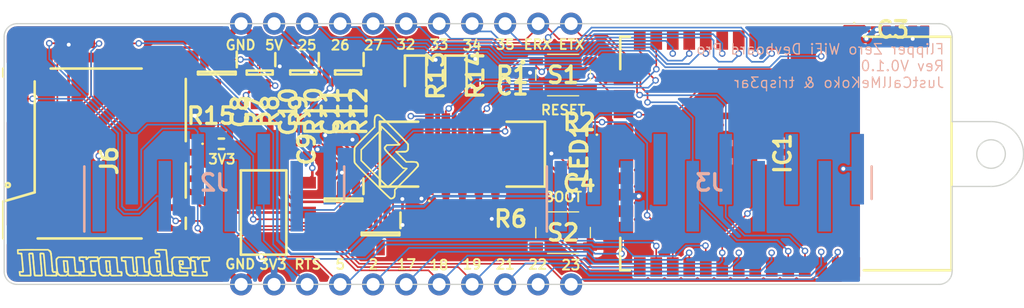
<source format=kicad_pcb>
(kicad_pcb (version 20211014) (generator pcbnew)
  (layers (0 "F.Cu" signal) (31 "B.Cu" signal) (34 "B.Paste" user) (35 "F.Paste" user) (36 "B.SilkS" user "B.Silkscreen") (37 "F.SilkS" user "F.Silkscreen") (38 "B.Mask" user) (39 "F.Mask" user) (44 "Edge.Cuts" user))
  (net 0 "")
  (net 1 "GND")
  (net 2 "RESET")
  (net 3 "+3V3")
  (net 4 "+5V")
  (net 5 "+LDO_3V3")
  (net 7 "GPIO39")
  (net 8 "GPIO34")
  (net 9 "GPIO35")
  (net 10 "GPIO32")
  (net 11 "GPIO33")
  (net 12 "GPIO25")
  (net 13 "GPIO26")
  (net 14 "GPIO27")
  (net 15 "TMS")
  (net 16 "TDI")
  (net 17 "TCK")
  (net 24 "TDO")
  (net 25 "GPIO02")
  (net 26 "Net-(IC1-Pad25)")
  (net 27 "GPIO04")
  (net 28 "GPIO16")
  (net 29 "GPIO17")
  (net 30 "GPIO05")
  (net 31 "GPIO18")
  (net 32 "GPIO19")
  (net 34 "GPIO21")
  (net 35 "TX")
  (net 36 "RX")
  (net 37 "GPIO22")
  (net 38 "GPIO23")
  (net 39 "Net-(IC2-Pad1)")
  (net 40 "+ext_3V3")
  (net 41 "Net-(IC4-Pad1)")
  (net 42 "Net-(IC5-Pad1)")
  (net 43 "+ext_5V")
  (net 44 "FLP_GPIO_0")
  (net 45 "GPIO36")
  (net 46 "GPIO017")
  (net 49 "Net-(J6-Pad2)")
  (net 50 "Net-(J6-Pad3)")
  (net 51 "Net-(J6-Pad5)")
  (net 54 "Net-(LED1-Pad3)")
  (net 55 "Net-(LED2-Pad2)")
  (net 56 "Net-(LED3-Pad2)")
  (net 57 "Net-(LED4-Pad1)")
  (net 58 "Net-(R7-Pad2)")
  (net 59 "Net-(R9-Pad2)")
  (net 60 "Net-(R11-Pad2)")
  (footprint "Libraries:RESC1005X40N" (layer "F.Cu") (at 134.96 96.59 90)
    (fp_text reference "R10")
    (fp_text value "100K" hide)
  )
  (footprint "Libraries:RESC1005X40N" (layer "F.Cu") (at 127.05 96.95)
    (fp_text reference "R15")
    (fp_text value "1K" hide)
  )
  (footprint "Libraries:RESC1005X40N" (layer "F.Cu") (at 150.11 104.89 180)
    (fp_text reference "R6")
    (fp_text value "10k" hide)
  )
  (footprint "Libraries:CAPC1005X55N" (layer "F.Cu") (at 116.54 92.27 180)
    (fp_text reference "C7" hide)
    (fp_text value "100n" hide)
  )
  (footprint "Libraries:RESC1005X40N" (layer "F.Cu") (at 115.3 91.9 -90)
    (fp_text reference "R5" hide)
    (fp_text value "1K" hide)
  )
  (footprint "SamacSys_Parts:SOT96P240X120-3N" (layer "F.Cu") (at 127.5 93.65 -90)
    (fp_text reference "IC2" hide)
    (fp_text value "DMP1045U-7" hide)
  )
  (footprint "SamacSys_Parts:SOT96P240X120-3N" (layer "F.Cu") (at 137.25 103.425 -90)
    (fp_text reference "IC4" hide)
    (fp_text value "DMP1045U-7" hide)
  )
  (footprint "Connector_PinHeader_2.54mm:PinHeader_1x11_P2.54mm_Vertical" (layer "F.Cu") (at 129.37 109.94 90)
    (fp_text reference "J4" hide)
    (fp_text value "Conn_01x11" hide)
  )
  (footprint "Libraries:CAPC1005X55N" (layer "F.Cu") (at 136.225 96.6 90)
    (fp_text reference "C11")
    (fp_text value "100n" hide)
  )
  (footprint "SamacSys_Parts:CAPC1005X80N" (layer "F.Cu") (at 181.525 90.35 180)
    (fp_text reference "C2" hide)
    (fp_text value "22uF" hide)
  )
  (footprint "Libraries:503398-1892" (layer "F.Cu") (at 111.06 106.4 90)
    (fp_text reference "J6")
    (fp_text value "503398-1892" hide)
  )
  (footprint "Libraries:WS2812B2020" (layer "F.Cu") (at 155.4 99.8 90)
    (fp_text reference "LED1")
    (fp_text value "WS2812B-2020" hide)
  )
  (footprint "Libraries:RESC1005X40N" (layer "F.Cu") (at 117.82 91.9 -90)
    (fp_text reference "R4" hide)
    (fp_text value "1K" hide)
  )
  (footprint "SamacSys_Parts:CAPC1005X70N" (layer "F.Cu") (at 133.1 99.5 -90)
    (fp_text reference "C6" hide)
    (fp_text value "10uF" hide)
  )
  (footprint "Libraries:ESP32WROOM32EN4" (layer "F.Cu") (at 171.3 99.85 -90)
    (fp_text reference "IC1")
    (fp_text value "ESP32-WROOM-32E-N4" hide)
  )
  (footprint "SamacSys_Parts:19217R6CAL1M2VY3T" (layer "F.Cu") (at 127.85 99.1 180)
    (fp_text reference "LED4" hide)
    (fp_text value "3V3" hide)
  )
  (footprint "Libraries:RESC1005X40N" (layer "F.Cu") (at 155.4 97.43 180)
    (fp_text reference "R2")
    (fp_text value "220" hide)
  )
  (footprint "Libraries:322010030000" (layer "F.Cu") (at 146.4 99.9)
    (fp_text reference "J1" hide)
    (fp_text value "3220-10-0300-00" hide)
  )
  (footprint "SamacSys_Parts:CAPC1005X80N" (layer "F.Cu") (at 126.1 102.25 -90)
    (fp_text reference "C5" hide)
    (fp_text value "22uF" hide)
  )
  (footprint "SamacSys_Parts:SOT96P240X120-3N" (layer "F.Cu") (at 140.1 106.05 -90)
    (fp_text reference "IC5" hide)
    (fp_text value "DMP1045U-7" hide)
  )
  (footprint "SamacSys_Parts:LEDC1608X50N" (layer "F.Cu") (at 142.8 93.85 -90)
    (fp_text reference "LED2" hide)
    (fp_text value "TX" hide)
  )
  (footprint "Libraries:SKRPABE010" (layer "F.Cu") (at 154.15 105.95)
    (fp_text reference "S2")
    (fp_text value "SKRPABE010" hide)
  )
  (footprint "Libraries:CAPC1005X55N" (layer "F.Cu") (at 155.39 102.15)
    (fp_text reference "C4")
    (fp_text value "100nF" hide)
  )
  (footprint "SamacSys_Parts:SOT230P700X180-4N" (layer "F.Cu") (at 131.1 104.4 180)
    (fp_text reference "IC3" hide)
    (fp_text value "AZ1117H-3.3TRE1" hide)
  )
  (footprint "Libraries:CAPC1005X55N" (layer "F.Cu") (at 179.525 90.3)
    (fp_text reference "C3")
    (fp_text value "100n" hide)
  )
  (footprint "Libraries:CAPC1005X55N" (layer "F.Cu") (at 129.29 96.62 90)
    (fp_text reference "C8")
    (fp_text value "100n" hide)
  )
  (footprint "SamacSys_Parts:SOT65P210X110-6N" (layer "F.Cu") (at 137.6 93.6 -90)
    (fp_text reference "U3" hide)
    (fp_text value "MMDT2907A-7-F" hide)
  )
  (footprint "Libraries:SKRPABE010" (layer "F.Cu") (at 154.15 93.8)
    (fp_text reference "S1")
    (fp_text value "SKRPABE010" hide)
  )
  (footprint "Libraries:RESC1005X40N" (layer "F.Cu") (at 150.25 93.8)
    (fp_text reference "R1")
    (fp_text value "10k" hide)
  )
  (footprint "Libraries:CAPC1005X55N" (layer "F.Cu") (at 134.42 99.51 -90)
    (fp_text reference "C9")
    (fp_text value "100n" hide)
  )
  (footprint "Libraries:RESC1005X40N" (layer "F.Cu") (at 131.61 96.6 90)
    (fp_text reference "R8")
    (fp_text value "100K" hide)
  )
  (footprint "Connector_PinHeader_2.54mm:PinHeader_1x11_P2.54mm_Vertical" (layer "F.Cu") (at 129.37 89.84 90)
    (fp_text reference "J5" hide)
    (fp_text value "Conn_01x11" hide)
  )
  (footprint "Libraries:RESC1005X40N" (layer "F.Cu") (at 138.4 96.6 90)
    (fp_text reference "R12")
    (fp_text value "100K" hide)
  )
  (footprint "Libraries:CAPC1005X60N" (layer "F.Cu") (at 150.23 94.69 180)
    (fp_text reference "C1")
    (fp_text value "1u" hide)
  )
  (footprint "Libraries:RESC1005X40N" (layer "F.Cu") (at 137.2 96.6 90)
    (fp_text reference "R11")
    (fp_text value "100K" hide)
  )
  (footprint "Libraries:CAPC1005X55N" (layer "F.Cu") (at 133 96.625 90)
    (fp_text reference "C10")
    (fp_text value "100n" hide)
  )
  (footprint "Libraries:RESC1005X40N" (layer "F.Cu") (at 144.35 93.85 -90)
    (fp_text reference "R13")
    (fp_text value "1K" hide)
  )
  (footprint "Libraries:RESC1005X40N" (layer "F.Cu") (at 147.4 93.8 -90)
    (fp_text reference "R14")
    (fp_text value "1K" hide)
  )
  (footprint "SamacSys_Parts:SOT65P210X110-6N" (layer "F.Cu") (at 134.15 93.6 -90)
    (fp_text reference "U2" hide)
    (fp_text value "MMDT2907A-7-F" hide)
  )
  (footprint "Libraries:RESC1005X40N" (layer "F.Cu") (at 133.79 96.59 90)
    (fp_text reference "R9")
    (fp_text value "100K" hide)
  )
  (footprint "SamacSys_Parts:SOT65P210X110-6N" (layer "F.Cu") (at 130.8 93.61 -90)
    (fp_text reference "U1" hide)
    (fp_text value "MMDT2907A-7-F" hide)
  )
  (footprint "Libraries:RESC1005X40N" (layer "F.Cu") (at 119.9 91.91 -90)
    (fp_text reference "R3" hide)
    (fp_text value "1K" hide)
  )
  (footprint "Libraries:RESC1005X40N" (layer "F.Cu") (at 130.41 96.61 90)
    (fp_text reference "R7")
    (fp_text value "100K" hide)
  )
  (footprint "SamacSys_Parts:LEDC1608X50N" (layer "F.Cu") (at 145.9 93.85 -90)
    (fp_text reference "LED3" hide)
    (fp_text value "RX" hide)
  )
  (footprint "Libraries:HUSRSP10W66P254_2500X250X850P" (layer "B.Cu") (at 165.4 102.1)
    (fp_text reference "J3")
    (fp_text value "DZ254S-11-10-48" hide)
  )
  (footprint "Libraries:HUSRSP8W66P254_2000X250X850P" (layer "B.Cu") (at 127.3 102.1)
    (fp_text reference "J2")
    (fp_text value "X6511WVS-08H-C60D48R2" hide)
  )
  (gr_line (start 116.955658 107.856128) (end 116.96967 107.854758) (layer "F.SilkS") (width 0.125))
  (gr_line (start 142.974646 100.653881) (end 142.982681 100.674363) (layer "F.SilkS") (width 0.125))
  (gr_line (start 113.289198 107.565415) (end 113.279738 107.563583) (layer "F.SilkS") (width 0.125))
  (gr_line (start 123.805618 108.97205) (end 123.81714 108.974023) (layer "F.SilkS") (width 0.125))
  (gr_line (start 138.112458 99.422583) (end 138.116246 99.401698) (layer "F.SilkS") (width 0.125))
  (gr_line (start 117.847105 108.796588) (end 117.853738 108.84816) (layer "F.SilkS") (width 0.125))
  (gr_line (start 138.821713 101.322758) (end 138.698388 101.197661) (layer "F.SilkS") (width 0.125))
  (gr_line (start 123.63493 107.622725) (end 123.642553 107.702758) (layer "F.SilkS") (width 0.125))
  (gr_line (start 124.61374 108.15523) (end 124.6117 108.159613) (layer "F.SilkS") (width 0.125))
  (gr_line (start 114.200328 107.849753) (end 114.189965 107.745398) (layer "F.SilkS") (width 0.125))
  (gr_line (start 122.667723 109.261095) (end 122.647728 109.259598) (layer "F.SilkS") (width 0.125))
  (gr_line (start 126.288703 109.26442) (end 126.187315 109.264168) (layer "F.SilkS") (width 0.125))
  (gr_line (start 115.160305 109.2317) (end 115.155565 109.247945) (layer "F.SilkS") (width 0.125))
  (gr_line (start 115.211208 108.901643) (end 115.20725 108.868905) (layer "F.SilkS") (width 0.125))
  (gr_line (start 122.852035 107.55842) (end 122.828598 107.555705) (layer "F.SilkS") (width 0.125))
  (gr_line (start 125.611588 109.122268) (end 125.60879 109.09747) (layer "F.SilkS") (width 0.125))
  (gr_line (start 126.839333 108.12883) (end 126.820425 108.130278) (layer "F.SilkS") (width 0.125))
  (gr_line (start 125.257093 109.199945) (end 125.257078 109.231383) (layer "F.SilkS") (width 0.125))
  (gr_line (start 113.092225 109.257875) (end 113.07433 109.25914) (layer "F.SilkS") (width 0.125))
  (gr_line (start 126.573758 108.978865) (end 126.59854 108.980545) (layer "F.SilkS") (width 0.125))
  (gr_line (start 122.48372 107.85333) (end 122.500483 107.851598) (layer "F.SilkS") (width 0.125))
  (gr_line (start 120.20967 107.857385) (end 120.227943 107.856148) (layer "F.SilkS") (width 0.125))
  (gr_line (start 120.179085 109.110145) (end 120.178513 109.12302) (layer "F.SilkS") (width 0.125))
  (gr_line (start 113.46312 109.064405) (end 113.456638 109.000208) (layer "F.SilkS") (width 0.125))
  (gr_line (start 141.138086 103.211216) (end 141.123098 103.228188) (layer "F.SilkS") (width 0.125))
  (gr_line (start 119.83229 108.433995) (end 119.880665 108.96522) (layer "F.SilkS") (width 0.125))
  (gr_line (start 119.146015 109.264045) (end 118.931215 109.264045) (layer "F.SilkS") (width 0.125))
  (gr_line (start 118.432493 108.586113) (end 118.43054 108.56537) (layer "F.SilkS") (width 0.125))
  (gr_line (start 114.913458 108.9771) (end 114.922093 108.978985) (layer "F.SilkS") (width 0.125))
  (gr_line (start 124.051425 108.286278) (end 124.046103 108.208558) (layer "F.SilkS") (width 0.125))
  (gr_line (start 120.17655 107.861835) (end 120.183758 107.860235) (layer "F.SilkS") (width 0.125))
  (gr_line (start 123.148298 108.511858) (end 123.144385 108.469115) (layer "F.SilkS") (width 0.125))
  (gr_line (start 115.311415 107.84742) (end 115.919365 107.84742) (layer "F.SilkS") (width 0.125))
  (gr_line (start 124.65069 108.504095) (end 124.652865 108.61292) (layer "F.SilkS") (width 0.125))
  (gr_line (start 114.82398 108.571445) (end 114.82841 108.622865) (layer "F.SilkS") (width 0.125))
  (gr_line (start 112.915283 109.263478) (end 112.86617 109.263828) (layer "F.SilkS") (width 0.125))
  (gr_line (start 115.716665 108.239195) (end 115.719755 108.26664) (layer "F.SilkS") (width 0.125))
  (gr_line (start 140.734013 98.317643) (end 140.603806 98.188718) (layer "F.SilkS") (width 0.125))
  (gr_line (start 115.189463 108.69861) (end 115.182473 108.625848) (layer "F.SilkS") (width 0.125))
  (gr_line (start 125.254828 109.15767) (end 125.257093 109.199945) (layer "F.SilkS") (width 0.125))
  (gr_line (start 126.045165 107.924895) (end 126.04635 107.954973) (layer "F.SilkS") (width 0.125))
  (gr_line (start 114.087558 107.563098) (end 114.04198 107.559445) (layer "F.SilkS") (width 0.125))
  (gr_line (start 117.095245 108.13174) (end 117.075115 108.130695) (layer "F.SilkS") (width 0.125))
  (gr_line (start 115.215068 108.930978) (end 115.211208 108.901643) (layer "F.SilkS") (width 0.125))
  (gr_line (start 142.109246 99.669081) (end 142.099868 99.675553) (layer "F.SilkS") (width 0.125))
  (gr_line (start 120.0707 108.975383) (end 120.08176 108.97664) (layer "F.SilkS") (width 0.125))
  (gr_line (start 114.02559 109.097805) (end 114.030648 109.176368) (layer "F.SilkS") (width 0.125))
  (gr_line (start 122.397078 109.115938) (end 122.393753 109.110115) (layer "F.SilkS") (width 0.125))
  (gr_line (start 125.507615 107.86402) (end 125.509895 107.86233) (layer "F.SilkS") (width 0.125))
  (gr_line (start 121.133378 108.967715) (end 121.14117 108.969535) (layer "F.SilkS") (width 0.125))
  (gr_line (start 122.31403 107.962553) (end 122.320865 107.953505) (layer "F.SilkS") (width 0.125))
  (gr_line (start 126.90524 107.84742) (end 126.92024 107.967495) (layer "F.SilkS") (width 0.125))
  (gr_line (start 121.301038 107.862028) (end 121.309678 107.859493) (layer "F.SilkS") (width 0.125))
  (gr_line (start 126.686908 109.255813) (end 126.63208 109.258905) (layer "F.SilkS") (width 0.125))
  (gr_line (start 121.94186 108.78077) (end 121.948683 108.846565) (layer "F.SilkS") (width 0.125))
  (gr_line (start 120.461503 108.147915) (end 120.456768 108.146265) (layer "F.SilkS") (width 0.125))
  (gr_line (start 114.931468 108.980053) (end 114.941643 108.980513) (layer "F.SilkS") (width 0.125))
  (gr_line (start 113.3336 107.659573) (end 113.330925 107.635448) (layer "F.SilkS") (width 0.125))
  (gr_line (start 119.300665 108.882135) (end 119.299335 108.857865) (layer "F.SilkS") (width 0.125))
  (gr_line (start 114.239313 108.27083) (end 114.22534 108.11594) (layer "F.SilkS") (width 0.125))
  (gr_line (start 140.459546 99.340711) (end 140.471548 99.325753) (layer "F.SilkS") (width 0.125))
  (gr_line (start 139.924116 96.883003) (end 139.938103 96.885113) (layer "F.SilkS") (width 0.125))
  (gr_line (start 112.235908 107.284655) (end 112.276005 107.282995) (layer "F.SilkS") (width 0.125))
  (gr_line (start 123.73834 108.76411) (end 123.74257 108.80744) (layer "F.SilkS") (width 0.125))
  (gr_line (start 113.34486 107.771378) (end 113.340605 107.727965) (layer "F.SilkS") (width 0.125))
  (gr_line (start 115.80262 108.966138) (end 115.815368 108.968958) (layer "F.SilkS") (width 0.125))
  (gr_line (start 121.005165 109.264045) (end 120.97071 109.263963) (layer "F.SilkS") (width 0.125))
  (gr_line (start 116.926575 107.860688) (end 116.93397 107.8591) (layer "F.SilkS") (width 0.125))
  (gr_line (start 116.936765 108.124095) (end 116.923615 108.00237) (layer "F.SilkS") (width 0.125))
  (gr_line (start 141.172776 101.951958) (end 141.267048 101.858046) (layer "F.SilkS") (width 0.125))
  (gr_line (start 126.38384 108.299378) (end 126.388425 108.354083) (layer "F.SilkS") (width 0.125))
  (gr_line (start 125.842705 108.60201) (end 125.837963 108.554463) (layer "F.SilkS") (width 0.125))
  (gr_line (start 141.513116 99.107756) (end 141.477663 99.070261) (layer "F.SilkS") (width 0.125))
  (gr_line (start 125.895383 109.259773) (end 125.812465 109.257153) (layer "F.SilkS") (width 0.125))
  (gr_line (start 112.325885 107.281413) (end 112.384953 107.27992) (layer "F.SilkS") (width 0.125))
  (gr_line (start 116.048878 108.936775) (end 116.04856 108.921803) (layer "F.SilkS") (width 0.125))
  (gr_line (start 123.599465 107.297825) (end 123.60171 107.311698) (layer "F.SilkS") (width 0.125))
  (gr_line (start 139.704276 96.976478) (end 139.717903 96.957461) (layer "F.SilkS") (width 0.125))
  (gr_line (start 126.799745 108.131548) (end 126.77735 108.132635) (layer "F.SilkS") (width 0.125))
  (gr_line (start 120.911683 109.263173) (end 120.886573 109.262375) (layer "F.SilkS") (width 0.125))
  (gr_line (start 140.275631 97.141478) (end 140.345358 97.208613) (layer "F.SilkS") (width 0.125))
  (gr_line (start 114.840583 108.751018) (end 114.844445 108.785718) (layer "F.SilkS") (width 0.125))
  (gr_line (start 115.558148 109.261073) (end 115.541298 109.2599) (layer "F.SilkS") (width 0.125))
  (gr_line (start 123.07367 107.667455) (end 123.0715 107.649823) (layer "F.SilkS") (width 0.125))
  (gr_line (start 113.354668 107.8745) (end 113.34956 107.820365) (layer "F.SilkS") (width 0.125))
  (gr_line (start 118.529723 109.121133) (end 118.52076 109.10866) (layer "F.SilkS") (width 0.125))
  (gr_line (start 120.146118 108.995793) (end 120.151448 108.999703) (layer "F.SilkS") (width 0.125))
  (gr_line (start 121.870125 108.001823) (end 121.875993 108.07247) (layer "F.SilkS") (width 0.125))
  (gr_line (start 122.793295 107.52998) (end 122.787908 107.512983) (layer "F.SilkS") (width 0.125))
  (gr_line (start 141.197263 102.947906) (end 141.194511 102.991588) (layer "F.SilkS") (width 0.125))
  (gr_line (start 120.666505 109.182988) (end 120.655583 109.17444) (layer "F.SilkS") (width 0.125))
  (gr_line (start 116.06776 109.201035) (end 116.06445 109.186125) (layer "F.SilkS") (width 0.125))
  (gr_line (start 123.144385 108.469115) (end 123.140428 108.42753) (layer "F.SilkS") (width 0.125))
  (gr_line (start 112.58406 108.95307) (end 112.58672 108.940603) (layer "F.SilkS") (width 0.125))
  (gr_line (start 142.913363 100.900041) (end 142.890773 100.925733) (layer "F.SilkS") (width 0.125))
  (gr_line (start 120.398358 107.851683) (end 120.434865 107.851488) (layer "F.SilkS") (width 0.125))
  (gr_line (start 122.072525 108.975843) (end 122.087295 108.976183) (layer "F.SilkS") (width 0.125))
  (gr_line (start 120.50068 108.518305) (end 120.493133 108.435255) (layer "F.SilkS") (width 0.125))
  (gr_line (start 113.398465 108.36178) (end 113.391625 108.28355) (layer "F.SilkS") (width 0.125))
  (gr_line (start 142.073416 98.968193) (end 142.121221 99.020976) (layer "F.SilkS") (width 0.125))
  (gr_line (start 139.282288 101.785621) (end 139.112981 101.616021) (layer "F.SilkS") (width 0.125))
  (gr_line (start 115.143865 108.987345) (end 115.15719 109.109095) (layer "F.SilkS") (width 0.125))
  (gr_line (start 118.556595 109.154503) (end 118.548493 109.144953) (layer "F.SilkS") (width 0.125))
  (gr_line (start 142.017388 98.907448) (end 142.073416 98.968193) (layer "F.SilkS") (width 0.125))
  (gr_line (start 119.753025 107.861733) (end 119.775303 107.867755) (layer "F.SilkS") (width 0.125))
  (gr_line (start 112.488365 107.782355) (end 112.479898 107.701355) (layer "F.SilkS") (width 0.125))
  (gr_line (start 138.613863 99.562538) (end 138.613863 100.393613) (layer "F.SilkS") (width 0.125))
  (gr_line (start 122.563383 107.84755) (end 122.598323 107.846168) (layer "F.SilkS") (width 0.125))
  (gr_line (start 122.455438 107.857528) (end 122.468765 107.855298) (layer "F.SilkS") (width 0.125))
  (gr_line (start 116.919203 107.953793) (end 116.916938 107.91151) (layer "F.SilkS") (width 0.125))
  (gr_line (start 142.099868 99.675553) (end 142.090251 99.681378) (layer "F.SilkS") (width 0.125))
  (gr_line (start 122.220848 109.250285) (end 122.20578 109.252045) (layer "F.SilkS") (width 0.125))
  (gr_line (start 119.363095 109.241783) (end 119.347355 109.234163) (layer "F.SilkS") (width 0.125))
  (gr_line (start 125.387 107.983718) (end 125.393863 107.991345) (layer "F.SilkS") (width 0.125))
  (gr_line (start 125.756695 108.13897) (end 125.745408 108.137163) (layer "F.SilkS") (width 0.125))
  (gr_line (start 126.054353 107.996255) (end 126.06019 108.00237) (layer "F.SilkS") (width 0.125))
  (gr_line (start 117.144305 108.135563) (end 117.12975 108.134145) (layer "F.SilkS") (width 0.125))
  (gr_line (start 125.573835 107.853478) (end 125.591563 107.852298) (layer "F.SilkS") (width 0.125))
  (gr_line (start 122.379498 107.89373) (end 122.388373 107.886145) (layer "F.SilkS") (width 0.125))
  (gr_line (start 124.247838 109.20164) (end 124.238565 109.194133) (layer "F.SilkS") (width 0.125))
  (gr_line (start 123.519475 107.280933) (end 123.55979 107.284095) (layer "F.SilkS") (width 0.125))
  (gr_line (start 140.585843 102.358223) (end 140.621716 102.392738) (layer "F.SilkS") (width 0.125))
  (gr_line (start 116.92567 109.086693) (end 116.925623 109.098045) (layer "F.SilkS") (width 0.125))
  (gr_line (start 142.616613 101.219403) (end 142.571211 101.266546) (layer "F.SilkS") (width 0.125))
  (gr_line (start 142.226328 99.283091) (end 142.226311 99.302118) (layer "F.SilkS") (width 0.125))
  (gr_line (start 117.798743 109.264035) (end 117.700478 109.26442) (layer "F.SilkS") (width 0.125))
  (gr_line (start 140.665496 102.433608) (end 140.672338 102.438913) (layer "F.SilkS") (width 0.125))
  (gr_line (start 114.759053 107.804648) (end 114.763395 107.85131) (layer "F.SilkS") (width 0.125))
  (gr_line (start 125.8472 108.648528) (end 125.842705 108.60201) (layer "F.SilkS") (width 0.125))
  (gr_line (start 140.672338 102.438913) (end 140.681413 102.431933) (layer "F.SilkS") (width 0.125))
  (gr_line (start 140.361526 102.138516) (end 140.428666 102.204641) (layer "F.SilkS") (width 0.125))
  (gr_line (start 122.397408 107.879433) (end 122.407023 107.873528) (layer "F.SilkS") (width 0.125))
  (gr_line (start 125.863973 108.842558) (end 125.861568 108.811095) (layer "F.SilkS") (width 0.125))
  (gr_line (start 122.346138 108.94245) (end 122.344163 108.92972) (layer "F.SilkS") (width 0.125))
  (gr_line (start 141.402163 101.722963) (end 142.116813 101.007038) (layer "F.SilkS") (width 0.125))
  (gr_line (start 115.43128 109.241273) (end 115.420093 109.237605) (layer "F.SilkS") (width 0.125))
  (gr_line (start 118.99204 108.45929) (end 118.997433 108.519863) (layer "F.SilkS") (width 0.125))
  (gr_line (start 126.75329 108.133535) (end 126.727623 108.134245) (layer "F.SilkS") (width 0.125))
  (gr_line (start 116.906738 109.008813) (end 116.910523 109.014063) (layer "F.SilkS") (width 0.125))
  (gr_line (start 126.77735 108.132635) (end 126.75329 108.133535) (layer "F.SilkS") (width 0.125))
  (gr_line (start 117.178263 108.14102) (end 117.16847 108.13897) (layer "F.SilkS") (width 0.125))
  (gr_line (start 140.588476 97.446673) (end 140.678433 97.535818) (layer "F.SilkS") (width 0.125))
  (gr_line (start 120.058898 108.974295) (end 120.0707 108.975383) (layer "F.SilkS") (width 0.125))
  (gr_line (start 116.886443 108.992278) (end 116.89233 108.995793) (layer "F.SilkS") (width 0.125))
  (gr_line (start 123.190165 109.091795) (end 123.10404 109.17792) (layer "F.SilkS") (width 0.125))
  (gr_line (start 142.996666 100.775991) (end 142.993388 100.794538) (layer "F.SilkS") (width 0.125))
  (gr_line (start 118.13204 108.987345) (end 118.145215 109.109095) (layer "F.SilkS") (width 0.125))
  (gr_line (start 112.582505 108.8361) (end 112.576955 108.76146) (layer "F.SilkS") (width 0.125))
  (gr_line (start 142.131531 99.651263) (end 142.118623 99.661923) (layer "F.SilkS") (width 0.125))
  (gr_line (start 114.922093 108.978985) (end 114.931468 108.980053) (layer "F.SilkS") (width 0.125))
  (gr_line (start 118.2322 108.130278) (end 118.21152 108.131548) (layer "F.SilkS") (width 0.125))
  (gr_line (start 126.479015 109.263) (end 126.386968 109.264035) (layer "F.SilkS") (width 0.125))
  (gr_line (start 141.807151 98.684726) (end 141.883536 98.764988) (layer "F.SilkS") (width 0.125))
  (gr_line (start 115.234585 109.035978) (end 115.23049 109.019645) (layer "F.SilkS") (width 0.125))
  (gr_line (start 118.48977 109.04101) (end 118.485618 109.025305) (layer "F.SilkS") (width 0.125))
  (gr_line (start 121.969318 108.95784) (end 121.974005 108.960518) (layer "F.SilkS") (width 0.125))
  (gr_line (start 124.203415 109.158143) (end 124.19464 109.147548) (layer "F.SilkS") (width 0.125))
  (gr_line (start 122.512165 109.21822) (end 122.4921 109.2056) (layer "F.SilkS") (width 0.125))
  (gr_line (start 142.002568 99.706146) (end 141.989938 99.707508) (layer "F.SilkS") (width 0.125))
  (gr_line (start 122.03342 108.973493) (end 122.045575 108.974495) (layer "F.SilkS") (width 0.125))
  (gr_line (start 124.141503 109.063513) (end 124.136978 109.050513) (layer "F.SilkS") (width 0.125))
  (gr_line (start 125.828235 108.459505) (end 125.822193 108.399233) (layer "F.SilkS") (width 0.125))
  (gr_line (start 124.653598 108.637265) (end 124.65485 108.664778) (layer "F.SilkS") (width 0.125))
  (gr_line (start 142.427738 100.492663) (end 142.500086 100.493206) (layer "F.SilkS") (width 0.125))
  (gr_line (start 125.677528 107.84873) (end 125.702085 107.84817) (layer "F.SilkS") (width 0.125))
  (gr_line (start 115.481255 109.252803) (end 115.467905 109.250368) (layer "F.SilkS") (width 0.125))
  (gr_line (start 141.199613 102.859338) (end 141.199006 102.903418) (layer "F.SilkS") (width 0.125))
  (gr_line (start 142.700213 101.131841) (end 142.659626 101.174488) (layer "F.SilkS") (width 0.125))
  (gr_line (start 113.996148 107.55869) (end 113.95518 107.561078) (layer "F.SilkS") (width 0.125))
  (gr_line (start 138.157021 100.619063) (end 138.134763 100.588756) (layer "F.SilkS") (width 0.125))
  (gr_line (start 113.057335 107.57836) (end 113.052165 107.597645) (layer "F.SilkS") (width 0.125))
  (gr_line (start 118.50895 109.089393) (end 118.503673 109.078928) (layer "F.SilkS") (width 0.125))
  (gr_line (start 124.652865 108.61292) (end 124.653163 108.624638) (layer "F.SilkS") (width 0.125))
  (gr_line (start 140.869981 103.315281) (end 140.859811 103.310098) (layer "F.SilkS") (width 0.125))
  (gr_line (start 140.226043 97.822171) (end 140.181908 97.781928) (layer "F.SilkS") (width 0.125))
  (gr_line (start 120.486265 108.359383) (end 120.480243 108.292548) (layer "F.SilkS") (width 0.125))
  (gr_line (start 118.615 109.208033) (end 118.606228 109.201728) (layer "F.SilkS") (width 0.125))
  (gr_line (start 122.3173 108.695035) (end 122.31321 108.651735) (layer "F.SilkS") (width 0.125))
  (gr_line (start 121.916998 108.525973) (end 121.925768 108.617765) (layer "F.SilkS") (width 0.125))
  (gr_line (start 114.005998 109.255103) (end 113.97854 109.258008) (layer "F.SilkS") (width 0.125))
  (gr_line (start 140.471548 99.325753) (end 140.484791 99.310226) (layer "F.SilkS") (width 0.125))
  (gr_line (start 123.90379 108.98077) (end 124.04199 108.987345) (layer "F.SilkS") (width 0.125))
  (gr_line (start 140.147796 97.815661) (end 140.146603 97.825748) (layer "F.SilkS") (width 0.125))
  (gr_line (start 124.6117 108.159613) (end 124.610128 108.164585) (layer "F.SilkS") (width 0.125))
  (gr_line (start 125.456998 108.183103) (end 125.459395 108.204908) (layer "F.SilkS") (width 0.125))
  (gr_line (start 138.084628 99.990481) (end 138.084973 99.941526) (layer "F.SilkS") (width 0.125))
  (gr_line (start 116.318783 107.850528) (end 116.400183 107.853223) (layer "F.SilkS") (width 0.125))
  (gr_line (start 123.162315 108.680183) (end 123.15917 108.639915) (layer "F.SilkS") (width 0.125))
  (gr_line (start 121.313538 108.19169) (end 121.3061 108.108318) (layer "F.SilkS") (width 0.125))
  (gr_line (start 119.069155 108.968958) (end 119.08524 108.971418) (layer "F.SilkS") (width 0.125))
  (gr_line (start 138.562768 98.891023) (end 138.612758 98.839666) (layer "F.SilkS") (width 0.125))
  (gr_line (start 139.646226 97.264326) (end 139.649266 97.212401) (layer "F.SilkS") (width 0.125))
  (gr_line (start 112.578025 108.96225) (end 112.58406 108.95307) (layer "F.SilkS") (width 0.125))
  (gr_line (start 117.872815 108.95817) (end 117.878468 108.96144) (layer "F.SilkS") (width 0.125))
  (gr_line (start 125.77487 108.143335) (end 125.766488 108.14102) (layer "F.SilkS") (width 0.125))
  (gr_line (start 115.187205 107.962843) (end 115.201608 107.94677) (layer "F.SilkS") (width 0.125))
  (gr_line (start 116.154805 109.252673) (end 116.12954 109.247908) (layer "F.SilkS") (width 0.125))
  (gr_line (start 140.913263 103.320473) (end 140.891508 103.319168) (layer "F.SilkS") (width 0.125))
  (gr_line (start 125.85139 108.693355) (end 125.8472 108.648528) (layer "F.SilkS") (width 0.125))
  (gr_line (start 119.29576 108.80152) (end 119.29354 108.76987) (layer "F.SilkS") (width 0.125))
  (gr_line (start 113.330925 107.635448) (end 113.32886 107.618605) (layer "F.SilkS") (width 0.125))
  (gr_line (start 116.91939 107.86402) (end 116.92167 107.86233) (layer "F.SilkS") (width 0.125))
  (gr_line (start 122.141523 109.256343) (end 122.114303 109.257425) (layer "F.SilkS") (width 0.125))
  (gr_line (start 115.14414 108.142135) (end 115.141905 108.089193) (layer "F.SilkS") (width 0.125))
  (gr_line (start 122.773483 107.313655) (end 122.777885 107.297058) (layer "F.SilkS") (width 0.125))
  (gr_line (start 118.565215 107.84742) (end 119.17314 107.84742) (layer "F.SilkS") (width 0.125))
  (gr_line (start 119.775303 107.867755) (end 119.78249 107.875095) (layer "F.SilkS") (width 0.125))
  (gr_line (start 123.774198 108.960323) (end 123.780133 108.963935) (layer "F.SilkS") (width 0.125))
  (gr_line (start 119.2883 108.700675) (end 119.28531 108.663555) (layer "F.SilkS") (width 0.125))
  (gr_line (start 115.319018 109.172118) (end 115.310903 109.163555) (layer "F.SilkS") (width 0.125))
  (gr_line (start 122.787908 107.512983) (end 122.783065 107.490495) (layer "F.SilkS") (width 0.125))
  (gr_line (start 125.610935 107.851225) (end 125.631813 107.850268) (layer "F.SilkS") (width 0.125))
  (gr_line (start 122.918668 107.274803) (end 122.97989 107.273333) (layer "F.SilkS") (width 0.125))
  (gr_line (start 118.251108 108.12883) (end 118.2322 108.130278) (layer "F.SilkS") (width 0.125))
  (gr_line (start 120.443853 108.143018) (end 120.435815 108.14144) (layer "F.SilkS") (width 0.125))
  (gr_line (start 120.596115 107.85247) (end 121.00954 107.858495) (layer "F.SilkS") (width 0.125))
  (gr_line (start 122.419475 109.146928) (end 122.411515 109.137263) (layer "F.SilkS") (width 0.125))
  (gr_line (start 115.541298 109.2599) (end 115.525218 109.258498) (layer "F.SilkS") (width 0.125))
  (gr_line (start 115.655215 109.263973) (end 115.633975 109.263748) (layer "F.SilkS") (width 0.125))
  (gr_line (start 142.189076 99.586296) (end 142.182501 99.597306) (layer "F.SilkS") (width 0.125))
  (gr_line (start 120.939638 109.263688) (end 120.911683 109.263173) (layer "F.SilkS") (width 0.125))
  (gr_line (start 114.738388 107.61852) (end 114.742508 107.649965) (layer "F.SilkS") (width 0.125))
  (gr_line (start 125.701653 108.132883) (end 125.68347 108.13174) (layer "F.SilkS") (width 0.125))
  (gr_line (start 123.140428 108.42753) (end 123.13779 108.400795) (layer "F.SilkS") (width 0.125))
  (gr_line (start 142.225001 99.360381) (end 142.224131 99.379746) (layer "F.SilkS") (width 0.125))
  (gr_line (start 113.540035 109.255348) (end 113.512375 109.252105) (layer "F.SilkS") (width 0.125))
  (gr_line (start 121.46736 107.848198) (end 121.499705 107.84776) (layer "F.SilkS") (width 0.125))
  (gr_line (start 122.20578 109.252045) (end 122.187425 109.253645) (layer "F.SilkS") (width 0.125))
  (gr_line (start 141.170373 99.188301) (end 141.261996 99.185471) (layer "F.SilkS") (width 0.125))
  (gr_line (start 123.637515 109.258995) (end 123.53038 109.260278) (layer "F.SilkS") (width 0.125))
  (gr_line (start 122.360985 109.019185) (end 122.358725 109.00946) (layer "F.SilkS") (width 0.125))
  (gr_line (start 121.349318 107.853485) (end 121.36745 107.851983) (layer "F.SilkS") (width 0.125))
  (gr_line (start 124.639768 109.263438) (end 124.604835 109.263008) (layer "F.SilkS") (width 0.125))
  (gr_line (start 112.550598 108.972738) (end 112.567308 108.96864) (layer "F.SilkS") (width 0.125))
  (gr_line (start 113.661413 109.261948) (end 113.616035 109.260278) (layer "F.SilkS") (width 0.125))
  (gr_line (start 140.882376 100.021363) (end 140.827836 99.966008) (layer "F.SilkS") (width 0.125))
  (gr_line (start 114.898208 108.970075) (end 114.905515 108.974198) (layer "F.SilkS") (width 0.125))
  (gr_line (start 120.177765 109.056878) (end 120.178653 109.066133) (layer "F.SilkS") (width 0.125))
  (gr_line (start 124.072265 107.978838) (end 124.085318 107.962843) (layer "F.SilkS") (width 0.125))
  (gr_line (start 142.199888 99.561773) (end 142.194848 99.574523) (layer "F.SilkS") (width 0.125))
  (gr_line (start 120.864048 109.261245) (end 120.84384 109.259745) (layer "F.SilkS") (width 0.125))
  (gr_line (start 112.386058 107.56208) (end 112.37432 107.56124) (layer "F.SilkS") (width 0.125))
  (gr_line (start 122.384403 109.09126) (end 122.38148 109.08447) (layer "F.SilkS") (width 0.125))
  (gr_line (start 140.703703 102.411633) (end 140.738228 102.378966) (layer "F.SilkS") (width 0.125))
  (gr_line (start 118.083443 108.135065) (end 118.053265 108.13517) (layer "F.SilkS") (width 0.125))
  (gr_line (start 118.498748 109.067553) (end 118.49413 109.055003) (layer "F.SilkS") (width 0.125))
  (gr_line (start 124.674343 108.136765) (end 124.66547 108.136793) (layer "F.SilkS") (width 0.125))
  (gr_line (start 141.561063 99.162538) (end 141.555506 99.154603) (layer "F.SilkS") (width 0.125))
  (gr_line (start 114.676205 107.40413) (end 114.683468 107.4151) (layer "F.SilkS") (width 0.125))
  (gr_line (start 113.912418 107.683388) (end 113.91522 107.725898) (layer "F.SilkS") (width 0.125))
  (gr_line (start 123.119828 107.272088) (end 123.194095 107.272285) (layer "F.SilkS") (width 0.125))
  (gr_line (start 121.2996 108.034433) (end 121.294213 107.972103) (layer "F.SilkS") (width 0.125))
  (gr_line (start 114.32489 109.25297) (end 114.253815 108.43562) (layer "F.SilkS") (width 0.125))
  (gr_line (start 116.024855 108.58534) (end 116.021215 108.54467) (layer "F.SilkS") (width 0.125))
  (gr_line (start 120.151448 108.999703) (end 120.156245 109.004035) (layer "F.SilkS") (width 0.125))
  (gr_line (start 122.114303 109.257425) (end 122.084455 109.258328) (layer "F.SilkS") (width 0.125))
  (gr_line (start 140.033408 101.813346) (end 140.123308 101.902691) (layer "F.SilkS") (width 0.125))
  (gr_line (start 113.317908 107.582735) (end 113.314153 107.578013) (layer "F.SilkS") (width 0.125))
  (gr_line (start 139.837873 96.890153) (end 139.852883 96.886621) (layer "F.SilkS") (width 0.125))
  (gr_line (start 118.708945 109.247643) (end 118.696748 109.244615) (layer "F.SilkS") (width 0.125))
  (gr_line (start 139.658563 97.123691) (end 139.664978 97.086318) (layer "F.SilkS") (width 0.125))
  (gr_line (start 112.4675 107.59657) (end 112.46419 107.579545) (layer "F.SilkS") (width 0.125))
  (gr_line (start 113.616035 109.260278) (end 113.575083 109.258073) (layer "F.SilkS") (width 0.125))
  (gr_line (start 116.048833 108.948223) (end 116.048878 108.936775) (layer "F.SilkS") (width 0.125))
  (gr_line (start 124.22079 109.177373) (end 124.2121 109.168078) (layer "F.SilkS") (width 0.125))
  (gr_line (start 112.45475 107.573655) (end 112.44929 107.57183) (layer "F.SilkS") (width 0.125))
  (gr_line (start 125.406185 108.006638) (end 125.411695 108.014518) (layer "F.SilkS") (width 0.125))
  (gr_line (start 140.678433 97.535818) (end 140.771656 97.628648) (layer "F.SilkS") (width 0.125))
  (gr_line (start 141.199613 102.648563) (end 141.199613 102.859338) (layer "F.SilkS") (width 0.125))
  (gr_line (start 123.597865 107.291745) (end 123.599465 107.297825) (layer "F.SilkS") (width 0.125))
  (gr_line (start 117.214663 108.188865) (end 117.213533 108.169473) (layer "F.SilkS") (width 0.125))
  (gr_line (start 138.152273 99.333576) (end 138.169421 99.312878) (layer "F.SilkS") (width 0.125))
  (gr_line (start 116.081768 109.22492) (end 116.073348 109.213923) (layer "F.SilkS") (width 0.125))
  (gr_line (start 112.417793 107.56551) (end 112.407868 107.564225) (layer "F.SilkS") (width 0.125))
  (gr_line (start 140.907996 98.491123) (end 140.872713 98.455838) (layer "F.SilkS") (width 0.125))
  (gr_line (start 120.249473 107.85504) (end 120.27404 107.85407) (layer "F.SilkS") (width 0.125))
  (gr_line (start 124.657348 108.13705) (end 124.64995 108.137575) (layer "F.SilkS") (width 0.125))
  (gr_line (start 140.859811 103.310098) (end 140.843823 103.298886) (layer "F.SilkS") (width 0.125))
  (gr_line (start 118.043855 109.258905) (end 117.973528 109.261295) (layer "F.SilkS") (width 0.125))
  (gr_line (start 123.11234 108.146245) (end 122.973265 108.13962) (layer "F.SilkS") (width 0.125))
  (gr_line (start 114.742508 107.649965) (end 114.746595 107.684145) (layer "F.SilkS") (width 0.125))
  (gr_line (start 122.53498 109.231135) (end 122.52362 109.225018) (layer "F.SilkS") (width 0.125))
  (gr_line (start 121.321728 108.28249) (end 121.313538 108.19169) (layer "F.SilkS") (width 0.125))
  (gr_line (start 142.636773 100.497223) (end 142.697641 100.500478) (layer "F.SilkS") (width 0.125))
  (gr_line (start 121.365885 108.767635) (end 121.36255 108.726308) (layer "F.SilkS") (width 0.125))
  (gr_line (start 121.3061 108.108318) (end 121.2996 108.034433) (layer "F.SilkS") (width 0.125))
  (gr_line (start 116.87998 108.989133) (end 116.886443 108.992278) (layer "F.SilkS") (width 0.125))
  (gr_line (start 120.04634 108.973353) (end 120.058898 108.974295) (layer "F.SilkS") (width 0.125))
  (gr_line (start 139.653351 97.165621) (end 139.658563 97.123691) (layer "F.SilkS") (width 0.125))
  (gr_line (start 142.223038 99.398863) (end 142.221108 99.427146) (layer "F.SilkS") (width 0.125))
  (gr_line (start 123.2757 109.254663) (end 123.247833 109.25016) (layer "F.SilkS") (width 0.125))
  (gr_line (start 121.368015 108.797273) (end 121.365885 108.767635) (layer "F.SilkS") (width 0.125))
  (gr_line (start 115.167845 108.46687) (end 115.159983 108.37311) (layer "F.SilkS") (width 0.125))
  (gr_line (start 117.818585 108.5444) (end 117.82565 108.610973) (layer "F.SilkS") (width 0.125))
  (gr_line (start 138.084973 99.941526) (end 138.085581 99.892718) (layer "F.SilkS") (width 0.125))
  (gr_line (start 140.439701 99.369593) (end 140.448893 99.355268) (layer "F.SilkS") (width 0.125))
  (gr_line (start 125.51184 108.00237) (end 125.507428 107.953793) (layer "F.SilkS") (width 0.125))
  (gr_line (start 118.848088 109.26279) (end 118.82959 109.262033) (layer "F.SilkS") (width 0.125))
  (gr_line (start 140.541356 102.315018) (end 140.585843 102.358223) (layer "F.SilkS") (width 0.125))
  (gr_line (start 117.275748 108.842558) (end 117.273343 108.811095) (layer "F.SilkS") (width 0.125))
  (gr_line (start 118.296688 108.12346) (end 118.283405 108.125415) (layer "F.SilkS") (width 0.125))
  (gr_line (start 125.780865 107.84742) (end 126.045165 107.84742) (layer "F.SilkS") (width 0.125))
  (gr_line (start 138.664393 98.786916) (end 138.717501 98.732951) (layer "F.SilkS") (width 0.125))
  (gr_line (start 122.63816 107.844955) (end 122.68331 107.84385) (layer "F.SilkS") (width 0.125))
  (gr_line (start 121.934138 108.7036) (end 121.94186 108.78077) (layer "F.SilkS") (width 0.125))
  (gr_line (start 123.15917 108.639915) (end 123.155745 108.597965) (layer "F.SilkS") (width 0.125))
  (gr_line (start 125.393863 107.991345) (end 125.40025 107.998948) (layer "F.SilkS") (width 0.125))
  (gr_line (start 122.38742 109.09779) (end 122.384403 109.09126) (layer "F.SilkS") (width 0.125))
  (gr_line (start 124.046103 108.208558) (end 124.042255 108.142135) (layer "F.SilkS") (width 0.125))
  (gr_line (start 125.822193 108.399233) (end 125.8167 108.343125) (layer "F.SilkS") (width 0.125))
  (gr_line (start 122.087295 108.976183) (end 122.102915 108.976295) (layer "F.SilkS") (width 0.125))
  (gr_line (start 112.276005 107.282995) (end 112.325885 107.281413) (layer "F.SilkS") (width 0.125))
  (gr_line (start 112.526585 108.975048) (end 112.550598 108.972738) (layer "F.SilkS") (width 0.125))
  (gr_line (start 126.924903 108.015988) (end 126.926508 108.05928) (layer "F.SilkS") (width 0.125))
  (gr_line (start 125.52499 108.124095) (end 125.51184 108.00237) (layer "F.SilkS") (width 0.125))
  (gr_line (start 125.250415 109.109095) (end 125.254828 109.15767) (layer "F.SilkS") (width 0.125))
  (gr_line (start 117.59909 109.264168) (end 117.497678 109.263298) (layer "F.SilkS") (width 0.125))
  (gr_line (start 115.16219 109.200103) (end 115.160305 109.2317) (layer "F.SilkS") (width 0.125))
  (gr_line (start 115.23049 109.019645) (end 115.22654 109.001245) (layer "F.SilkS") (width 0.125))
  (gr_line (start 125.621743 109.189705) (end 125.618173 109.168975) (layer "F.SilkS") (width 0.125))
  (gr_line (start 117.86513 108.92578) (end 117.869528 108.948468) (layer "F.SilkS") (width 0.125))
  (gr_line (start 141.639041 98.509778) (end 141.725411 98.599413) (layer "F.SilkS") (width 0.125))
  (gr_line (start 117.792105 108.251838) (end 117.795615 108.299378) (layer "F.SilkS") (width 0.125))
  (gr_line (start 114.796608 108.239935) (end 114.802958 108.31684) (layer "F.SilkS") (width 0.125))
  (gr_line (start 123.076505 107.704808) (end 123.075348 107.685973) (layer "F.SilkS") (width 0.125))
  (gr_line (start 140.940998 100.080518) (end 140.882376 100.021363) (layer "F.SilkS") (width 0.125))
  (gr_line (start 120.97071 109.263963) (end 120.939638 109.263688) (layer "F.SilkS") (width 0.125))
  (gr_line (start 142.570343 100.494763) (end 142.636773 100.497223) (layer "F.SilkS") (width 0.125))
  (gr_line (start 122.297033 107.99155) (end 122.302125 107.981463) (layer "F.SilkS") (width 0.125))
  (gr_line (start 126.85642 108.127208) (end 126.839333 108.12883) (layer "F.SilkS") (width 0.125))
  (gr_line (start 113.924205 107.566855) (end 113.90834 107.57627) (layer "F.SilkS") (width 0.125))
  (gr_line (start 126.926508 108.05928) (end 126.92505 108.092648) (layer "F.SilkS") (width 0.125))
  (gr_line (start 140.157593 97.773801) (end 140.155698 97.778221) (layer "F.SilkS") (width 0.125))
  (gr_line (start 112.576955 108.76146) (end 112.569723 108.670983) (layer "F.SilkS") (width 0.125))
  (gr_line (start 139.995601 96.903121) (end 140.010723 96.910033) (layer "F.SilkS") (width 0.125))
  (gr_line (start 115.831455 108.971418) (end 115.850353 108.973448) (layer "F.SilkS") (width 0.125))
  (gr_line (start 119.302338 108.921803) (end 119.30167 108.903518) (layer "F.SilkS") (width 0.125))
  (gr_line (start 122.423455 107.866053) (end 122.43296 107.862878) (layer "F.SilkS") (width 0.125))
  (gr_line (start 121.335138 108.975238) (end 121.34202 108.972788) (layer "F.SilkS") (width 0.125))
  (gr_line (start 112.898698 107.27335) (end 113.005288 107.272738) (layer "F.SilkS") (width 0.125))
  (gr_line (start 125.531935 107.857578) (end 125.543883 107.856128) (layer "F.SilkS") (width 0.125))
  (gr_line (start 115.73302 108.40202) (end 115.738263 108.45929) (layer "F.SilkS") (width 0.125))
  (gr_line (start 119.278655 108.58534) (end 119.275015 108.54467) (layer "F.SilkS") (width 0.125))
  (gr_line (start 124.10536 108.868905) (end 124.101255 108.832503) (layer "F.SilkS") (width 0.125))
  (gr_line (start 117.165668 107.847505) (end 117.19264 107.84742) (layer "F.SilkS") (width 0.125))
  (gr_line (start 112.176995 107.30698) (end 112.180315 107.29002) (layer "F.SilkS") (width 0.125))
  (gr_line (start 142.837586 100.984696) (end 142.807061 101.017888) (layer "F.SilkS") (width 0.125))
  (gr_line (start 113.32744 107.60947) (end 113.325585 107.601508) (layer "F.SilkS") (width 0.125))
  (gr_line (start 141.047493 103.284533) (end 141.025868 103.295098) (layer "F.SilkS") (width 0.125))
  (gr_line (start 122.278693 108.243828) (end 122.277088 108.21553) (layer "F.SilkS") (width 0.125))
  (gr_line (start 122.234815 108.976295) (end 122.25024 109.099695) (layer "F.SilkS") (width 0.125))
  (gr_line (start 126.448033 108.891785) (end 126.453355 108.92578) (layer "F.SilkS") (width 0.125))
  (gr_line (start 119.104135 108.973448) (end 119.125305 108.974985) (layer "F.SilkS") (width 0.125))
  (gr_line (start 112.351488 109.234308) (end 112.348125 109.22296) (layer "F.SilkS") (width 0.125))
  (gr_line (start 126.555673 108.135305) (end 126.49078 108.136078) (layer "F.SilkS") (width 0.125))
  (gr_line (start 119.347355 109.234163) (end 119.335548 109.22492) (layer "F.SilkS") (width 0.125))
  (gr_line (start 140.981008 103.311121) (end 140.958251 103.316323) (layer "F.SilkS") (width 0.125))
  (gr_line (start 118.624013 109.213923) (end 118.615 109.208033) (layer "F.SilkS") (width 0.125))
  (gr_line (start 121.29012 107.923393) (end 121.287503 107.890368) (layer "F.SilkS") (width 0.125))
  (gr_line (start 124.116988 108.957178) (end 124.113178 108.930978) (layer "F.SilkS") (width 0.125))
  (gr_line (start 112.423333 109.254745) (end 112.387733 109.250863) (layer "F.SilkS") (width 0.125))
  (gr_line (start 118.908993 109.263973) (end 118.887753 109.263748) (layer "F.SilkS") (width 0.125))
  (gr_line (start 124.359918 109.246788) (end 124.343783 109.24351) (layer "F.SilkS") (width 0.125))
  (gr_line (start 118.139398 108.134245) (end 118.112173 108.134755) (layer "F.SilkS") (width 0.125))
  (gr_line (start 117.483405 107.996255) (end 117.492523 107.98909) (layer "F.SilkS") (width 0.125))
  (gr_line (start 113.434173 108.764753) (end 113.425945 108.67466) (layer "F.SilkS") (width 0.125))
  (gr_line (start 122.411515 109.137263) (end 122.407725 109.1322) (layer "F.SilkS") (width 0.125))
  (gr_line (start 123.711225 108.472258) (end 123.71731 108.539235) (layer "F.SilkS") (width 0.125))
  (gr_line (start 122.858933 108.384798) (end 122.870833 108.510233) (layer "F.SilkS") (width 0.125))
  (gr_line (start 116.52151 107.867755) (end 116.52869 107.875095) (layer "F.SilkS") (width 0.125))
  (gr_line (start 120.170815 107.911375) (end 120.17092 107.879788) (layer "F.SilkS") (width 0.125))
  (gr_line (start 125.753893 107.847505) (end 125.780865 107.84742) (layer "F.SilkS") (width 0.125))
  (gr_line (start 122.254798 109.150433) (end 122.255293 109.193925) (layer "F.SilkS") (width 0.125))
  (gr_line (start 116.89233 108.995793) (end 116.89766 108.999703) (layer "F.SilkS") (width 0.125))
  (gr_line (start 115.327193 109.180203) (end 115.319018 109.172118) (layer "F.SilkS") (width 0.125))
  (gr_line (start 114.181485 107.664833) (end 114.175223 107.611533) (layer "F.SilkS") (width 0.125))
  (gr_line (start 140.681413 102.431933) (end 140.703703 102.411633) (layer "F.SilkS") (width 0.125))
  (gr_line (start 123.762085 108.946028) (end 123.765313 108.951423) (layer "F.SilkS") (width 0.125))
  (gr_line (start 122.344163 108.92972) (end 122.340288 108.902798) (layer "F.SilkS") (width 0.125))
  (gr_line (start 126.441963 108.84816) (end 126.448033 108.891785) (layer "F.SilkS") (width 0.125))
  (gr_line (start 118.338283 108.05928) (end 118.336825 108.092648) (layer "F.SilkS") (width 0.125))
  (gr_line (start 114.212233 107.974423) (end 114.200328 107.849753) (layer "F.SilkS") (width 0.125))
  (gr_line (start 138.242171 99.230271) (end 138.272961 99.196493) (layer "F.SilkS") (width 0.125))
  (gr_line (start 113.9333 107.968633) (end 113.938833 108.03801) (layer "F.SilkS") (width 0.125))
  (gr_line (start 116.073348 109.213923) (end 116.06776 109.201035) (layer "F.SilkS") (width 0.125))
  (gr_line (start 138.108901 99.447328) (end 138.112458 99.422583) (layer "F.SilkS") (width 0.125))
  (gr_line (start 125.421555 108.031283) (end 125.425958 108.040378) (layer "F.SilkS") (width 0.125))
  (gr_line (start 142.225651 99.340898) (end 142.225001 99.360381) (layer "F.SilkS") (width 0.125))
  (gr_line (start 124.314845 109.235778) (end 124.30185 109.23128) (layer "F.SilkS") (width 0.125))
  (gr_line (start 120.471408 108.19344) (end 120.468928 108.164888) (layer "F.SilkS") (width 0.125))
  (gr_line (start 141.883536 98.764988) (end 141.953856 98.839471) (layer "F.SilkS") (width 0.125))
  (gr_line (start 138.343341 99.120651) (end 138.382596 99.078941) (layer "F.SilkS") (width 0.125))
  (gr_line (start 141.686163 100.103413) (end 142.074688 100.492663) (layer "F.SilkS") (width 0.125))
  (gr_line (start 114.032715 109.247445) (end 114.024548 109.251585) (layer "F.SilkS") (width 0.125))
  (gr_line (start 140.918328 102.203703) (end 141.000698 102.122541) (layer "F.SilkS") (width 0.125))
  (gr_line (start 112.177953 107.383635) (end 112.176228 107.339758) (layer "F.SilkS") (width 0.125))
  (gr_line (start 119.056405 108.966138) (end 119.069155 108.968958) (layer "F.SilkS") (width 0.125))
  (gr_line (start 125.509895 107.86233) (end 125.5148 107.860688) (layer "F.SilkS") (width 0.125))
  (gr_line (start 124.042255 108.142135) (end 124.040025 108.089193) (layer "F.SilkS") (width 0.125))
  (gr_line (start 142.795751 100.508938) (end 142.829521 100.513921) (layer "F.SilkS") (width 0.125))
  (gr_line (start 117.700478 109.26442) (end 117.59909 109.264168) (layer "F.SilkS") (width 0.125))
  (gr_line (start 113.07698 107.566788) (end 113.057335 107.57836) (layer "F.SilkS") (width 0.125))
  (gr_line (start 138.091701 100.353156) (end 138.089836 100.313303) (layer "F.SilkS") (width 0.125))
  (gr_line (start 121.882975 108.153413) (end 121.890818 108.241945) (layer "F.SilkS") (width 0.125))
  (gr_line (start 115.23299 107.916295) (end 115.311415 107.84742) (layer "F.SilkS") (width 0.125))
  (gr_line (start 121.294505 107.864845) (end 121.301038 107.862028) (layer "F.SilkS") (width 0.125))
  (gr_line (start 138.306741 99.159893) (end 138.343341 99.120651) (layer "F.SilkS") (width 0.125))
  (gr_line (start 125.635315 109.241345) (end 125.632248 109.234308) (layer "F.SilkS") (width 0.125))
  (gr_line (start 117.789733 108.168798) (end 117.78904 108.18497) (layer "F.SilkS") (width 0.125))
  (gr_line (start 120.018865 108.971795) (end 120.033003 108.972528) (layer "F.SilkS") (width 0.125))
  (gr_line (start 140.722636 103.194661) (end 140.678271 103.153991) (layer "F.SilkS") (width 0.125))
  (gr_line (start 126.905475 108.119073) (end 126.89621 108.121343) (layer "F.SilkS") (width 0.125))
  (gr_line (start 120.809303 109.255438) (end 120.794443 109.252545) (layer "F.SilkS") (width 0.125))
  (gr_line (start 125.522195 107.8591) (end 125.531935 107.857578) (layer "F.SilkS") (width 0.125))
  (gr_line (start 140.445993 102.934243) (end 140.374458 102.865271) (layer "F.SilkS") (width 0.125))
  (gr_line (start 125.614753 109.1463) (end 125.611588 109.122268) (layer "F.SilkS") (width 0.125))
  (gr_line (start 124.039548 108.051918) (end 124.040965 108.032495) (layer "F.SilkS") (width 0.125))
  (gr_line (start 120.58973 109.097865) (end 120.583715 109.085835) (layer "F.SilkS") (width 0.125))
  (gr_line (start 116.037255 108.736183) (end 116.034505 108.700675) (layer "F.SilkS") (width 0.125))
  (gr_line (start 112.959033 109.262933) (end 112.915283 109.263478) (layer "F.SilkS") (width 0.125))
  (gr_line (start 121.942105 109.259983) (end 121.901598 109.259883) (layer "F.SilkS") (width 0.125))
  (gr_line (start 113.391625 108.28355) (end 113.384915 108.20748) (layer "F.SilkS") (width 0.125))
  (gr_line (start 138.088256 100.271313) (end 138.086958 100.227471) (layer "F.SilkS") (width 0.125))
  (gr_line (start 113.365945 107.996515) (end 113.360143 107.93336) (layer "F.SilkS") (width 0.125))
  (gr_line (start 139.939148 101.719506) (end 140.033408 101.813346) (layer "F.SilkS") (width 0.125))
  (gr_line (start 121.499705 107.84776) (end 121.535205 107.847503) (layer "F.SilkS") (width 0.125))
  (gr_line (start 126.400093 108.478275) (end 126.40681 108.5444) (layer "F.SilkS") (width 0.125))
  (gr_line (start 120.356715 108.132335) (end 120.34301 108.131448) (layer "F.SilkS") (width 0.125))
  (gr_line (start 120.570295 109.051768) (end 120.56786 109.044173) (layer "F.SilkS") (width 0.125))
  (gr_line (start 119.002828 108.582075) (end 119.008065 108.64427) (layer "F.SilkS") (width 0.125))
  (gr_line (start 123.769303 108.956168) (end 123.774198 108.960323) (layer "F.SilkS") (width 0.125))
  (gr_line (start 115.248215 109.07525) (end 115.243398 109.063513) (layer "F.SilkS") (width 0.125))
  (gr_line (start 113.902835 109.262018) (end 113.85755 109.263138) (layer "F.SilkS") (width 0.125))
  (gr_line (start 126.37796 108.168798) (end 126.377265 108.18497) (layer "F.SilkS") (width 0.125))
  (gr_line (start 117.279215 108.904345) (end 117.27874 108.889845) (layer "F.SilkS") (width 0.125))
  (gr_line (start 121.95861 108.9332) (end 121.961215 108.94862) (layer "F.SilkS") (width 0.125))
  (gr_line (start 115.495233 109.254963) (end 115.481255 109.252803) (layer "F.SilkS") (width 0.125))
  (gr_line (start 118.42162 108.46687) (end 118.41376 108.37311) (layer "F.SilkS") (width 0.125))
  (gr_line (start 112.206195 107.286385) (end 112.235908 107.284655) (layer "F.SilkS") (width 0.125))
  (gr_line (start 140.678271 103.153991) (end 140.628378 103.107568) (layer "F.SilkS") (width 0.125))
  (gr_line (start 113.349015 107.27192) (end 114.50649 107.27192) (layer "F.SilkS") (width 0.125))
  (gr_line (start 113.172178 109.078738) (end 113.17638 109.156588) (layer "F.SilkS") (width 0.125))
  (gr_line (start 121.150013 108.971135) (end 121.159908 108.972515) (layer "F.SilkS") (width 0.125))
  (gr_line (start 117.805678 108.414275) (end 117.811868 108.478275) (layer "F.SilkS") (width 0.125))
  (gr_line (start 142.884093 100.537121) (end 142.899868 100.549326) (layer "F.SilkS") (width 0.125))
  (gr_line (start 142.214271 99.496706) (end 142.211391 99.515511) (layer "F.SilkS") (width 0.125))
  (gr_line (start 120.16431 109.014063) (end 120.16762 109.01981) (layer "F.SilkS") (width 0.125))
  (gr_line (start 116.923978 109.056878) (end 116.924868 109.066133) (layer "F.SilkS") (width 0.125))
  (gr_line (start 141.199006 102.903418) (end 141.197263 102.947906) (layer "F.SilkS") (width 0.125))
  (gr_line (start 115.399038 109.229238) (end 115.3891 109.224513) (layer "F.SilkS") (width 0.125))
  (gr_line (start 125.24754 107.84742) (end 125.358835 107.955298) (layer "F.SilkS") (width 0.125))
  (gr_line (start 122.770535 107.391218) (end 122.769803 107.361685) (layer "F.SilkS") (width 0.125))
  (gr_line (start 123.05552 107.583775) (end 123.051518 107.577795) (layer "F.SilkS") (width 0.125))
  (gr_line (start 125.086313 109.26024) (end 125.051708 109.261198) (layer "F.SilkS") (width 0.125))
  (gr_line (start 123.194095 107.272285) (end 123.268265 107.273013) (layer "F.SilkS") (width 0.125))
  (gr_line (start 112.677875 109.26365) (end 112.59867 109.262488) (layer "F.SilkS") (width 0.125))
  (gr_line (start 114.008713 108.871773) (end 114.018193 108.995133) (layer "F.SilkS") (width 0.125))
  (gr_line (start 124.18568 109.136273) (end 124.171718 109.117998) (layer "F.SilkS") (width 0.125))
  (gr_line (start 112.587315 108.924345) (end 112.58606 108.89152) (layer "F.SilkS") (width 0.125))
  (gr_line (start 124.41611 109.25452) (end 124.395985 109.252273) (layer "F.SilkS") (width 0.125))
  (gr_line (start 117.45694 107.84742) (end 117.45694 107.924895) (layer "F.SilkS") (width 0.125))
  (gr_line (start 117.902473 108.968035) (end 117.919703 108.971178) (layer "F.SilkS") (width 0.125))
  (gr_line (start 120.190565 108.124095) (end 120.17739 108.00237) (layer "F.SilkS") (width 0.125))
  (gr_line (start 112.451415 108.976295) (end 112.493963 108.976068) (layer "F.SilkS") (width 0.125))
  (gr_line (start 112.187463 107.288178) (end 112.206195 107.286385) (layer "F.SilkS") (width 0.125))
  (gr_line (start 118.458318 108.84506) (end 118.454088 108.806063) (layer "F.SilkS") (width 0.125))
  (gr_line (start 120.556685 109.001645) (end 120.552615 108.982283) (layer "F.SilkS") (width 0.125))
  (gr_line (start 141.003628 103.304006) (end 140.981008 103.311121) (layer "F.SilkS") (width 0.125))
  (gr_line (start 140.484791 99.310226) (end 140.499163 99.293963) (layer "F.SilkS") (width 0.125))
  (gr_line (start 124.058085 108.37311) (end 124.051425 108.286278) (layer "F.SilkS") (width 0.125))
  (gr_line (start 115.201608 107.94677) (end 115.216993 107.931095) (layer "F.SilkS") (width 0.125))
  (gr_line (start 123.665675 107.95575) (end 123.672588 108.03408) (layer "F.SilkS") (width 0.125))
  (gr_line (start 122.300138 108.50819) (end 122.296065 108.462538) (layer "F.SilkS") (width 0.125))
  (gr_line (start 118.053265 108.13517) (end 117.96744 108.135305) (layer "F.SilkS") (width 0.125))
  (gr_line (start 119.219403 108.974985) (end 119.259403 108.971418) (layer "F.SilkS") (width 0.125))
  (gr_line (start 138.085581 99.892718) (end 138.086451 99.844346) (layer "F.SilkS") (width 0.125))
  (gr_line (start 118.685075 109.241273) (end 118.673888 109.237605) (layer "F.SilkS") (width 0.125))
  (gr_line (start 117.044023 109.234308) (end 117.040665 109.22296) (layer "F.SilkS") (width 0.125))
  (gr_line (start 126.507928 108.971178) (end 126.52789 108.97409) (layer "F.SilkS") (width 0.125))
  (gr_line (start 126.382048 108.15657) (end 126.37796 108.168798) (layer "F.SilkS") (width 0.125))
  (gr_line (start 142.057601 99.695298) (end 142.044663 99.698871) (layer "F.SilkS") (width 0.125))
  (gr_line (start 119.04304 108.959695) (end 119.047525 108.963028) (layer "F.SilkS") (width 0.125))
  (gr_line (start 142.080158 99.686588) (end 142.069356 99.691216) (layer "F.SilkS") (width 0.125))
  (gr_line (start 122.325128 108.773785) (end 122.321263 108.735683) (layer "F.SilkS") (width 0.125))
  (gr_line (start 122.824838 107.279513) (end 122.866243 107.276858) (layer "F.SilkS") (width 0.125))
  (gr_line (start 124.608283 108.176445) (end 124.607958 108.183393) (layer "F.SilkS") (width 0.125))
  (gr_line (start 120.363803 107.852045) (end 120.398358 107.851683) (layer "F.SilkS") (width 0.125))
  (gr_line (start 122.240468 109.246303) (end 122.232465 109.248368) (layer "F.SilkS") (width 0.125))
  (gr_line (start 125.5148 107.860688) (end 125.522195 107.8591) (layer "F.SilkS") (width 0.125))
  (gr_line (start 123.752158 108.899678) (end 123.754185 108.916418) (layer "F.SilkS") (width 0.125))
  (gr_line (start 138.090601 99.704686) (end 138.092488 99.660906) (layer "F.SilkS") (width 0.125))
  (gr_line (start 142.069356 99.691216) (end 142.057601 99.695298) (layer "F.SilkS") (width 0.125))
  (gr_line (start 126.453355 108.92578) (end 126.457753 108.948468) (layer "F.SilkS") (width 0.125))
  (gr_line (start 142.014286 99.704611) (end 142.002568 99.706146) (layer "F.SilkS") (width 0.125))
  (gr_line (start 116.317298 109.260768) (end 116.266358 109.260125) (layer "F.SilkS") (width 0.125))
  (gr_line (start 116.92393 109.136695) (end 116.922918 109.151195) (layer "F.SilkS") (width 0.125))
  (gr_line (start 112.701093 107.275023) (end 112.7971 107.274115) (layer "F.SilkS") (width 0.125))
  (gr_line (start 114.852198 108.84431) (end 114.856198 108.868613) (layer "F.SilkS") (width 0.125))
  (gr_line (start 114.854378 109.26004) (end 114.815 109.259885) (layer "F.SilkS") (width 0.125))
  (gr_line (start 121.098165 108.842128) (end 121.10291 108.895955) (layer "F.SilkS") (width 0.125))
  (gr_line (start 113.22458 107.559968) (end 113.205723 107.559735) (layer "F.SilkS") (width 0.125))
  (gr_line (start 120.110723 108.981673) (end 120.119035 108.983855) (layer "F.SilkS") (width 0.125))
  (gr_line (start 142.126396 101.719241) (end 142.087488 101.758288) (layer "F.SilkS") (width 0.125))
  (gr_line (start 115.025203 109.258263) (end 114.995235 109.25894) (layer "F.SilkS") (width 0.125))
  (gr_line (start 141.151036 103.193346) (end 141.138086 103.211216) (layer "F.SilkS") (width 0.125))
  (gr_line (start 116.048408 108.955933) (end 116.048833 108.948223) (layer "F.SilkS") (width 0.125))
  (gr_line (start 123.882118 108.979663) (end 123.90379 108.98077) (layer "F.SilkS") (width 0.125))
  (gr_line (start 114.727688 107.55088) (end 114.73098 107.569618) (layer "F.SilkS") (width 0.125))
  (gr_line (start 119.880665 108.96522) (end 120.018865 108.971795) (layer "F.SilkS") (width 0.125))
  (gr_line (start 121.353455 108.964753) (end 121.35805 108.958875) (layer "F.SilkS") (width 0.125))
  (gr_line (start 140.573001 103.055438) (end 140.512188 102.997648) (layer "F.SilkS") (width 0.125))
  (gr_line (start 122.31321 108.651735) (end 122.30896 108.60568) (layer "F.SilkS") (width 0.125))
  (gr_line (start 138.827466 98.622091) (end 138.883986 98.565553) (layer "F.SilkS") (width 0.125))
  (gr_line (start 120.596163 109.109128) (end 120.58973 109.097865) (layer "F.SilkS") (width 0.125))
  (gr_line (start 142.224131 99.379746) (end 142.223038 99.398863) (layer "F.SilkS") (width 0.125))
  (gr_line (start 124.643248 108.138395) (end 124.63722 108.139548) (layer "F.SilkS") (width 0.125))
  (gr_line (start 116.185663 109.25621) (end 116.154805 109.252673) (layer "F.SilkS") (width 0.125))
  (gr_line (start 119.23114 109.17457) (end 119.146015 109.264045) (layer "F.SilkS") (width 0.125))
  (gr_line (start 113.95113 108.187673) (end 113.957828 108.267103) (layer "F.SilkS") (width 0.125))
  (gr_line (start 115.36121 109.208033) (end 115.352438 109.201728) (layer "F.SilkS") (width 0.125))
  (gr_line (start 118.268195 108.127208) (end 118.251108 108.12883) (layer "F.SilkS") (width 0.125))
  (gr_line (start 114.22534 108.11594) (end 114.212233 107.974423) (layer "F.SilkS") (width 0.125))
  (gr_line (start 120.575405 109.06614) (end 120.57281 109.059085) (layer "F.SilkS") (width 0.125))
  (gr_line (start 126.49078 108.136078) (end 126.443895 108.13804) (layer "F.SilkS") (width 0.125))
  (gr_line (start 118.589253 109.187825) (end 118.58098 109.180203) (layer "F.SilkS") (width 0.125))
  (gr_line (start 118.52076 109.10866) (end 118.51463 109.099213) (layer "F.SilkS") (width 0.125))
  (gr_line (start 140.212756 97.081666) (end 140.275631 97.141478) (layer "F.SilkS") (width 0.125))
  (gr_line (start 142.035263 99.700983) (end 142.025161 99.702893) (layer "F.SilkS") (width 0.125))
  (gr_line (start 139.642588 97.453913) (end 139.642966 97.384786) (layer "F.SilkS") (width 0.125))
  (gr_line (start 113.709735 109.26308) (end 113.661413 109.261948) (layer "F.SilkS") (width 0.125))
  (gr_line (start 117.216625 108.214053) (end 117.214663 108.188865) (layer "F.SilkS") (width 0.125))
  (gr_line (start 125.745408 108.137163) (end 125.73253 108.135563) (layer "F.SilkS") (width 0.125))
  (gr_line (start 119.78249 107.875095) (end 119.78736 107.933575) (layer "F.SilkS") (width 0.125))
  (gr_line (start 112.766415 109.264045) (end 112.677875 109.26365) (layer "F.SilkS") (width 0.125))
  (gr_line (start 139.966398 96.892198) (end 139.980851 96.897178) (layer "F.SilkS") (width 0.125))
  (gr_line (start 118.112173 108.134755) (end 118.083443 108.135065) (layer "F.SilkS") (width 0.125))
  (gr_line (start 114.720808 107.517053) (end 114.724303 107.53338) (layer "F.SilkS") (width 0.125))
  (gr_line (start 120.369963 108.13335) (end 120.356715 108.132335) (layer "F.SilkS") (width 0.125))
  (gr_line (start 113.944788 108.111168) (end 113.95113 108.187673) (layer "F.SilkS") (width 0.125))
  (gr_line (start 114.864708 108.908245) (end 114.869328 108.923985) (layer "F.SilkS") (width 0.125))
  (gr_line (start 138.492936 100.986951) (end 138.409443 100.899903) (layer "F.SilkS") (width 0.125))
  (gr_line (start 112.567308 108.96864) (end 112.578025 108.96225) (layer "F.SilkS") (width 0.125))
  (gr_line (start 119.696905 109.260083) (end 119.629818 109.26071) (layer "F.SilkS") (width 0.125))
  (gr_line (start 116.779205 108.972528) (end 116.792543 108.973353) (layer "F.SilkS") (width 0.125))
  (gr_line (start 121.256375 108.976463) (end 121.299345 108.97796) (layer "F.SilkS") (width 0.125))
  (gr_line (start 114.717183 107.501835) (end 114.720808 107.517053) (layer "F.SilkS") (width 0.125))
  (gr_line (start 117.037128 109.207895) (end 117.033518 109.189705) (layer "F.SilkS") (width 0.125))
  (gr_line (start 121.962913 108.95189) (end 121.965618 108.954963) (layer "F.SilkS") (width 0.125))
  (gr_line (start 140.426126 99.398216) (end 140.432073 99.383853) (layer "F.SilkS") (width 0.125))
  (gr_line (start 114.82841 108.622865) (end 114.83262 108.669795) (layer "F.SilkS") (width 0.125))
  (gr_line (start 122.597725 109.252693) (end 122.583678 109.249473) (layer "F.SilkS") (width 0.125))
  (gr_line (start 119.297695 108.830923) (end 119.29576 108.80152) (layer "F.SilkS") (width 0.125))
  (gr_line (start 118.455393 107.94677) (end 118.470775 107.931095) (layer "F.SilkS") (width 0.125))
  (gr_line (start 138.468386 98.988841) (end 138.514588 98.940808) (layer "F.SilkS") (width 0.125))
  (gr_line (start 122.285043 108.02569) (end 122.288503 108.01355) (layer "F.SilkS") (width 0.125))
  (gr_line (start 113.970315 108.411845) (end 113.984518 108.576703) (layer "F.SilkS") (width 0.125))
  (gr_line (start 122.24469 109.244095) (end 122.240468 109.246303) (layer "F.SilkS") (width 0.125))
  (gr_line (start 112.528245 107.27724) (end 112.611275 107.276068) (layer "F.SilkS") (width 0.125))
  (gr_line (start 123.219963 109.221318) (end 123.214458 109.199803) (layer "F.SilkS") (width 0.125))
  (gr_line (start 113.412325 108.521555) (end 113.40539 108.441745) (layer "F.SilkS") (width 0.125))
  (gr_line (start 138.092488 99.660906) (end 138.094621 99.618988) (layer "F.SilkS") (width 0.125))
  (gr_line (start 142.964691 100.838586) (end 142.950358 100.856428) (layer "F.SilkS") (width 0.125))
  (gr_line (start 123.075348 107.685973) (end 123.07367 107.667455) (layer "F.SilkS") (width 0.125))
  (gr_line (start 118.329455 108.11408) (end 118.324423 108.11665) (layer "F.SilkS") (width 0.125))
  (gr_line (start 121.333715 107.855233) (end 121.349318 107.853485) (layer "F.SilkS") (width 0.125))
  (gr_line (start 117.985533 108.978865) (end 118.010315 108.980545) (layer "F.SilkS") (width 0.125))
  (gr_line (start 119.629818 109.26071) (end 119.571083 109.260768) (layer "F.SilkS") (width 0.125))
  (gr_line (start 142.215863 99.137938) (end 142.217723 99.146753) (layer "F.SilkS") (width 0.125))
  (gr_line (start 122.468008 109.189403) (end 122.45703 109.181343) (layer "F.SilkS") (width 0.125))
  (gr_line (start 115.052638 109.257438) (end 115.025203 109.258263) (layer "F.SilkS") (width 0.125))
  (gr_line (start 120.301428 107.853245) (end 120.331423 107.852568) (layer "F.SilkS") (width 0.125))
  (gr_line (start 141.186461 103.071678) (end 141.181408 103.105656) (layer "F.SilkS") (width 0.125))
  (gr_line (start 126.476765 108.96476) (end 126.490698 108.968035) (layer "F.SilkS") (width 0.125))
  (gr_line (start 122.44672 109.173168) (end 122.437045 109.164775) (layer "F.SilkS") (width 0.125))
  (gr_line (start 115.45515 109.247643) (end 115.442955 109.244615) (layer "F.SilkS") (width 0.125))
  (gr_line (start 120.17092 107.879788) (end 120.173465 107.863545) (layer "F.SilkS") (width 0.125))
  (gr_line (start 138.214538 99.261046) (end 138.242171 99.230271) (layer "F.SilkS") (width 0.125))
  (gr_line (start 119.31624 109.14972) (end 119.31624 109.085095) (layer "F.SilkS") (width 0.125))
  (gr_line (start 119.302183 108.955933) (end 119.302608 108.948223) (layer "F.SilkS") (width 0.125))
  (gr_line (start 120.756295 109.240358) (end 120.744835 109.234975) (layer "F.SilkS") (width 0.125))
  (gr_line (start 112.32349 107.55967) (end 112.19509 107.55967) (layer "F.SilkS") (width 0.125))
  (gr_line (start 112.7971 107.274115) (end 112.898698 107.27335) (layer "F.SilkS") (width 0.125))
  (gr_line (start 117.80422 108.147735) (end 117.79382 108.15657) (layer "F.SilkS") (width 0.125))
  (gr_line (start 124.607958 108.183393) (end 124.607995 108.191065) (layer "F.SilkS") (width 0.125))
  (gr_line (start 142.208126 99.124278) (end 142.215863 99.137938) (layer "F.SilkS") (width 0.125))
  (gr_line (start 125.216263 109.253888) (end 125.196788 109.255338) (layer "F.SilkS") (width 0.125))
  (gr_line (start 125.86809 108.976295) (end 125.86744 108.904345) (layer "F.SilkS") (width 0.125))
  (gr_line (start 115.442955 109.244615) (end 115.43128 109.241273) (layer "F.SilkS") (width 0.125))
  (gr_line (start 121.89927 108.335353) (end 121.90808 108.430933) (layer "F.SilkS") (width 0.125))
  (gr_line (start 124.61627 108.151408) (end 124.61374 108.15523) (layer "F.SilkS") (width 0.125))
  (gr_line (start 139.806511 96.900003) (end 139.822438 96.894616) (layer "F.SilkS") (width 0.125))
  (gr_line (start 124.30185 109.23128) (end 124.289713 109.226335) (layer "F.SilkS") (width 0.125))
  (gr_line (start 142.571211 101.266546) (end 142.523458 101.315876) (layer "F.SilkS") (width 0.125))
  (gr_line (start 113.95518 107.561078) (end 113.924205 107.566855) (layer "F.SilkS") (width 0.125))
  (gr_line (start 120.520278 108.729673) (end 120.51658 108.691145) (layer "F.SilkS") (width 0.125))
  (gr_line (start 125.25464 109.247445) (end 125.251438 109.249135) (layer "F.SilkS") (width 0.125))
  (gr_line (start 125.78778 108.148888) (end 125.78194 108.145948) (layer "F.SilkS") (width 0.125))
  (gr_line (start 119.04049 108.950255) (end 119.04304 108.959695) (layer "F.SilkS") (width 0.125))
  (gr_line (start 123.780133 108.963935) (end 123.787255 108.967058) (layer "F.SilkS") (width 0.125))
  (gr_line (start 122.187425 109.253645) (end 122.165953 109.25508) (layer "F.SilkS") (width 0.125))
  (gr_line (start 117.471965 108.00237) (end 117.476435 108.000788) (layer "F.SilkS") (width 0.125))
  (gr_line (start 123.152103 108.555043) (end 123.148298 108.511858) (layer "F.SilkS") (width 0.125))
  (gr_line (start 142.523458 101.315876) (end 142.473391 101.367358) (layer "F.SilkS") (width 0.125))
  (gr_line (start 121.084693 108.690943) (end 121.092025 108.773028) (layer "F.SilkS") (width 0.125))
  (gr_line (start 118.332015 107.967495) (end 118.336678 108.015988) (layer "F.SilkS") (width 0.125))
  (gr_line (start 123.22434 109.23687) (end 123.219963 109.221318) (layer "F.SilkS") (width 0.125))
  (gr_line (start 123.795703 108.969745) (end 123.805618 108.97205) (layer "F.SilkS") (width 0.125))
  (gr_line (start 120.27404 107.85407) (end 120.301428 107.853245) (layer "F.SilkS") (width 0.125))
  (gr_line (start 120.618293 109.13925) (end 120.610413 109.129723) (layer "F.SilkS") (width 0.125))
  (gr_line (start 115.420093 109.237605) (end 115.409358 109.233598) (layer "F.SilkS") (width 0.125))
  (gr_line (start 122.546453 109.236605) (end 122.53498 109.231135) (layer "F.SilkS") (width 0.125))
  (gr_line (start 117.113428 108.132883) (end 117.095245 108.13174) (layer "F.SilkS") (width 0.125))
  (gr_line (start 138.124488 99.372663) (end 138.129638 99.363648) (layer "F.SilkS") (width 0.125))
  (gr_line (start 115.15719 109.109095) (end 115.16117 109.157713) (layer "F.SilkS") (width 0.125))
  (gr_line (start 140.771656 97.628648) (end 140.867421 97.724433) (layer "F.SilkS") (width 0.125))
  (gr_line (start 124.051693 108.008685) (end 124.060933 107.994278) (layer "F.SilkS") (width 0.125))
  (gr_line (start 115.258913 109.095995) (end 115.25337 109.085988) (layer "F.SilkS") (width 0.125))
  (gr_line (start 124.13269 109.035978) (end 124.128598 109.019645) (layer "F.SilkS") (width 0.125))
  (gr_line (start 123.728568 108.661133) (end 123.73366 108.7152) (layer "F.SilkS") (width 0.125))
  (gr_line (start 125.47426 108.37722) (end 125.483215 108.49487) (layer "F.SilkS") (width 0.125))
  (gr_line (start 119.302608 108.948223) (end 119.302655 108.936775) (layer "F.SilkS") (width 0.125))
  (gr_line (start 122.328305 107.94458) (end 122.33636 107.935668) (layer "F.SilkS") (width 0.125))
  (gr_line (start 121.401115 109.17042) (end 121.39429 109.087845) (layer "F.SilkS") (width 0.125))
  (gr_line (start 124.096953 108.792163) (end 124.092408 108.74762) (layer "F.SilkS") (width 0.125))
  (gr_line (start 121.86562 107.94418) (end 121.870125 108.001823) (layer "F.SilkS") (width 0.125))
  (gr_line (start 141.798026 99.713888) (end 141.741681 99.714108) (layer "F.SilkS") (width 0.125))
  (gr_line (start 126.06019 108.00237) (end 126.06466 108.000788) (layer "F.SilkS") (width 0.125))
  (gr_line (start 115.132715 109.252753) (end 115.117578 109.25412) (layer "F.SilkS") (width 0.125))
  (gr_line (start 139.952173 96.888178) (end 139.966398 96.892198) (layer "F.SilkS") (width 0.125))
  (gr_line (start 112.569723 108.670983) (end 112.561115 108.568043) (layer "F.SilkS") (width 0.125))
  (gr_line (start 121.182905 108.974625) (end 121.196025 108.975358) (layer "F.SilkS") (width 0.125))
  (gr_line (start 142.189293 99.099746) (end 142.208126 99.124278) (layer "F.SilkS") (width 0.125))
  (gr_line (start 121.00954 107.858495) (end 121.05759 108.38972) (layer "F.SilkS") (width 0.125))
  (gr_line (start 141.181408 103.105656) (end 141.175836 103.133973) (layer "F.SilkS") (width 0.125))
  (gr_line (start 114.802958 108.31684) (end 114.814235 108.454338) (layer "F.SilkS") (width 0.125))
  (gr_line (start 124.109318 108.901643) (end 124.10536 108.868905) (layer "F.SilkS") (width 0.125))
  (gr_line (start 117.212468 108.164475) (end 117.210628 108.159945) (layer "F.SilkS") (width 0.125))
  (gr_line (start 120.173015 107.953755) (end 120.170815 107.911375) (layer "F.SilkS") (width 0.125))
  (gr_line (start 123.53038 109.260278) (end 123.442165 109.26057) (layer "F.SilkS") (width 0.125))
  (gr_line (start 125.466563 108.28153) (end 125.4703 108.32681) (layer "F.SilkS") (width 0.125))
  (gr_line (start 117.270405 108.7753) (end 117.266995 108.735833) (layer "F.SilkS") (width 0.125))
  (gr_line (start 118.51463 109.099213) (end 118.50895 109.089393) (layer "F.SilkS") (width 0.125))
  (gr_line (start 120.603048 109.119715) (end 120.596163 109.109128) (layer "F.SilkS") (width 0.125))
  (gr_line (start 114.628758 107.356483) (end 114.641638 107.36695) (layer "F.SilkS") (width 0.125))
  (gr_line (start 126.91768 108.11408) (end 126.912648 108.11665) (layer "F.SilkS") (width 0.125))
  (gr_line (start 140.499163 99.293963) (end 140.583263 99.199788) (layer "F.SilkS") (width 0.125))
  (gr_line (start 140.958251 103.316323) (end 140.935588 103.319483) (layer "F.SilkS") (width 0.125))
  (gr_line (start 122.358725 109.00946) (end 122.356518 108.999345) (layer "F.SilkS") (width 0.125))
  (gr_line (start 112.497933 107.87792) (end 112.488365 107.782355) (layer "F.SilkS") (width 0.125))
  (gr_line (start 125.051708 109.261198) (end 125.014773 109.262033) (layer "F.SilkS") (width 0.125))
  (gr_line (start 115.789265 108.959695) (end 115.793743 108.963028) (layer "F.SilkS") (width 0.125))
  (gr_line (start 115.20725 108.868905) (end 115.203145 108.832503) (layer "F.SilkS") (width 0.125))
  (gr_line (start 123.691615 108.25232) (end 123.698338 108.328373) (layer "F.SilkS") (width 0.125))
  (gr_line (start 117.089303 107.84873) (end 117.11386 107.84817) (layer "F.SilkS") (width 0.125))
  (gr_line (start 126.045165 107.84742) (end 126.045165 107.924895) (layer "F.SilkS") (width 0.125))
  (gr_line (start 117.020565 109.09747) (end 117.008065 108.976295) (layer "F.SilkS") (width 0.125))
  (gr_line (start 142.090251 99.681378) (end 142.080158 99.686588) (layer "F.SilkS") (width 0.125))
  (gr_line (start 125.505163 107.91151) (end 125.505178 107.880073) (layer "F.SilkS") (width 0.125))
  (gr_line (start 121.14117 108.969535) (end 121.150013 108.971135) (layer "F.SilkS") (width 0.125))
  (gr_line (start 126.740103 109.231383) (end 126.737665 109.247445) (layer "F.SilkS") (width 0.125))
  (gr_line (start 125.430043 108.050095) (end 125.433838 108.06054) (layer "F.SilkS") (width 0.125))
  (gr_line (start 121.36964 108.824025) (end 121.368015 108.797273) (layer "F.SilkS") (width 0.125))
  (gr_line (start 124.541423 109.261665) (end 124.512753 109.260713) (layer "F.SilkS") (width 0.125))
  (gr_line (start 140.143063 97.898813) (end 140.143063 98.029738) (layer "F.SilkS") (width 0.125))
  (gr_line (start 124.512753 109.260713) (end 124.48598 109.259543) (layer "F.SilkS") (width 0.125))
  (gr_line (start 113.174185 109.235955) (end 113.169838 109.240373) (layer "F.SilkS") (width 0.125))
  (gr_line (start 125.800693 108.164475) (end 125.798853 108.159945) (layer "F.SilkS") (width 0.125))
  (gr_line (start 140.822063 103.281691) (end 140.794581 103.258556) (layer "F.SilkS") (width 0.125))
  (gr_line (start 115.155565 109.247945) (end 115.151925 109.24966) (layer "F.SilkS") (width 0.125))
  (gr_line (start 117.12975 108.134145) (end 117.113428 108.132883) (layer "F.SilkS") (width 0.125))
  (gr_line (start 125.85522 108.735833) (end 125.85139 108.693355) (layer "F.SilkS") (width 0.125))
  (gr_line (start 142.500086 100.493206) (end 142.570343 100.494763) (layer "F.SilkS") (width 0.125))
  (gr_line (start 140.994148 98.577496) (end 140.907996 98.491123) (layer "F.SilkS") (width 0.125))
  (gr_line (start 140.872713 98.455838) (end 140.734013 98.317643) (layer "F.SilkS") (width 0.125))
  (gr_line (start 141.477663 99.070261) (end 141.428773 99.019298) (layer "F.SilkS") (width 0.125))
  (gr_line (start 117.96744 108.135305) (end 117.902545 108.136078) (layer "F.SilkS") (width 0.125))
  (gr_line (start 116.92167 107.86233) (end 116.926575 107.860688) (layer "F.SilkS") (width 0.125))
  (gr_line (start 115.919365 107.84742) (end 116.08068 107.84773) (layer "F.SilkS") (width 0.125))
  (gr_line (start 125.147603 109.257988) (end 125.118355 109.259168) (layer "F.SilkS") (width 0.125))
  (gr_line (start 116.546528 108.080073) (end 116.565233 108.28794) (layer "F.SilkS") (width 0.125))
  (gr_line (start 125.452033 108.14446) (end 125.454553 108.16299) (layer "F.SilkS") (width 0.125))
  (gr_line (start 138.096303 100.425303) (end 138.093856 100.390586) (layer "F.SilkS") (width 0.125))
  (gr_line (start 122.320865 107.953505) (end 122.328305 107.94458) (layer "F.SilkS") (width 0.125))
  (gr_line (start 121.986283 108.965265) (end 121.993855 108.96733) (layer "F.SilkS") (width 0.125))
  (gr_line (start 139.642588 97.809988) (end 139.642588 97.453913) (layer "F.SilkS") (width 0.125))
  (gr_line (start 142.933238 100.876928) (end 142.913363 100.900041) (layer "F.SilkS") (width 0.125))
  (gr_line (start 117.20426 108.15218) (end 117.199555 108.148888) (layer "F.SilkS") (width 0.125))
  (gr_line (start 120.541358 108.914898) (end 120.537818 108.889018) (layer "F.SilkS") (width 0.125))
  (gr_line (start 119.43945 109.25621) (end 119.408593 109.252673) (layer "F.SilkS") (width 0.125))
  (gr_line (start 120.768205 109.245048) (end 120.756295 109.240358) (layer "F.SilkS") (width 0.125))
  (gr_line (start 121.34202 108.972788) (end 121.348118 108.969343) (layer "F.SilkS") (width 0.125))
  (gr_line (start 121.36255 108.726308) (end 121.35761 108.670063) (layer "F.SilkS") (width 0.125))
  (gr_line (start 122.296065 108.462538) (end 122.292308 108.419703) (layer "F.SilkS") (width 0.125))
  (gr_line (start 141.070933 100.210901) (end 141.003816 100.143641) (layer "F.SilkS") (width 0.125))
  (gr_line (start 115.786713 108.950255) (end 115.789265 108.959695) (layer "F.SilkS") (width 0.125))
  (gr_line (start 118.82959 109.262033) (end 118.811933 109.261073) (layer "F.SilkS") (width 0.125))
  (gr_line (start 121.226665 109.264045) (end 121.005165 109.264045) (layer "F.SilkS") (width 0.125))
  (gr_line (start 117.04709 109.241345) (end 117.044023 109.234308) (layer "F.SilkS") (width 0.125))
  (gr_line (start 126.085903 109.263298) (end 125.98756 109.261828) (layer "F.SilkS") (width 0.125))
  (gr_line (start 120.133768 108.989133) (end 120.14023 108.992278) (layer "F.SilkS") (width 0.125))
  (gr_line (start 117.840093 108.738748) (end 117.847105 108.796588) (layer "F.SilkS") (width 0.125))
  (gr_line (start 122.883953 107.559485) (end 122.852035 107.55842) (layer "F.SilkS") (width 0.125))
  (gr_line (start 125.46177 108.228508) (end 125.46415 108.254013) (layer "F.SilkS") (width 0.125))
  (gr_line (start 123.759478 108.939935) (end 123.762085 108.946028) (layer "F.SilkS") (width 0.125))
  (gr_line (start 125.257078 109.231383) (end 125.25464 109.247445) (layer "F.SilkS") (width 0.125))
  (gr_line (start 123.169523 108.783813) (end 123.16755 108.75284) (layer "F.SilkS") (width 0.125))
  (gr_line (start 140.935588 103.319483) (end 140.913263 103.320473) (layer "F.SilkS") (width 0.125))
  (gr_line (start 112.180315 107.29002) (end 112.187463 107.288178) (layer "F.SilkS") (width 0.125))
  (gr_line (start 112.47284 107.6383) (end 112.4675 107.59657) (layer "F.SilkS") (width 0.125))
  (gr_line (start 113.41919 108.59933) (end 113.412325 108.521555) (layer "F.SilkS") (width 0.125))
  (gr_line (start 126.38033 108.251838) (end 126.38384 108.299378) (layer "F.SilkS") (width 0.125))
  (gr_line (start 142.166628 99.617888) (end 142.157183 99.627891) (layer "F.SilkS") (width 0.125))
  (gr_line (start 125.014773 109.262033) (end 124.975735 109.262735) (layer "F.SilkS") (width 0.125))
  (gr_line (start 124.157013 109.095995) (end 124.151473 109.085988) (layer "F.SilkS") (width 0.125))
  (gr_line (start 141.725411 98.599413) (end 141.807151 98.684726) (layer "F.SilkS") (width 0.125))
  (gr_line (start 121.309678 107.859493) (end 121.320538 107.85723) (layer "F.SilkS") (width 0.125))
  (gr_line (start 140.612558 99.740361) (end 140.580221 99.704281) (layer "F.SilkS") (width 0.125))
  (gr_line (start 125.411695 108.014518) (end 125.41681 108.022698) (layer "F.SilkS") (width 0.125))
  (gr_line (start 140.345358 97.208613) (end 140.421221 97.282343) (layer "F.SilkS") (width 0.125))
  (gr_line (start 142.219053 99.452738) (end 142.216801 99.475853) (layer "F.SilkS") (width 0.125))
  (gr_line (start 118.134908 109.251998) (end 118.098683 109.255813) (layer "F.SilkS") (width 0.125))
  (gr_line (start 115.594305 109.26279) (end 115.575805 109.262033) (layer "F.SilkS") (width 0.125))
  (gr_line (start 119.302655 108.936775) (end 119.302338 108.921803) (layer "F.SilkS") (width 0.125))
  (gr_line (start 122.80214 109.264045) (end 122.76996 109.26395) (layer "F.SilkS") (width 0.125))
  (gr_line (start 113.384915 108.20748) (end 113.37837 108.134003) (layer "F.SilkS") (width 0.125))
  (gr_line (start 122.985773 107.56017) (end 122.968493 107.55982) (layer "F.SilkS") (width 0.125))
  (gr_line (start 124.66547 108.136793) (end 124.657348 108.13705) (layer "F.SilkS") (width 0.125))
  (gr_line (start 114.018193 108.995133) (end 114.02559 109.097805) (layer "F.SilkS") (width 0.125))
  (gr_line (start 124.62708 108.142973) (end 124.622915 108.145313) (layer "F.SilkS") (width 0.125))
  (gr_line (start 118.58098 109.180203) (end 118.572803 109.172118) (layer "F.SilkS") (width 0.125))
  (gr_line (start 113.449598 108.92833) (end 113.442083 108.849578) (layer "F.SilkS") (width 0.125))
  (gr_line (start 122.973265 108.13962) (end 122.83419 108.13302) (layer "F.SilkS") (width 0.125))
  (gr_line (start 115.077323 109.256468) (end 115.052638 109.257438) (layer "F.SilkS") (width 0.125))
  (gr_line (start 115.151925 109.24966) (end 115.144238 109.251263) (layer "F.SilkS") (width 0.125))
  (gr_line (start 123.627773 107.549408) (end 123.63493 107.622725) (layer "F.SilkS") (width 0.125))
  (gr_line (start 113.08251 107.974333) (end 113.094173 108.110515) (layer "F.SilkS") (width 0.125))
  (gr_line (start 138.085203 100.135373) (end 138.084741 100.087691) (layer "F.SilkS") (width 0.125))
  (gr_line (start 123.040508 107.568973) (end 123.033088 107.565913) (layer "F.SilkS") (width 0.125))
  (gr_line (start 117.8002 108.354083) (end 117.805678 108.414275) (layer "F.SilkS") (width 0.125))
  (gr_line (start 114.734195 107.58966) (end 114.738388 107.61852) (layer "F.SilkS") (width 0.125))
  (gr_line (start 122.443563 107.860045) (end 122.455438 107.857528) (layer "F.SilkS") (width 0.125))
  (gr_line (start 122.274723 108.142368) (end 122.274793 108.121515) (layer "F.SilkS") (width 0.125))
  (gr_line (start 122.870833 108.510233) (end 122.883445 108.64494) (layer "F.SilkS") (width 0.125))
  (gr_line (start 124.19464 109.147548) (end 124.18568 109.136273) (layer "F.SilkS") (width 0.125))
  (gr_line (start 142.226311 99.302118) (end 142.226086 99.321433) (layer "F.SilkS") (width 0.125))
  (gr_line (start 120.168415 109.25297) (end 119.77289 109.25902) (layer "F.SilkS") (width 0.125))
  (gr_line (start 118.42794 107.978838) (end 118.440993 107.962843) (layer "F.SilkS") (width 0.125))
  (gr_line (start 119.013258 108.704635) (end 119.0185 108.761603) (layer "F.SilkS") (width 0.125))
  (gr_line (start 113.483535 109.238033) (end 113.48129 109.22415) (layer "F.SilkS") (width 0.125))
  (gr_line (start 126.490698 108.968035) (end 126.507928 108.971178) (layer "F.SilkS") (width 0.125))
  (gr_line (start 139.867543 96.884018) (end 139.881923 96.882353) (layer "F.SilkS") (width 0.125))
  (gr_line (start 114.024548 109.251585) (end 114.005998 109.255103) (layer "F.SilkS") (width 0.125))
  (gr_line (start 142.121221 99.020976) (end 142.160086 99.065071) (layer "F.SilkS") (width 0.125))
  (gr_line (start 121.210235 108.97588) (end 121.225545 108.976193) (layer "F.SilkS") (width 0.125))
  (gr_line (start 115.723613 108.304035) (end 115.728088 108.349715) (layer "F.SilkS") (width 0.125))
  (gr_line (start 125.41681 108.022698) (end 125.421555 108.031283) (layer "F.SilkS") (width 0.125))
  (gr_line (start 116.765065 108.971795) (end 116.779205 108.972528) (layer "F.SilkS") (width 0.125))
  (gr_line (start 142.226086 99.321433) (end 142.225651 99.340898) (layer "F.SilkS") (width 0.125))
  (gr_line (start 114.77439 109.259548) (end 114.732765 109.25902) (layer "F.SilkS") (width 0.125))
  (gr_line (start 113.169838 109.240373) (end 113.16354 109.24432) (layer "F.SilkS") (width 0.125))
  (gr_line (start 123.20289 109.150245) (end 123.190165 109.091795) (layer "F.SilkS") (width 0.125))
  (gr_line (start 122.629538 109.25772) (end 122.61294 109.25543) (layer "F.SilkS") (width 0.125))
  (gr_line (start 119.238765 108.146245) (end 118.95764 108.132945) (layer "F.SilkS") (width 0.125))
  (gr_line (start 120.19487 107.85875) (end 120.20967 107.857385) (layer "F.SilkS") (width 0.125))
  (gr_line (start 115.14799 108.208558) (end 115.14414 108.142135) (layer "F.SilkS") (width 0.125))
  (gr_line (start 117.88854 108.96476) (end 117.902473 108.968035) (layer "F.SilkS") (width 0.125))
  (gr_line (start 113.17689 109.231045) (end 113.174185 109.235955) (layer "F.SilkS") (width 0.125))
  (gr_line (start 139.672678 97.053203) (end 139.681743 97.024056) (layer "F.SilkS") (width 0.125))
  (gr_line (start 117.476435 108.000788) (end 117.483405 107.996255) (layer "F.SilkS") (width 0.125))
  (gr_line (start 141.072163 99.190538) (end 141.170373 99.188301) (layer "F.SilkS") (width 0.125))
  (gr_line (start 121.875993 108.07247) (end 121.882975 108.153413) (layer "F.SilkS") (width 0.125))
  (gr_line (start 122.883445 108.64494) (end 122.88749 108.688545) (layer "F.SilkS") (width 0.125))
  (gr_line (start 115.141905 108.089193) (end 115.141425 108.051918) (layer "F.SilkS") (width 0.125))
  (gr_line (start 124.395985 109.252273) (end 124.377288 109.249703) (layer "F.SilkS") (width 0.125))
  (gr_line (start 122.283058 108.306965) (end 122.280688 108.27427) (layer "F.SilkS") (width 0.125))
  (gr_line (start 121.37074 108.848035) (end 121.36964 108.824025) (layer "F.SilkS") (width 0.125))
  (gr_line (start 120.578085 109.07294) (end 120.575405 109.06614) (layer "F.SilkS") (width 0.125))
  (gr_line (start 140.380493 97.969973) (end 140.293206 97.885793) (layer "F.SilkS") (width 0.125))
  (gr_line (start 121.90808 108.430933) (end 121.916998 108.525973) (layer "F.SilkS") (width 0.125))
  (gr_line (start 116.21305 107.848733) (end 116.318783 107.850528) (layer "F.SilkS") (width 0.125))
  (gr_line (start 126.413875 108.610973) (end 126.421105 108.676315) (layer "F.SilkS") (width 0.125))
  (gr_line (start 117.961795 108.976683) (end 117.985533 108.978865) (layer "F.SilkS") (width 0.125))
  (gr_line (start 140.448893 99.355268) (end 140.459546 99.340711) (layer "F.SilkS") (width 0.125))
  (gr_line (start 122.598323 107.846168) (end 122.63816 107.844955) (layer "F.SilkS") (width 0.125))
  (gr_line (start 118.43054 108.56537) (end 118.42162 108.46687) (layer "F.SilkS") (width 0.125))
  (gr_line (start 120.435815 108.14144) (end 120.426818 108.13991) (layer "F.SilkS") (width 0.125))
  (gr_line (start 138.424333 99.034946) (end 138.468386 98.988841) (layer "F.SilkS") (width 0.125))
  (gr_line (start 119.327128 109.213923) (end 119.321535 109.201035) (layer "F.SilkS") (width 0.125))
  (gr_line (start 126.87163 108.125415) (end 126.85642 108.127208) (layer "F.SilkS") (width 0.125))
  (gr_line (start 117.83288 108.676315) (end 117.840093 108.738748) (layer "F.SilkS") (width 0.125))
  (gr_line (start 112.551443 108.45602) (end 112.541015 108.338293) (layer "F.SilkS") (width 0.125))
  (gr_line (start 124.744765 108.139645) (end 124.705718 108.13775) (layer "F.SilkS") (width 0.125))
  (gr_line (start 142.074688 100.492663) (end 142.427738 100.492663) (layer "F.SilkS") (width 0.125))
  (gr_line (start 118.9868 108.40202) (end 118.99204 108.45929) (layer "F.SilkS") (width 0.125))
  (gr_line (start 116.376038 109.26071) (end 116.317298 109.260768) (layer "F.SilkS") (width 0.125))
  (gr_line (start 124.092408 108.74762) (end 124.087568 108.69861) (layer "F.SilkS") (width 0.125))
  (gr_line (start 115.099043 109.25536) (end 115.077323 109.256468) (layer "F.SilkS") (width 0.125))
  (gr_line (start 140.761421 103.229531) (end 140.722636 103.194661) (layer "F.SilkS") (width 0.125))
  (gr_line (start 121.849565 107.863135) (end 121.861715 107.878745) (layer "F.SilkS") (width 0.125))
  (gr_line (start 118.540345 109.134888) (end 118.529723 109.121133) (layer "F.SilkS") (width 0.125))
  (gr_line (start 114.75483 107.761335) (end 114.759053 107.804648) (layer "F.SilkS") (width 0.125))
  (gr_line (start 118.336825 108.092648) (end 118.33229 108.11137) (layer "F.SilkS") (width 0.125))
  (gr_line (start 118.779008 109.258498) (end 118.763665 109.256855) (layer "F.SilkS") (width 0.125))
  (gr_line (start 115.97734 109.17457) (end 115.89224 109.264045) (layer "F.SilkS") (width 0.125))
  (gr_line (start 140.425373 99.477471) (end 140.421293 99.460068) (layer "F.SilkS") (width 0.125))
  (gr_line (start 125.86579 108.869028) (end 125.863973 108.842558) (layer "F.SilkS") (width 0.125))
  (gr_line (start 123.74631 108.844763) (end 123.74952 108.87565) (layer "F.SilkS") (width 0.125))
  (gr_line (start 122.92594 107.55967) (end 122.883953 107.559485) (layer "F.SilkS") (width 0.125))
  (gr_line (start 125.449413 108.127408) (end 125.452033 108.14446) (layer "F.SilkS") (width 0.125))
  (gr_line (start 125.686795 109.25028) (end 125.650235 109.24606) (layer "F.SilkS") (width 0.125))
  (gr_line (start 117.13936 107.84776) (end 117.165668 107.847505) (layer "F.SilkS") (width 0.125))
  (gr_line (start 112.47077 109.258) (end 112.423333 109.254745) (layer "F.SilkS") (width 0.125))
  (gr_line (start 126.737853 109.15767) (end 126.740118 109.199945) (layer "F.SilkS") (width 0.125))
  (gr_line (start 124.634565 108.400795) (end 124.896365 108.400795) (layer "F.SilkS") (width 0.125))
  (gr_line (start 116.06287 109.169065) (end 116.062465 109.14972) (layer "F.SilkS") (width 0.125))
  (gr_line (start 115.98499 108.146245) (end 115.70384 108.132945) (layer "F.SilkS") (width 0.125))
  (gr_line (start 116.04555 108.857865) (end 116.04391 108.830923) (layer "F.SilkS") (width 0.125))
  (gr_line (start 123.862758 108.978485) (end 123.882118 108.979663) (layer "F.SilkS") (width 0.125))
  (gr_line (start 119.0185 108.761603) (end 119.023653 108.813885) (layer "F.SilkS") (width 0.125))
  (gr_line (start 120.678133 109.191625) (end 120.666505 109.182988) (layer "F.SilkS") (width 0.125))
  (gr_line (start 120.56786 109.044173) (end 120.565495 109.03629) (layer "F.SilkS") (width 0.125))
  (gr_line (start 125.796145 108.155858) (end 125.792485 108.15218) (layer "F.SilkS") (width 0.125))
  (gr_line (start 141.063718 97.921958) (end 141.162813 98.022243) (layer "F.SilkS") (width 0.125))
  (gr_line (start 138.116246 99.401698) (end 138.120256 99.384963) (layer "F.SilkS") (width 0.125))
  (gr_line (start 139.769188 96.915951) (end 139.790013 96.906313) (layer "F.SilkS") (width 0.125))
  (gr_line (start 120.527388 108.799783) (end 120.52387 108.765853) (layer "F.SilkS") (width 0.125))
  (gr_line (start 126.43533 108.796588) (end 126.441963 108.84816) (layer "F.SilkS") (width 0.125))
  (gr_line (start 141.194511 102.991588) (end 141.190868 103.033251) (layer "F.SilkS") (width 0.125))
  (gr_line (start 124.074865 108.56537) (end 124.065945 108.46687) (layer "F.SilkS") (width 0.125))
  (gr_line (start 138.190233 99.288641) (end 138.214538 99.261046) (layer "F.SilkS") (width 0.125))
  (gr_line (start 118.642893 109.224513) (end 118.633298 109.219413) (layer "F.SilkS") (width 0.125))
  (gr_line (start 126.59854 108.980545) (end 126.720265 108.987345) (layer "F.SilkS") (width 0.125))
  (gr_line (start 120.548725 108.961435) (end 120.544983 108.939005) (layer "F.SilkS") (width 0.125))
  (gr_line (start 112.435328 107.568455) (end 112.42697 107.566925) (layer "F.SilkS") (width 0.125))
  (gr_line (start 114.814235 108.454338) (end 114.819273 108.51534) (layer "F.SilkS") (width 0.125))
  (gr_line (start 124.61004 108.218755) (end 124.611278 108.22965) (layer "F.SilkS") (width 0.125))
  (gr_line (start 120.394795 108.13571) (end 120.38268 108.13448) (layer "F.SilkS") (width 0.125))
  (gr_line (start 113.279738 107.563583) (end 113.268695 107.562173) (layer "F.SilkS") (width 0.125))
  (gr_line (start 126.64149 108.13517) (end 126.555673 108.135305) (layer "F.SilkS") (width 0.125))
  (gr_line (start 126.049575 107.979608) (end 126.054353 107.996255) (layer "F.SilkS") (width 0.125))
  (gr_line (start 117.065833 107.849433) (end 117.089303 107.84873) (layer "F.SilkS") (width 0.125))
  (gr_line (start 112.34097 109.189705) (end 112.3374 109.168975) (layer "F.SilkS") (width 0.125))
  (gr_line (start 117.273343 108.811095) (end 117.270405 108.7753) (layer "F.SilkS") (width 0.125))
  (gr_line (start 140.466118 99.559876) (end 140.452051 99.537018) (layer "F.SilkS") (width 0.125))
  (gr_line (start 121.859455 109.259563) (end 121.81584 109.25902) (layer "F.SilkS") (width 0.125))
  (gr_line (start 113.134385 108.574443) (end 113.146523 108.72277) (layer "F.SilkS") (width 0.125))
  (gr_line (start 120.51658 108.691145) (end 120.510765 108.628748) (layer "F.SilkS") (width 0.125))
  (gr_line (start 121.861715 107.878745) (end 121.862733 107.902253) (layer "F.SilkS") (width 0.125))
  (gr_line (start 113.512375 109.252105) (end 113.493583 109.24836) (layer "F.SilkS") (width 0.125))
  (gr_line (start 141.551086 99.166491) (end 141.561063 99.162538) (layer "F.SilkS") (width 0.125))
  (gr_line (start 114.614763 107.346048) (end 114.628758 107.356483) (layer "F.SilkS") (width 0.125))
  (gr_line (start 123.046583 107.572898) (end 123.040508 107.568973) (layer "F.SilkS") (width 0.125))
  (gr_line (start 115.793743 108.963028) (end 115.80262 108.966138) (layer "F.SilkS") (width 0.125))
  (gr_line (start 121.974005 108.960518) (end 121.979663 108.962993) (layer "F.SilkS") (width 0.125))
  (gr_line (start 140.845681 102.274898) (end 140.918328 102.203703) (layer "F.SilkS") (width 0.125))
  (gr_line (start 116.046883 108.882135) (end 116.04555 108.857865) (layer "F.SilkS") (width 0.125))
  (gr_line (start 126.393903 108.414275) (end 126.400093 108.478275) (layer "F.SilkS") (width 0.125))
  (gr_line (start 115.965628 108.974985) (end 116.005628 108.971418) (layer "F.SilkS") (width 0.125))
  (gr_line (start 122.27509 108.16491) (end 122.274723 108.142368) (layer "F.SilkS") (width 0.125))
  (gr_line (start 141.539293 99.136106) (end 141.513116 99.107756) (layer "F.SilkS") (width 0.125))
  (gr_line (start 142.996788 100.736426) (end 142.997761 100.756543) (layer "F.SilkS") (width 0.125))
  (gr_line (start 118.652833 109.229238) (end 118.642893 109.224513) (layer "F.SilkS") (width 0.125))
  (gr_line (start 140.891508 103.319168) (end 140.869981 103.315281) (layer "F.SilkS") (width 0.125))
  (gr_line (start 123.10404 109.17792) (end 123.01794 109.264045) (layer "F.SilkS") (width 0.125))
  (gr_line (start 117.939665 108.97409) (end 117.961795 108.976683) (layer "F.SilkS") (width 0.125))
  (gr_line (start 122.017543 109.259558) (end 121.980808 109.259873) (layer "F.SilkS") (width 0.125))
  (gr_line (start 113.241263 107.560415) (end 113.22458 107.559968) (layer "F.SilkS") (width 0.125))
  (gr_line (start 119.17314 107.84742) (end 119.334455 107.84773) (layer "F.SilkS") (width 0.125))
  (gr_line (start 117.193715 108.145948) (end 117.186645 108.143335) (layer "F.SilkS") (width 0.125))
  (gr_line (start 121.961215 108.94862) (end 121.962913 108.95189) (layer "F.SilkS") (width 0.125))
  (gr_line (start 141.228941 98.814578) (end 141.155311 98.739931) (layer "F.SilkS") (width 0.125))
  (gr_line (start 121.925768 108.617765) (end 121.934138 108.7036) (layer "F.SilkS") (width 0.125))
  (gr_line (start 112.462273 107.577523) (end 112.459103 107.575555) (layer "F.SilkS") (width 0.125))
  (gr_line (start 117.307158 109.259773) (end 117.22424 109.257153) (layer "F.SilkS") (width 0.125))
  (gr_line (start 112.459103 107.575555) (end 112.45475 107.573655) (layer "F.SilkS") (width 0.125))
  (gr_line (start 119.125305 108.974985) (end 119.148225 108.975955) (layer "F.SilkS") (width 0.125))
  (gr_line (start 124.14632 109.07525) (end 124.141503 109.063513) (layer "F.SilkS") (width 0.125))
  (gr_line (start 118.466288 108.911785) (end 118.46237 108.880213) (layer "F.SilkS") (width 0.125))
  (gr_line (start 116.533563 107.933575) (end 116.546528 108.080073) (layer "F.SilkS") (width 0.125))
  (gr_line (start 123.704888 108.401828) (end 123.711225 108.472258) (layer "F.SilkS") (width 0.125))
  (gr_line (start 118.486765 107.916295) (end 118.565215 107.84742) (layer "F.SilkS") (width 0.125))
  (gr_line (start 125.60879 109.09747) (end 125.59629 108.976295) (layer "F.SilkS") (width 0.125))
  (gr_line (start 141.083668 102.040441) (end 141.172776 101.951958) (layer "F.SilkS") (width 0.125))
  (gr_line (start 122.084455 109.258328) (end 122.052148 109.25904) (layer "F.SilkS") (width 0.125))
  (gr_line (start 115.743658 108.519863) (end 115.749053 108.582075) (layer "F.SilkS") (width 0.125))
  (gr_line (start 122.011803 108.970838) (end 122.02216 108.972273) (layer "F.SilkS") (width 0.125))
  (gr_line (start 142.950358 100.856428) (end 142.933238 100.876928) (layer "F.SilkS") (width 0.125))
  (gr_line (start 120.553955 107.851948) (end 120.596115 107.85247) (layer "F.SilkS") (width 0.125))
  (gr_line (start 113.314153 107.578013) (end 113.30955 107.57397) (layer "F.SilkS") (width 0.125))
  (gr_line (start 140.155698 97.778221) (end 140.153893 97.783753) (layer "F.SilkS") (width 0.125))
  (gr_line (start 138.120323 100.565393) (end 138.113013 100.548263) (layer "F.SilkS") (width 0.125))
  (gr_line (start 123.650558 107.788708) (end 123.658865 107.879765) (layer "F.SilkS") (width 0.125))
  (gr_line (start 114.769053 107.914583) (end 114.77628 107.998155) (layer "F.SilkS") (width 0.125))
  (gr_line (start 118.477745 108.987698) (end 118.47393 108.96526) (layer "F.SilkS") (width 0.125))
  (gr_line (start 114.892308 109.260018) (end 114.854378 109.26004) (layer "F.SilkS") (width 0.125))
  (gr_line (start 126.92505 108.092648) (end 126.920515 108.11137) (layer "F.SilkS") (width 0.125))
  (gr_line (start 112.519128 108.099243) (end 112.50829 107.984678) (layer "F.SilkS") (width 0.125))
  (gr_line (start 113.575083 109.258073) (end 113.540035 109.255348) (layer "F.SilkS") (width 0.125))
  (gr_line (start 115.575805 109.262033) (end 115.558148 109.261073) (layer "F.SilkS") (width 0.125))
  (gr_line (start 113.923625 107.84293) (end 113.92822 107.903463) (layer "F.SilkS") (width 0.125))
  (gr_line (start 141.261583 98.122573) (end 141.359308 98.222221) (layer "F.SilkS") (width 0.125))
  (gr_line (start 140.777268 99.914288) (end 140.730568 99.866028) (layer "F.SilkS") (width 0.125))
  (gr_line (start 113.18454 107.55967) (end 113.117313 107.561153) (layer "F.SilkS") (width 0.125))
  (gr_line (start 114.83262 108.669795) (end 114.836658 108.712445) (layer "F.SilkS") (width 0.125))
  (gr_line (start 114.97748 108.98027) (end 114.991378 108.980328) (layer "F.SilkS") (width 0.125))
  (gr_line (start 139.717903 96.957461) (end 139.733213 96.941231) (layer "F.SilkS") (width 0.125))
  (gr_line (start 113.157018 108.858488) (end 113.165645 108.978258) (layer "F.SilkS") (width 0.125))
  (gr_line (start 126.187315 109.264168) (end 126.085903 109.263298) (layer "F.SilkS") (width 0.125))
  (gr_line (start 118.564688 109.163555) (end 118.556595 109.154503) (layer "F.SilkS") (width 0.125))
  (gr_line (start 117.003338 107.852298) (end 117.02271 107.851225) (layer "F.SilkS") (width 0.125))
  (gr_line (start 117.902545 108.136078) (end 117.85566 108.13804) (layer "F.SilkS") (width 0.125))
  (gr_line (start 118.098683 109.255813) (end 118.043855 109.258905) (layer "F.SilkS") (width 0.125))
  (gr_line (start 140.452051 99.537018) (end 140.440641 99.515778) (layer "F.SilkS") (width 0.125))
  (gr_line (start 117.075115 108.130695) (end 116.936765 108.124095) (layer "F.SilkS") (width 0.125))
  (gr_line (start 114.928573 109.259823) (end 114.892308 109.260018) (layer "F.SilkS") (width 0.125))
  (gr_line (start 123.16755 108.75284) (end 123.165128 108.71806) (layer "F.SilkS") (width 0.125))
  (gr_line (start 116.093573 109.234163) (end 116.081768 109.22492) (layer "F.SilkS") (width 0.125))
  (gr_line (start 138.084741 100.087691) (end 138.084548 100.039296) (layer "F.SilkS") (width 0.125))
  (gr_line (start 138.698388 101.197661) (end 138.589023 101.085966) (layer "F.SilkS") (width 0.125))
  (gr_line (start 120.173465 107.863545) (end 120.17655 107.861835) (layer "F.SilkS") (width 0.125))
  (gr_line (start 126.13163 107.940455) (end 126.14619 107.924895) (layer "F.SilkS") (width 0.125))
  (gr_line (start 122.292308 108.419703) (end 122.28888 108.37957) (layer "F.SilkS") (width 0.125))
  (gr_line (start 116.021215 108.54467) (end 115.98499 108.146245) (layer "F.SilkS") (width 0.125))
  (gr_line (start 122.277088 108.21553) (end 122.275883 108.189263) (layer "F.SilkS") (width 0.125))
  (gr_line (start 119.172365 108.976295) (end 119.219403 108.974985) (layer "F.SilkS") (width 0.125))
  (gr_line (start 116.919113 109.032895) (end 116.92112 109.040283) (layer "F.SilkS") (width 0.125))
  (gr_line (start 119.299335 108.857865) (end 119.297695 108.830923) (layer "F.SilkS") (width 0.125))
  (gr_line (start 122.61294 109.25543) (end 122.597725 109.252693) (layer "F.SilkS") (width 0.125))
  (gr_line (start 117.249738 108.554463) (end 117.24001 108.459505) (layer "F.SilkS") (width 0.125))
  (gr_line (start 118.41376 108.37311) (end 118.4071 108.286278) (layer "F.SilkS") (width 0.125))
  (gr_line (start 113.943658 109.26031) (end 113.902835 109.262018) (layer "F.SilkS") (width 0.125))
  (gr_line (start 122.292495 108.002208) (end 122.297033 107.99155) (layer "F.SilkS") (width 0.125))
  (gr_line (start 114.593148 107.330918) (end 114.614763 107.346048) (layer "F.SilkS") (width 0.125))
  (gr_line (start 115.764715 108.761603) (end 115.769868 108.813885) (layer "F.SilkS") (width 0.125))
  (gr_line (start 126.06466 108.000788) (end 126.07163 107.996255) (layer "F.SilkS") (width 0.125))
  (gr_line (start 113.478443 109.202885) (end 113.474105 109.166548) (layer "F.SilkS") (width 0.125))
  (gr_line (start 113.231045 107.272015) (end 113.349015 107.27192) (layer "F.SilkS") (width 0.125))
  (gr_line (start 120.51288 107.851613) (end 120.553955 107.851948) (layer "F.SilkS") (width 0.125))
  (gr_line (start 142.993871 100.715868) (end 142.996788 100.736426) (layer "F.SilkS") (width 0.125))
  (gr_line (start 113.323478 107.594433) (end 113.320968 107.588193) (layer "F.SilkS") (width 0.125))
  (gr_line (start 120.530863 108.831555) (end 120.527388 108.799783) (layer "F.SilkS") (width 0.125))
  (gr_line (start 122.770785 107.335515) (end 122.773483 107.313655) (layer "F.SilkS") (width 0.125))
  (gr_line (start 125.717975 108.134145) (end 125.701653 108.132883) (layer "F.SilkS") (width 0.125))
  (gr_line (start 140.149133 97.806351) (end 140.147796 97.815661) (layer "F.SilkS") (width 0.125))
  (gr_line (start 120.626718 109.148388) (end 120.618293 109.13925) (layer "F.SilkS") (width 0.125))
  (gr_line (start 142.309656 101.534321) (end 142.250691 101.594018) (layer "F.SilkS") (width 0.125))
  (gr_line (start 120.544983 108.939005) (end 120.541358 108.914898) (layer "F.SilkS") (width 0.125))
  (gr_line (start 113.40539 108.441745) (end 113.398465 108.36178) (layer "F.SilkS") (width 0.125))
  (gr_line (start 118.317015 107.84742) (end 118.332015 107.967495) (layer "F.SilkS") (width 0.125))
  (gr_line (start 125.173825 109.256708) (end 125.147603 109.257988) (layer "F.SilkS") (width 0.125))
  (gr_line (start 123.024113 107.56361) (end 123.013373 107.561958) (layer "F.SilkS") (width 0.125))
  (gr_line (start 112.19509 107.55967) (end 112.182115 107.433895) (layer "F.SilkS") (width 0.125))
  (gr_line (start 138.105423 100.510351) (end 138.102083 100.485473) (layer "F.SilkS") (width 0.125))
  (gr_line (start 115.22654 109.001245) (end 115.222685 108.980513) (layer "F.SilkS") (width 0.125))
  (gr_line (start 123.81714 108.974023) (end 123.83041 108.975718) (layer "F.SilkS") (width 0.125))
  (gr_line (start 126.421105 108.676315) (end 126.428318 108.738748) (layer "F.SilkS") (width 0.125))
  (gr_line (start 115.37022 109.213923) (end 115.36121 109.208033) (layer "F.SilkS") (width 0.125))
  (gr_line (start 115.91859 108.976295) (end 115.965628 108.974985) (layer "F.SilkS") (width 0.125))
  (gr_line (start 124.26763 109.21501) (end 124.257495 109.208593) (layer "F.SilkS") (width 0.125))
  (gr_line (start 118.401778 108.208558) (end 118.39793 108.142135) (layer "F.SilkS") (width 0.125))
  (gr_line (start 119.31624 109.085095) (end 119.23114 109.17457) (layer "F.SilkS") (width 0.125))
  (gr_line (start 142.929056 100.579141) (end 142.942233 100.596283) (layer "F.SilkS") (width 0.125))
  (gr_line (start 115.783353 108.929663) (end 115.786713 108.950255) (layer "F.SilkS") (width 0.125))
  (gr_line (start 120.45086 108.14463) (end 120.443853 108.143018) (layer "F.SilkS") (width 0.125))
  (gr_line (start 119.321535 109.201035) (end 119.318225 109.186125) (layer "F.SilkS") (width 0.125))
  (gr_line (start 141.175836 103.133973) (end 141.169863 103.155413) (layer "F.SilkS") (width 0.125))
  (gr_line (start 122.772985 107.423165) (end 122.770535 107.391218) (layer "F.SilkS") (width 0.125))
  (gr_line (start 124.257495 109.208593) (end 124.247838 109.20164) (layer "F.SilkS") (width 0.125))
  (gr_line (start 139.790013 96.906313) (end 139.806511 96.900003) (layer "F.SilkS") (width 0.125))
  (gr_line (start 125.98756 109.261828) (end 125.895383 109.259773) (layer "F.SilkS") (width 0.125))
  (gr_line (start 123.672588 108.03408) (end 123.684763 108.174093) (layer "F.SilkS") (width 0.125))
  (gr_line (start 117.008065 108.976295) (end 117.279865 108.976295) (layer "F.SilkS") (width 0.125))
  (gr_line (start 125.459395 108.204908) (end 125.46177 108.228508) (layer "F.SilkS") (width 0.125))
  (gr_line (start 112.611275 107.276068) (end 112.701093 107.275023) (layer "F.SilkS") (width 0.125))
  (gr_line (start 120.733558 109.22886) (end 120.722198 109.221965) (layer "F.SilkS") (width 0.125))
  (gr_line (start 126.428318 108.738748) (end 126.43533 108.796588) (layer "F.SilkS") (width 0.125))
  (gr_line (start 124.16299 109.105538) (end 124.157013 109.095995) (layer "F.SilkS") (width 0.125))
  (gr_line (start 120.610413 109.129723) (end 120.603048 109.119715) (layer "F.SilkS") (width 0.125))
  (gr_line (start 115.89224 109.264045) (end 115.67744 109.264045) (layer "F.SilkS") (width 0.125))
  (gr_line (start 113.255918 107.561133) (end 113.241263 107.560415) (layer "F.SilkS") (width 0.125))
  (gr_line (start 112.541015 108.338293) (end 112.53014 108.218243) (layer "F.SilkS") (width 0.125))
  (gr_line (start 122.68331 107.84385) (end 122.747865 107.84252) (layer "F.SilkS") (width 0.125))
  (gr_line (start 119.033113 108.899205) (end 119.037133 108.929663) (layer "F.SilkS") (width 0.125))
  (gr_line (start 114.696603 107.440125) (end 114.701103 107.450765) (layer "F.SilkS") (width 0.125))
  (gr_line (start 113.031668 109.26116) (end 112.997728 109.262168) (layer "F.SilkS") (width 0.125))
  (gr_line (start 114.690253 107.427048) (end 114.696603 107.440125) (layer "F.SilkS") (width 0.125))
  (gr_line (start 116.816905 108.975383) (end 116.82797 108.97664) (layer "F.SilkS") (width 0.125))
  (gr_line (start 113.072338 107.853955) (end 113.08251 107.974333) (layer "F.SilkS") (width 0.125))
  (gr_line (start 122.365683 109.037515) (end 122.363303 109.028533) (layer "F.SilkS") (width 0.125))
  (gr_line (start 124.666525 108.816798) (end 124.667985 108.830505) (layer "F.SilkS") (width 0.125))
  (gr_line (start 115.467905 109.250368) (end 115.45515 109.247643) (layer "F.SilkS") (width 0.125))
  (gr_line (start 115.871528 108.974985) (end 115.89445 108.975955) (layer "F.SilkS") (width 0.125))
  (gr_line (start 123.17099 108.81027) (end 123.169523 108.783813) (layer "F.SilkS") (width 0.125))
  (gr_line (start 112.328015 109.09747) (end 112.315515 108.976295) (layer "F.SilkS") (width 0.125))
  (gr_line (start 141.953856 98.839471) (end 142.017388 98.907448) (layer "F.SilkS") (width 0.125))
  (gr_line (start 118.970465 108.239195) (end 118.973545 108.26664) (layer "F.SilkS") (width 0.125))
  (gr_line (start 122.479688 109.197455) (end 122.468008 109.189403) (layer "F.SilkS") (width 0.125))
  (gr_line (start 123.60987 107.377793) (end 123.61516 107.426138) (layer "F.SilkS") (width 0.125))
  (gr_line (start 125.812465 109.257153) (end 125.741905 109.253983) (layer "F.SilkS") (width 0.125))
  (gr_line (start 116.89766 108.999703) (end 116.902458 109.004035) (layer "F.SilkS") (width 0.125))
  (gr_line (start 120.176523 109.048268) (end 120.177765 109.056878) (layer "F.SilkS") (width 0.125))
  (gr_line (start 114.848298 108.816748) (end 114.852198 108.84431) (layer "F.SilkS") (width 0.125))
  (gr_line (start 124.065945 108.46687) (end 124.058085 108.37311) (layer "F.SilkS") (width 0.125))
  (gr_line (start 112.364603 109.246383) (end 112.354565 109.241345) (layer "F.SilkS") (width 0.125))
  (gr_line (start 126.52789 108.97409) (end 126.55002 108.976683) (layer "F.SilkS") (width 0.125))
  (gr_line (start 140.150601 97.797886) (end 140.149133 97.806351) (layer "F.SilkS") (width 0.125))
  (gr_line (start 112.3374 109.168975) (end 112.333978 109.1463) (layer "F.SilkS") (width 0.125))
  (gr_line (start 124.113178 108.930978) (end 124.109318 108.901643) (layer "F.SilkS") (width 0.125))
  (gr_line (start 114.732765 109.25902) (end 114.32489 109.25297) (layer "F.SilkS") (width 0.125))
  (gr_line (start 116.12954 109.247908) (end 116.109313 109.241783) (layer "F.SilkS") (width 0.125))
  (gr_line (start 124.63184 108.141063) (end 124.62708 108.142973) (layer "F.SilkS") (width 0.125))
  (gr_line (start 116.519115 109.25902) (end 116.443125 109.260083) (layer "F.SilkS") (width 0.125))
  (gr_line (start 121.965618 108.954963) (end 121.969318 108.95784) (layer "F.SilkS") (width 0.125))
  (gr_line (start 121.980808 109.259873) (end 121.942105 109.259983) (layer "F.SilkS") (width 0.125))
  (gr_line (start 115.117578 109.25412) (end 115.099043 109.25536) (layer "F.SilkS") (width 0.125))
  (gr_line (start 122.350173 108.966523) (end 122.348138 108.954715) (layer "F.SilkS") (width 0.125))
  (gr_line (start 142.942233 100.596283) (end 142.954303 100.614608) (layer "F.SilkS") (width 0.125))
  (gr_line (start 115.3891 109.224513) (end 115.379505 109.219413) (layer "F.SilkS") (width 0.125))
  (gr_line (start 124.820965 108.688545) (end 124.735815 108.59632) (layer "F.SilkS") (width 0.125))
  (gr_line (start 124.656555 108.694515) (end 124.658643 108.725533) (layer "F.SilkS") (width 0.125))
  (gr_line (start 139.644151 97.321688) (end 139.646226 97.264326) (layer "F.SilkS") (width 0.125))
  (gr_line (start 114.157448 107.578108) (end 114.127753 107.5694) (layer "F.SilkS") (width 0.125))
  (gr_line (start 142.990581 100.801373) (end 142.984838 100.811018) (layer "F.SilkS") (width 0.125))
  (gr_line (start 140.208316 101.987018) (end 140.287898 102.065801) (layer "F.SilkS") (width 0.125))
  (gr_line (start 120.38268 108.13448) (end 120.369963 108.13335) (layer "F.SilkS") (width 0.125))
  (gr_line (start 124.604835 109.263008) (end 124.572085 109.262423) (layer "F.SilkS") (width 0.125))
  (gr_line (start 142.773968 101.053501) (end 142.738341 101.091498) (layer "F.SilkS") (width 0.125))
  (gr_line (start 116.04856 108.921803) (end 116.04789 108.903518) (layer "F.SilkS") (width 0.125))
  (gr_line (start 122.40051 109.12155) (end 122.397078 109.115938) (layer "F.SilkS") (width 0.125))
  (gr_line (start 120.744835 109.234975) (end 120.733558 109.22886) (layer "F.SilkS") (width 0.125))
  (gr_line (start 112.330813 109.122268) (end 112.328015 109.09747) (layer "F.SilkS") (width 0.125))
  (gr_line (start 142.087488 101.758288) (end 141.199613 102.648563) (layer "F.SilkS") (width 0.125))
  (gr_line (start 117.258975 108.648528) (end 117.25448 108.60201) (layer "F.SilkS") (width 0.125))
  (gr_line (start 118.597655 109.194995) (end 118.589253 109.187825) (layer "F.SilkS") (width 0.125))
  (gr_line (start 124.619323 108.148113) (end 124.61627 108.151408) (layer "F.SilkS") (width 0.125))
  (gr_line (start 125.62889 109.22296) (end 125.625353 109.207895) (layer "F.SilkS") (width 0.125))
  (gr_line (start 140.583263 99.199788) (end 141.072163 99.190538) (layer "F.SilkS") (width 0.125))
  (gr_line (start 117.040665 109.22296) (end 117.037128 109.207895) (layer "F.SilkS") (width 0.125))
  (gr_line (start 116.922735 109.048268) (end 116.923978 109.056878) (layer "F.SilkS") (width 0.125))
  (gr_line (start 118.973545 108.26664) (end 118.977398 108.304035) (layer "F.SilkS") (width 0.125))
  (gr_line (start 120.227943 107.856148) (end 120.249473 107.85504) (layer "F.SilkS") (width 0.125))
  (gr_line (start 118.997433 108.519863) (end 119.002828 108.582075) (layer "F.SilkS") (width 0.125))
  (gr_line (start 113.425945 108.67466) (end 113.41919 108.59933) (layer "F.SilkS") (width 0.125))
  (gr_line (start 124.120795 108.980513) (end 124.116988 108.957178) (layer "F.SilkS") (width 0.125))
  (gr_line (start 115.343868 109.194995) (end 115.335465 109.187825) (layer "F.SilkS") (width 0.125))
  (gr_line (start 121.10739 108.94862) (end 121.108105 108.952043) (layer "F.SilkS") (width 0.125))
  (gr_line (start 117.503433 107.979608) (end 117.515788 107.96813) (layer "F.SilkS") (width 0.125))
  (gr_line (start 125.4703 108.32681) (end 125.47426 108.37722) (layer "F.SilkS") (width 0.125))
  (gr_line (start 124.614435 108.254135) (end 124.62049 108.298095) (layer "F.SilkS") (width 0.125))
  (gr_line (start 139.938406 102.438491) (end 139.835856 102.337076) (layer "F.SilkS") (width 0.125))
  (gr_line (start 122.255293 109.193925) (end 122.251875 109.226405) (layer "F.SilkS") (width 0.125))
  (gr_line (start 140.161611 97.768568) (end 140.159568 97.770561) (layer "F.SilkS") (width 0.125))
  (gr_line (start 140.128308 102.625401) (end 140.035906 102.534613) (layer "F.SilkS") (width 0.125))
  (gr_line (start 126.46104 108.95817) (end 126.466693 108.96144) (layer "F.SilkS") (width 0.125))
  (gr_line (start 126.737665 109.247445) (end 126.723133 109.251998) (layer "F.SilkS") (width 0.125))
  (gr_line (start 124.2121 109.168078) (end 124.203415 109.158143) (layer "F.SilkS") (width 0.125))
  (gr_line (start 121.289983 107.867955) (end 121.294505 107.864845) (layer "F.SilkS") (width 0.125))
  (gr_line (start 113.178028 109.20847) (end 113.17689 109.231045) (layer "F.SilkS") (width 0.125))
  (gr_line (start 125.766488 108.14102) (end 125.756695 108.13897) (layer "F.SilkS") (width 0.125))
  (gr_line (start 122.4921 109.2056) (end 122.479688 109.197455) (layer "F.SilkS") (width 0.125))
  (gr_line (start 118.485618 109.025305) (end 118.481628 109.007625) (layer "F.SilkS") (width 0.125))
  (gr_line (start 117.043588 107.850268) (end 117.065833 107.849433) (layer "F.SilkS") (width 0.125))
  (gr_line (start 118.981868 108.349715) (end 118.9868 108.40202) (layer "F.SilkS") (width 0.125))
  (gr_line (start 116.565233 108.28794) (end 116.57849 108.433995) (layer "F.SilkS") (width 0.125))
  (gr_line (start 139.881923 96.882353) (end 139.896098 96.881626) (layer "F.SilkS") (width 0.125))
  (gr_line (start 139.822438 96.894616) (end 139.837873 96.890153) (layer "F.SilkS") (width 0.125))
  (gr_line (start 124.608373 108.199495) (end 124.609063 108.208713) (layer "F.SilkS") (width 0.125))
  (gr_line (start 123.755565 108.925445) (end 123.757353 108.933093) (layer "F.SilkS") (width 0.125))
  (gr_line (start 122.354358 108.988825) (end 122.352245 108.977888) (layer "F.SilkS") (width 0.125))
  (gr_line (start 112.58672 108.940603) (end 112.587315 108.924345) (layer "F.SilkS") (width 0.125))
  (gr_line (start 120.17921 109.076063) (end 120.179453 109.086693) (layer "F.SilkS") (width 0.125))
  (gr_line (start 117.023363 109.122268) (end 117.020565 109.09747) (layer "F.SilkS") (width 0.125))
  (gr_line (start 118.47393 108.96526) (end 118.470125 108.940045) (layer "F.SilkS") (width 0.125))
  (gr_line (start 122.280688 108.27427) (end 122.278693 108.243828) (layer "F.SilkS") (width 0.125))
  (gr_line (start 139.750281 96.927491) (end 139.769188 96.915951) (layer "F.SilkS") (width 0.125))
  (gr_line (start 118.39793 108.142135) (end 118.3957 108.089193) (layer "F.SilkS") (width 0.125))
  (gr_line (start 122.390535 109.10407) (end 122.38742 109.09779) (layer "F.SilkS") (width 0.125))
  (gr_line (start 125.443755 108.097303) (end 125.446663 108.111725) (layer "F.SilkS") (width 0.125))
  (gr_line (start 141.548753 98.416551) (end 141.639041 98.509778) (layer "F.SilkS") (width 0.125))
  (gr_line (start 141.190868 103.033251) (end 141.186461 103.071678) (layer "F.SilkS") (width 0.125))
  (gr_line (start 114.75069 107.721218) (end 114.75483 107.761335) (layer "F.SilkS") (width 0.125))
  (gr_line (start 121.196025 108.975358) (end 121.210235 108.97588) (layer "F.SilkS") (width 0.125))
  (gr_line (start 116.04197 108.80152) (end 116.039748 108.76987) (layer "F.SilkS") (width 0.125))
  (gr_line (start 113.30955 107.57397) (end 113.303958 107.570558) (layer "F.SilkS") (width 0.125))
  (gr_line (start 113.052165 107.597645) (end 113.053568 107.621223) (layer "F.SilkS") (width 0.125))
  (gr_line (start 122.370643 109.054435) (end 122.368128 109.046145) (layer "F.SilkS") (width 0.125))
  (gr_line (start 118.4071 108.286278) (end 118.401778 108.208558) (layer "F.SilkS") (width 0.125))
  (gr_line (start 123.077115 107.723395) (end 123.076505 107.704808) (layer "F.SilkS") (width 0.125))
  (gr_line (start 142.044663 99.698871) (end 142.035263 99.700983) (layer "F.SilkS") (width 0.125))
  (gr_line (start 123.55979 107.284095) (end 123.58666 107.287705) (layer "F.SilkS") (width 0.125))
  (gr_line (start 114.73098 107.569618) (end 114.734195 107.58966) (layer "F.SilkS") (width 0.125))
  (gr_line (start 113.108 109.256433) (end 113.092225 109.257875) (layer "F.SilkS") (width 0.125))
  (gr_line (start 122.275883 108.189263) (end 122.27509 108.16491) (layer "F.SilkS") (width 0.125))
  (gr_line (start 118.470125 108.940045) (end 118.466288 108.911785) (layer "F.SilkS") (width 0.125))
  (gr_line (start 120.426818 108.13991) (end 120.416935 108.138438) (layer "F.SilkS") (width 0.125))
  (gr_line (start 117.79382 108.15657) (end 117.789733 108.168798) (layer "F.SilkS") (width 0.125))
  (gr_line (start 141.365511 101.759663) (end 141.402163 101.722963) (layer "F.SilkS") (width 0.125))
  (gr_line (start 113.456638 109.000208) (end 113.449598 108.92833) (layer "F.SilkS") (width 0.125))
  (gr_line (start 122.002365 108.96919) (end 122.011803 108.970838) (layer "F.SilkS") (width 0.125))
  (gr_line (start 123.208533 109.175165) (end 123.20289 109.150245) (layer "F.SilkS") (width 0.125))
  (gr_line (start 122.570593 109.245743) (end 122.558255 109.241465) (layer "F.SilkS") (width 0.125))
  (gr_line (start 124.20954 107.84742) (end 125.24754 107.84742) (layer "F.SilkS") (width 0.125))
  (gr_line (start 117.789853 108.213143) (end 117.792105 108.251838) (layer "F.SilkS") (width 0.125))
  (gr_line (start 141.359308 98.222221) (end 141.455271 98.320456) (layer "F.SilkS") (width 0.125))
  (gr_line (start 140.784021 102.334883) (end 140.845681 102.274898) (layer "F.SilkS") (width 0.125))
  (gr_line (start 118.887753 109.263748) (end 118.867463 109.263358) (layer "F.SilkS") (width 0.125))
  (gr_line (start 140.730568 99.866028) (end 140.687621 99.821068) (layer "F.SilkS") (width 0.125))
  (gr_line (start 119.653963 107.853223) (end 119.713348 107.856923) (layer "F.SilkS") (width 0.125))
  (gr_line (start 121.10291 108.895955) (end 121.106053 108.932218) (layer "F.SilkS") (width 0.125))
  (gr_line (start 117.026528 109.1463) (end 117.023363 109.122268) (layer "F.SilkS") (width 0.125))
  (gr_line (start 116.923615 108.00237) (end 116.919203 107.953793) (layer "F.SilkS") (width 0.125))
  (gr_line (start 115.77933 108.899205) (end 115.783353 108.929663) (layer "F.SilkS") (width 0.125))
  (gr_line (start 124.099718 107.94677) (end 124.1151 107.931095) (layer "F.SilkS") (width 0.125))
  (gr_line (start 122.274793 108.121515) (end 122.27531 108.102245) (layer "F.SilkS") (width 0.125))
  (gr_line (start 113.117313 107.561153) (end 113.07698 107.566788) (layer "F.SilkS") (width 0.125))
  (gr_line (start 115.70384 108.132945) (end 115.716665 108.239195) (layer "F.SilkS") (width 0.125))
  (gr_line (start 114.04198 107.559445) (end 113.996148 107.55869) (layer "F.SilkS") (width 0.125))
  (gr_line (start 142.221108 99.427146) (end 142.219053 99.452738) (layer "F.SilkS") (width 0.125))
  (gr_line (start 139.468288 101.971488) (end 139.282288 101.785621) (layer "F.SilkS") (width 0.125))
  (gr_line (start 140.512188 102.997648) (end 140.445993 102.934243) (layer "F.SilkS") (width 0.125))
  (gr_line (start 138.094621 99.618988) (end 138.097001 99.579216) (layer "F.SilkS") (width 0.125))
  (gr_line (start 141.678038 99.714163) (end 141.297663 99.714163) (layer "F.SilkS") (width 0.125))
  (gr_line (start 114.962953 109.259463) (end 114.928573 109.259823) (layer "F.SilkS") (width 0.125))
  (gr_line (start 122.28888 108.37957) (end 122.285793 108.342028) (layer "F.SilkS") (width 0.125))
  (gr_line (start 124.085318 107.962843) (end 124.099718 107.94677) (layer "F.SilkS") (width 0.125))
  (gr_line (start 125.243818 109.250778) (end 125.232015 109.252365) (layer "F.SilkS") (width 0.125))
  (gr_line (start 138.138956 99.350561) (end 138.152273 99.333576) (layer "F.SilkS") (width 0.125))
  (gr_line (start 113.11627 107.27229) (end 113.231045 107.272015) (layer "F.SilkS") (width 0.125))
  (gr_line (start 141.455271 98.320456) (end 141.548753 98.416551) (layer "F.SilkS") (width 0.125))
  (gr_line (start 113.759518 109.26366) (end 113.709735 109.26308) (layer "F.SilkS") (width 0.125))
  (gr_line (start 115.509875 109.256855) (end 115.495233 109.254963) (layer "F.SilkS") (width 0.125))
  (gr_line (start 114.89148 108.964525) (end 114.898208 108.970075) (layer "F.SilkS") (width 0.125))
  (gr_line (start 117.029948 109.168975) (end 117.026528 109.1463) (layer "F.SilkS") (width 0.125))
  (gr_line (start 114.844445 108.785718) (end 114.848298 108.816748) (layer "F.SilkS") (width 0.125))
  (gr_line (start 122.777885 107.297058) (end 122.78399 107.28667) (layer "F.SilkS") (width 0.125))
  (gr_line (start 126.63208 109.258905) (end 126.561753 109.261295) (layer "F.SilkS") (width 0.125))
  (gr_line (start 124.735815 108.59632) (end 124.65069 108.504095) (layer "F.SilkS") (width 0.125))
  (gr_line (start 141.870088 99.713076) (end 141.835833 99.713568) (layer "F.SilkS") (width 0.125))
  (gr_line (start 116.400183 107.853223) (end 116.459568 107.856923) (layer "F.SilkS") (width 0.125))
  (gr_line (start 119.713348 107.856923) (end 119.753025 107.861733) (layer "F.SilkS") (width 0.125))
  (gr_line (start 125.507428 107.953793) (end 125.505163 107.91151) (layer "F.SilkS") (width 0.125))
  (gr_line (start 122.97989 107.273333) (end 123.047685 107.272433) (layer "F.SilkS") (width 0.125))
  (gr_line (start 139.649266 97.212401) (end 139.653351 97.165621) (layer "F.SilkS") (width 0.125))
  (gr_line (start 140.867421 97.724433) (end 140.965016 97.822446) (layer "F.SilkS") (width 0.125))
  (gr_line (start 113.17638 109.156588) (end 113.178028 109.20847) (layer "F.SilkS") (width 0.125))
  (gr_line (start 121.37128 108.888415) (end 121.371295 108.86945) (layer "F.SilkS") (width 0.125))
  (gr_line (start 138.169421 99.312878) (end 138.190233 99.288641) (layer "F.SilkS") (width 0.125))
  (gr_line (start 120.17739 108.00237) (end 120.173015 107.953755) (layer "F.SilkS") (width 0.125))
  (gr_line (start 140.431786 99.495983) (end 140.425373 99.477471) (layer "F.SilkS") (width 0.125))
  (gr_line (start 140.603806 98.188718) (end 140.484996 98.071888) (layer "F.SilkS") (width 0.125))
  (gr_line (start 113.360143 107.93336) (end 113.354668 107.8745) (layer "F.SilkS") (width 0.125))
  (gr_line (start 117.543405 107.940455) (end 117.557965 107.924895) (layer "F.SilkS") (width 0.125))
  (gr_line (start 141.555506 99.154603) (end 141.539293 99.136106) (layer "F.SilkS") (width 0.125))
  (gr_line (start 122.321263 108.735683) (end 122.3173 108.695035) (layer "F.SilkS") (width 0.125))
  (gr_line (start 120.82568 109.257823) (end 120.809303 109.255438) (layer "F.SilkS") (width 0.125))
  (gr_line (start 123.757353 108.933093) (end 123.759478 108.939935) (layer "F.SilkS") (width 0.125))
  (gr_line (start 142.146628 99.637986) (end 142.131531 99.651263) (layer "F.SilkS") (width 0.125))
  (gr_line (start 126.561753 109.261295) (end 126.479015 109.263) (layer "F.SilkS") (width 0.125))
  (gr_line (start 116.856933 108.981673) (end 116.865245 108.983855) (layer "F.SilkS") (width 0.125))
  (gr_line (start 122.849585 108.288083) (end 122.858933 108.384798) (layer "F.SilkS") (width 0.125))
  (gr_line (start 118.977398 108.304035) (end 118.981868 108.349715) (layer "F.SilkS") (width 0.125))
  (gr_line (start 140.484996 98.071888) (end 140.380493 97.969973) (layer "F.SilkS") (width 0.125))
  (gr_line (start 121.805338 107.853558) (end 121.849565 107.863135) (layer "F.SilkS") (width 0.125))
  (gr_line (start 123.58666 107.287705) (end 123.597865 107.291745) (layer "F.SilkS") (width 0.125))
  (gr_line (start 121.076373 108.598168) (end 121.084693 108.690943) (layer "F.SilkS") (width 0.125))
  (gr_line (start 122.500483 107.851598) (end 122.51923 107.850075) (layer "F.SilkS") (width 0.125))
  (gr_line (start 124.683993 108.13694) (end 124.674343 108.136765) (layer "F.SilkS") (width 0.125))
  (gr_line (start 120.690495 109.20045) (end 120.678133 109.191625) (layer "F.SilkS") (width 0.125))
  (gr_line (start 142.989128 100.695103) (end 142.993871 100.715868) (layer "F.SilkS") (width 0.125))
  (gr_line (start 116.005628 108.971418) (end 116.03436 108.966138) (layer "F.SilkS") (width 0.125))
  (gr_line (start 112.315515 108.976295) (end 112.451415 108.976295) (layer "F.SilkS") (width 0.125))
  (gr_line (start 140.035906 102.534613) (end 139.938406 102.438491) (layer "F.SilkS") (width 0.125))
  (gr_line (start 140.648321 99.779236) (end 140.612558 99.740361) (layer "F.SilkS") (width 0.125))
  (gr_line (start 117.186645 108.143335) (end 117.178263 108.14102) (layer "F.SilkS") (width 0.125))
  (gr_line (start 121.862733 107.902253) (end 121.86562 107.94418) (layer "F.SilkS") (width 0.125))
  (gr_line (start 125.43737 108.071818) (end 125.440668 108.084035) (layer "F.SilkS") (width 0.125))
  (gr_line (start 120.176695 109.151195) (end 120.17549 109.166545) (layer "F.SilkS") (width 0.125))
  (gr_line (start 115.264888 109.105538) (end 115.258913 109.095995) (layer "F.SilkS") (width 0.125))
  (gr_line (start 112.42697 107.566925) (end 112.417793 107.56551) (layer "F.SilkS") (width 0.125))
  (gr_line (start 125.807895 108.249108) (end 125.80485 108.214053) (layer "F.SilkS") (width 0.125))
  (gr_line (start 141.428773 99.019298) (end 141.370411 98.959071) (layer "F.SilkS") (width 0.125))
  (gr_line (start 113.910238 107.647338) (end 113.912418 107.683388) (layer "F.SilkS") (width 0.125))
  (gr_line (start 118.283405 108.125415) (end 118.268195 108.127208) (layer "F.SilkS") (width 0.125))
  (gr_line (start 122.375898 109.070053) (end 122.373233 109.0624) (layer "F.SilkS") (width 0.125))
  (gr_line (start 140.143063 98.029738) (end 138.613863 99.562538) (layer "F.SilkS") (width 0.125))
  (gr_line (start 123.621155 107.48361) (end 123.627773 107.549408) (layer "F.SilkS") (width 0.125))
  (gr_line (start 124.289713 109.226335) (end 124.278338 109.220918) (layer "F.SilkS") (width 0.125))
  (gr_line (start 120.331423 107.852568) (end 120.363803 107.852045) (layer "F.SilkS") (width 0.125))
  (gr_line (start 113.48514 109.24412) (end 113.483535 109.238033) (layer "F.SilkS") (width 0.125))
  (gr_line (start 113.908705 107.61817) (end 113.910238 107.647338) (layer "F.SilkS") (width 0.125))
  (gr_line (start 118.449628 108.76295) (end 118.444893 108.71546) (layer "F.SilkS") (width 0.125))
  (gr_line (start 126.466693 108.96144) (end 126.476765 108.96476) (layer "F.SilkS") (width 0.125))
  (gr_line (start 126.07163 107.996255) (end 126.080748 107.98909) (layer "F.SilkS") (width 0.125))
  (gr_line (start 122.165953 109.25508) (end 122.141523 109.256343) (layer "F.SilkS") (width 0.125))
  (gr_line (start 122.968493 107.55982) (end 122.948618 107.55969) (layer "F.SilkS") (width 0.125))
  (gr_line (start 120.537818 108.889018) (end 120.53433 108.86127) (layer "F.SilkS") (width 0.125))
  (gr_line (start 123.076585 107.757555) (end 123.077153 107.741168) (layer "F.SilkS") (width 0.125))
  (gr_line (start 121.310465 109.175945) (end 121.226665 109.264045) (layer "F.SilkS") (width 0.125))
  (gr_line (start 125.591563 107.852298) (end 125.610935 107.851225) (layer "F.SilkS") (width 0.125))
  (gr_line (start 140.421963 99.412853) (end 140.426126 99.398216) (layer "F.SilkS") (width 0.125))
  (gr_line (start 140.072423 96.953441) (end 140.110433 96.986921) (layer "F.SilkS") (width 0.125))
  (gr_line (start 115.14284 108.032495) (end 115.146795 108.021583) (layer "F.SilkS") (width 0.125))
  (gr_line (start 141.076816 98.660668) (end 140.994148 98.577496) (layer "F.SilkS") (width 0.125))
  (gr_line (start 140.432073 99.383853) (end 140.439701 99.369593) (layer "F.SilkS") (width 0.125))
  (gr_line (start 142.194848 99.574523) (end 142.189076 99.586296) (layer "F.SilkS") (width 0.125))
  (gr_line (start 117.25448 108.60201) (end 117.249738 108.554463) (layer "F.SilkS") (width 0.125))
  (gr_line (start 117.21967 108.249108) (end 117.216625 108.214053) (layer "F.SilkS") (width 0.125))
  (gr_line (start 117.45694 107.924895) (end 117.458125 107.954973) (layer "F.SilkS") (width 0.125))
  (gr_line (start 124.238565 109.194133) (end 124.22958 109.18605) (layer "F.SilkS") (width 0.125))
  (gr_line (start 118.400588 108.021583) (end 118.407368 108.008685) (layer "F.SilkS") (width 0.125))
  (gr_line (start 113.063935 107.752738) (end 113.072338 107.853955) (layer "F.SilkS") (width 0.125))
  (gr_line (start 112.452605 107.278525) (end 112.528245 107.27724) (layer "F.SilkS") (width 0.125))
  (gr_line (start 116.93397 107.8591) (end 116.94371 107.857578) (layer "F.SilkS") (width 0.125))
  (gr_line (start 113.32886 107.618605) (end 113.32744 107.60947) (layer "F.SilkS") (width 0.125))
  (gr_line (start 142.224386 99.212508) (end 142.225166 99.229056) (layer "F.SilkS") (width 0.125))
  (gr_line (start 142.225751 99.246426) (end 142.226138 99.264481) (layer "F.SilkS") (width 0.125))
  (gr_line (start 122.288503 108.01355) (end 122.292495 108.002208) (layer "F.SilkS") (width 0.125))
  (gr_line (start 122.800815 107.542255) (end 122.793295 107.52998) (layer "F.SilkS") (width 0.125))
  (gr_line (start 115.613683 109.263358) (end 115.594305 109.26279) (layer "F.SilkS") (width 0.125))
  (gr_line (start 118.39664 108.032495) (end 118.400588 108.021583) (layer "F.SilkS") (width 0.125))
  (gr_line (start 115.774788 108.860183) (end 115.77933 108.899205) (layer "F.SilkS") (width 0.125))
  (gr_line (start 123.068865 107.633645) (end 123.066393 107.620648) (layer "F.SilkS") (width 0.125))
  (gr_line (start 123.231223 109.244258) (end 123.22434 109.23687) (layer "F.SilkS") (width 0.125))
  (gr_line (start 122.51923 107.850075) (end 122.540138 107.848735) (layer "F.SilkS") (width 0.125))
  (gr_line (start 113.005288 107.272738) (end 113.11627 107.27229) (layer "F.SilkS") (width 0.125))
  (gr_line (start 121.36745 107.851983) (end 121.388218 107.850713) (layer "F.SilkS") (width 0.125))
  (gr_line (start 114.836658 108.712445) (end 114.840583 108.751018) (layer "F.SilkS") (width 0.125))
  (gr_line (start 114.651183 107.375545) (end 114.660103 107.384505) (layer "F.SilkS") (width 0.125))
  (gr_line (start 116.98561 107.853478) (end 117.003338 107.852298) (layer "F.SilkS") (width 0.125))
  (gr_line (start 124.1151 107.931095) (end 124.13109 107.916295) (layer "F.SilkS") (width 0.125))
  (gr_line (start 121.11619 108.960908) (end 121.120895 108.963403) (layer "F.SilkS") (width 0.125))
  (gr_line (start 126.457753 108.948468) (end 126.46104 108.95817) (layer "F.SilkS") (width 0.125))
  (gr_line (start 115.23887 109.050513) (end 115.234585 109.035978) (layer "F.SilkS") (width 0.125))
  (gr_line (start 120.565495 109.03629) (end 120.560968 109.019615) (layer "F.SilkS") (width 0.125))
  (gr_line (start 115.159983 108.37311) (end 115.153318 108.286278) (layer "F.SilkS") (width 0.125))
  (gr_line (start 116.838315 108.97809) (end 116.847963 108.979758) (layer "F.SilkS") (width 0.125))
  (gr_line (start 124.087568 108.69861) (end 124.080578 108.625848) (layer "F.SilkS") (width 0.125))
  (gr_line (start 122.277738 108.068003) (end 122.279673 108.052803) (layer "F.SilkS") (width 0.125))
  (gr_line (start 122.38148 109.08447) (end 122.378645 109.077405) (layer "F.SilkS") (width 0.125))
  (gr_line (start 123.787255 108.967058) (end 123.795703 108.969745) (layer "F.SilkS") (width 0.125))
  (gr_line (start 122.33636 107.935668) (end 122.345045 107.92665) (layer "F.SilkS") (width 0.125))
  (gr_line (start 122.747865 107.84252) (end 123.068065 107.836345) (layer "F.SilkS") (width 0.125))
  (gr_line (start 116.865245 108.983855) (end 116.87292 108.986335) (layer "F.SilkS") (width 0.125))
  (gr_line (start 117.557965 107.924895) (end 117.628915 107.84742) (layer "F.SilkS") (width 0.125))
  (gr_line (start 113.121785 109.254795) (end 113.108 109.256433) (layer "F.SilkS") (width 0.125))
  (gr_line (start 126.55002 108.976683) (end 126.573758 108.978865) (layer "F.SilkS") (width 0.125))
  (gr_line (start 121.348118 108.969343) (end 121.353455 108.964753) (layer "F.SilkS") (width 0.125))
  (gr_line (start 140.428666 102.204641) (end 140.488786 102.263648) (layer "F.SilkS") (width 0.125))
  (gr_line (start 140.144693 97.847981) (end 140.143996 97.859993) (layer "F.SilkS") (width 0.125))
  (gr_line (start 116.924868 109.066133) (end 116.925425 109.076063) (layer "F.SilkS") (width 0.125))
  (gr_line (start 119.571083 109.260768) (end 119.520143 109.260125) (layer "F.SilkS") (width 0.125))
  (gr_line (start 122.78399 107.28667) (end 122.79668 107.282778) (layer "F.SilkS") (width 0.125))
  (gr_line (start 122.948618 107.55969) (end 122.92594 107.55967) (layer "F.SilkS") (width 0.125))
  (gr_line (start 115.633975 109.263748) (end 115.613683 109.263358) (layer "F.SilkS") (width 0.125))
  (gr_line (start 112.59867 109.262488) (end 112.529425 109.260593) (layer "F.SilkS") (width 0.125))
  (gr_line (start 112.362123 107.560568) (end 112.349535 107.560075) (layer "F.SilkS") (width 0.125))
  (gr_line (start 113.154993 109.247825) (end 113.143893 109.250908) (layer "F.SilkS") (width 0.125))
  (gr_line (start 115.182473 108.625848) (end 115.176765 108.56537) (layer "F.SilkS") (width 0.125))
  (gr_line (start 121.35761 108.670063) (end 121.349555 108.582975) (layer "F.SilkS") (width 0.125))
  (gr_line (start 114.87426 108.93728) (end 114.879563 108.94833) (layer "F.SilkS") (width 0.125))
  (gr_line (start 118.721698 109.250368) (end 118.708945 109.247643) (layer "F.SilkS") (width 0.125))
  (gr_line (start 124.128598 109.019645) (end 124.124648 109.001245) (layer "F.SilkS") (width 0.125))
  (gr_line (start 124.622915 108.145313) (end 124.619323 108.148113) (layer "F.SilkS") (width 0.125))
  (gr_line (start 115.146795 108.021583) (end 115.15358 108.008685) (layer "F.SilkS") (width 0.125))
  (gr_line (start 140.152191 97.790328) (end 140.150601 97.797886) (layer "F.SilkS") (width 0.125))
  (gr_line (start 122.427975 109.156063) (end 122.419475 109.146928) (layer "F.SilkS") (width 0.125))
  (gr_line (start 120.794443 109.252545) (end 120.780833 109.249098) (layer "F.SilkS") (width 0.125))
  (gr_line (start 142.984838 100.811018) (end 142.976196 100.823436) (layer "F.SilkS") (width 0.125))
  (gr_line (start 118.696748 109.244615) (end 118.685075 109.241273) (layer "F.SilkS") (width 0.125))
  (gr_line (start 113.46897 109.12012) (end 113.46312 109.064405) (layer "F.SilkS") (width 0.125))
  (gr_line (start 125.654058 107.849433) (end 125.677528 107.84873) (layer "F.SilkS") (width 0.125))
  (gr_line (start 114.189965 107.745398) (end 114.181485 107.664833) (layer "F.SilkS") (width 0.125))
  (gr_line (start 115.759475 108.704635) (end 115.764715 108.761603) (layer "F.SilkS") (width 0.125))
  (gr_line (start 118.3957 108.089193) (end 118.395223 108.051918) (layer "F.SilkS") (width 0.125))
  (gr_line (start 112.333978 109.1463) (end 112.330813 109.122268) (layer "F.SilkS") (width 0.125))
  (gr_line (start 141.297663 99.714163) (end 141.686163 100.103413) (layer "F.SilkS") (width 0.125))
  (gr_line (start 115.294715 109.144953) (end 115.286568 109.134888) (layer "F.SilkS") (width 0.125))
  (gr_line (start 117.89079 109.263) (end 117.798743 109.264035) (layer "F.SilkS") (width 0.125))
  (gr_line (start 122.388373 107.886145) (end 122.397408 107.879433) (layer "F.SilkS") (width 0.125))
  (gr_line (start 115.273618 109.117998) (end 115.264888 109.105538) (layer "F.SilkS") (width 0.125))
  (gr_line (start 118.606228 109.201728) (end 118.597655 109.194995) (layer "F.SilkS") (width 0.125))
  (gr_line (start 119.275015 108.54467) (end 119.238765 108.146245) (layer "F.SilkS") (width 0.125))
  (gr_line (start 142.220928 99.169121) (end 142.222266 99.182406) (layer "F.SilkS") (width 0.125))
  (gr_line (start 120.416935 108.138438) (end 120.406238 108.137035) (layer "F.SilkS") (width 0.125))
  (gr_line (start 115.728088 108.349715) (end 115.73302 108.40202) (layer "F.SilkS") (width 0.125))
  (gr_line (start 142.421043 101.420953) (end 142.366453 101.476621) (layer "F.SilkS") (width 0.125))
  (gr_line (start 112.37432 107.56124) (end 112.362123 107.560568) (layer "F.SilkS") (width 0.125))
  (gr_line (start 114.171515 107.58897) (end 114.157448 107.578108) (layer "F.SilkS") (width 0.125))
  (gr_line (start 124.060933 107.994278) (end 124.072265 107.978838) (layer "F.SilkS") (width 0.125))
  (gr_line (start 112.997728 109.262168) (end 112.959033 109.262933) (layer "F.SilkS") (width 0.125))
  (gr_line (start 112.86617 109.263828) (end 112.811395 109.264008) (layer "F.SilkS") (width 0.125))
  (gr_line (start 113.92822 107.903463) (end 113.9333 107.968633) (layer "F.SilkS") (width 0.125))
  (gr_line (start 139.896098 96.881626) (end 139.910138 96.881841) (layer "F.SilkS") (width 0.125))
  (gr_line (start 116.87292 108.986335) (end 116.87998 108.989133) (layer "F.SilkS") (width 0.125))
  (gr_line (start 140.297633 102.790773) (end 140.215568 102.710801) (layer "F.SilkS") (width 0.125))
  (gr_line (start 124.65485 108.664778) (end 124.656555 108.694515) (layer "F.SilkS") (width 0.125))
  (gr_line (start 113.205723 107.559735) (end 113.18454 107.55967) (layer "F.SilkS") (width 0.125))
  (gr_line (start 119.08524 108.971418) (end 119.104135 108.973448) (layer "F.SilkS") (width 0.125))
  (gr_line (start 112.349535 107.560075) (end 112.336635 107.559773) (layer "F.SilkS") (width 0.125))
  (gr_line (start 122.828598 107.555705) (end 122.812053 107.550573) (layer "F.SilkS") (width 0.125))
  (gr_line (start 138.099618 99.541878) (end 138.102478 99.507261) (layer "F.SilkS") (width 0.125))
  (gr_line (start 118.336678 108.015988) (end 118.338283 108.05928) (layer "F.SilkS") (width 0.125))
  (gr_line (start 121.71736 107.848743) (end 121.805338 107.853558) (layer "F.SilkS") (width 0.125))
  (gr_line (start 141.155311 98.739931) (end 141.076816 98.660668) (layer "F.SilkS") (width 0.125))
  (gr_line (start 122.348138 108.954715) (end 122.346138 108.94245) (layer "F.SilkS") (width 0.125))
  (gr_line (start 119.572558 107.850528) (end 119.653963 107.853223) (layer "F.SilkS") (width 0.125))
  (gr_line (start 142.118623 99.661923) (end 142.109246 99.669081) (layer "F.SilkS") (width 0.125))
  (gr_line (start 126.443895 108.13804) (end 126.412093 108.141743) (layer "F.SilkS") (width 0.125))
  (gr_line (start 120.493133 108.435255) (end 120.486265 108.359383) (layer "F.SilkS") (width 0.125))
  (gr_line (start 142.182501 99.597306) (end 142.175043 99.607766) (layer "F.SilkS") (width 0.125))
  (gr_line (start 116.925303 109.110145) (end 116.924733 109.12302) (layer "F.SilkS") (width 0.125))
  (gr_line (start 122.045575 108.974495) (end 122.058615 108.97528) (layer "F.SilkS") (width 0.125))
  (gr_line (start 118.14944 109.247445) (end 118.134908 109.251998) (layer "F.SilkS") (width 0.125))
  (gr_line (start 140.421221 97.282343) (end 140.502498 97.361938) (layer "F.SilkS") (width 0.125))
  (gr_line (start 118.663153 109.233598) (end 118.652833 109.229238) (layer "F.SilkS") (width 0.125))
  (gr_line (start 140.010723 96.910033) (end 140.026288 96.917913) (layer "F.SilkS") (width 0.125))
  (gr_line (start 122.102915 108.976295) (end 122.234815 108.976295) (layer "F.SilkS") (width 0.125))
  (gr_line (start 119.817873 108.275225) (end 119.83229 108.433995) (layer "F.SilkS") (width 0.125))
  (gr_line (start 124.040025 108.089193) (end 124.039548 108.051918) (layer "F.SilkS") (width 0.125))
  (gr_line (start 140.827836 99.966008) (end 140.777268 99.914288) (layer "F.SilkS") (width 0.125))
  (gr_line (start 123.0715 107.649823) (end 123.068865 107.633645) (layer "F.SilkS") (width 0.125))
  (gr_line (start 113.809283 109.263683) (end 113.759518 109.26366) (layer "F.SilkS") (width 0.125))
  (gr_line (start 142.116813 101.007038) (end 141.837538 100.977538) (layer "F.SilkS") (width 0.125))
  (gr_line (start 122.251875 109.226405) (end 122.24469 109.244095) (layer "F.SilkS") (width 0.125))
  (gr_line (start 138.105573 99.475648) (end 138.108901 99.447328) (layer "F.SilkS") (width 0.125))
  (gr_line (start 115.310903 109.163555) (end 115.302815 109.154503) (layer "F.SilkS") (width 0.125))
  (gr_line (start 118.151878 109.231383) (end 118.14944 109.247445) (layer "F.SilkS") (width 0.125))
  (gr_line (start 141.837538 100.977538) (end 141.142463 100.282463) (layer "F.SilkS") (width 0.125))
  (gr_line (start 112.529425 109.260593) (end 112.47077 109.258) (layer "F.SilkS") (width 0.125))
  (gr_line (start 140.965016 97.822446) (end 141.063718 97.921958) (layer "F.SilkS") (width 0.125))
  (gr_line (start 114.033108 109.22739) (end 114.032715 109.247445) (layer "F.SilkS") (width 0.125))
  (gr_line (start 139.112981 101.616021) (end 138.959683 101.461973) (layer "F.SilkS") (width 0.125))
  (gr_line (start 124.88974 108.27352) (end 124.88309 108.146245) (layer "F.SilkS") (width 0.125))
  (gr_line (start 121.388218 107.850713) (end 121.41172 107.849665) (layer "F.SilkS") (width 0.125))
  (gr_line (start 118.324423 108.11665) (end 118.31725 108.119073) (layer "F.SilkS") (width 0.125))
  (gr_line (start 117.157183 108.137163) (end 117.144305 108.135563) (layer "F.SilkS") (width 0.125))
  (gr_line (start 123.01794 109.264045) (end 122.80214 109.264045) (layer "F.SilkS") (width 0.125))
  (gr_line (start 120.84384 109.259745) (end 120.82568 109.257823) (layer "F.SilkS") (width 0.125))
  (gr_line (start 121.407965 109.25297) (end 121.401115 109.17042) (layer "F.SilkS") (width 0.125))
  (gr_line (start 122.356518 108.999345) (end 122.354358 108.988825) (layer "F.SilkS") (width 0.125))
  (gr_line (start 113.907725 107.58221) (end 113.907858 107.59632) (layer "F.SilkS") (width 0.125))
  (gr_line (start 115.352438 109.201728) (end 115.343868 109.194995) (layer "F.SilkS") (width 0.125))
  (gr_line (start 117.811868 108.478275) (end 117.818585 108.5444) (layer "F.SilkS") (width 0.125))
  (gr_line (start 124.661048 108.756883) (end 124.663698 108.787618) (layer "F.SilkS") (width 0.125))
  (gr_line (start 113.325585 107.601508) (end 113.323478 107.594433) (layer "F.SilkS") (width 0.125))
  (gr_line (start 142.993388 100.794538) (end 142.990581 100.801373) (layer "F.SilkS") (width 0.125))
  (gr_line (start 120.156245 109.004035) (end 120.160525 109.008813) (layer "F.SilkS") (width 0.125))
  (gr_line (start 120.886573 109.262375) (end 120.864048 109.261245) (layer "F.SilkS") (width 0.125))
  (gr_line (start 140.153893 97.783753) (end 140.152191 97.790328) (layer "F.SilkS") (width 0.125))
  (gr_line (start 124.124648 109.001245) (end 124.120795 108.980513) (layer "F.SilkS") (width 0.125))
  (gr_line (start 116.92112 109.040283) (end 116.922735 109.048268) (layer "F.SilkS") (width 0.125))
  (gr_line (start 125.454553 108.16299) (end 125.456998 108.183103) (layer "F.SilkS") (width 0.125))
  (gr_line (start 113.33684 107.690555) (end 113.3336 107.659573) (layer "F.SilkS") (width 0.125))
  (gr_line (start 141.370411 98.959071) (end 141.303496 98.890516) (layer "F.SilkS") (width 0.125))
  (gr_line (start 141.003816 100.143641) (end 140.940998 100.080518) (layer "F.SilkS") (width 0.125))
  (gr_line (start 124.892288 109.263705) (end 124.848338 109.26396) (layer "F.SilkS") (width 0.125))
  (gr_line (start 138.382596 99.078941) (end 138.424333 99.034946) (layer "F.SilkS") (width 0.125))
  (gr_line (start 114.175223 107.611533) (end 114.171515 107.58897) (layer "F.SilkS") (width 0.125))
  (gr_line (start 112.58606 108.89152) (end 112.582505 108.8361) (layer "F.SilkS") (width 0.125))
  (gr_line (start 142.226138 99.264481) (end 142.226328 99.283091) (layer "F.SilkS") (width 0.125))
  (gr_line (start 138.088963 99.750043) (end 138.090601 99.704686) (layer "F.SilkS") (width 0.125))
  (gr_line (start 122.558255 109.241465) (end 122.546453 109.236605) (layer "F.SilkS") (width 0.125))
  (gr_line (start 125.433838 108.06054) (end 125.43737 108.071818) (layer "F.SilkS") (width 0.125))
  (gr_line (start 117.277565 108.869028) (end 117.275748 108.842558) (layer "F.SilkS") (width 0.125))
  (gr_line (start 120.170478 109.026078) (end 120.1729 109.032895) (layer "F.SilkS") (width 0.125))
  (gr_line (start 121.05759 108.38972) (end 121.06727 108.496998) (layer "F.SilkS") (width 0.125))
  (gr_line (start 125.78194 108.145948) (end 125.77487 108.143335) (layer "F.SilkS") (width 0.125))
  (gr_line (start 138.093856 100.390586) (end 138.091701 100.353156) (layer "F.SilkS") (width 0.125))
  (gr_line (start 122.336478 108.873848) (end 122.332705 108.842765) (layer "F.SilkS") (width 0.125))
  (gr_line (start 119.334455 107.84773) (end 119.466825 107.848733) (layer "F.SilkS") (width 0.125))
  (gr_line (start 123.698338 108.328373) (end 123.704888 108.401828) (layer "F.SilkS") (width 0.125))
  (gr_line (start 116.57849 108.433995) (end 116.62689 108.96522) (layer "F.SilkS") (width 0.125))
  (gr_line (start 114.856198 108.868613) (end 114.86035 108.889855) (layer "F.SilkS") (width 0.125))
  (gr_line (start 126.720265 108.987345) (end 126.73344 109.109095) (layer "F.SilkS") (width 0.125))
  (gr_line (start 138.883986 98.565553) (end 138.903013 98.546588) (layer "F.SilkS") (width 0.125))
  (gr_line (start 116.443125 109.260083) (end 116.376038 109.26071) (layer "F.SilkS") (width 0.125))
  (gr_line (start 126.73344 109.109095) (end 126.737853 109.15767) (layer "F.SilkS") (width 0.125))
  (gr_line (start 124.609063 108.208713) (end 124.61004 108.218755) (layer "F.SilkS") (width 0.125))
  (gr_line (start 123.06403 107.60927) (end 123.06157 107.599405) (layer "F.SilkS") (width 0.125))
  (gr_line (start 120.033003 108.972528) (end 120.04634 108.973353) (layer "F.SilkS") (width 0.125))
  (gr_line (start 123.268265 107.273013) (end 123.340113 107.274255) (layer "F.SilkS") (width 0.125))
  (gr_line (start 142.659626 101.174488) (end 142.616613 101.219403) (layer "F.SilkS") (width 0.125))
  (gr_line (start 116.921715 109.166545) (end 116.91464 109.25297) (layer "F.SilkS") (width 0.125))
  (gr_line (start 126.92024 107.967495) (end 126.924903 108.015988) (layer "F.SilkS") (width 0.125))
  (gr_line (start 119.28531 108.663555) (end 119.28209 108.62504) (layer "F.SilkS") (width 0.125))
  (gr_line (start 123.74257 108.80744) (end 123.74631 108.844763) (layer "F.SilkS") (width 0.125))
  (gr_line (start 141.901028 99.712378) (end 141.870088 99.713076) (layer "F.SilkS") (width 0.125))
  (gr_line (start 141.142463 100.282463) (end 141.070933 100.210901) (layer "F.SilkS") (width 0.125))
  (gr_line (start 113.372035 108.063538) (end 113.365945 107.996515) (layer "F.SilkS") (width 0.125))
  (gr_line (start 122.414868 107.869593) (end 122.423455 107.866053) (layer "F.SilkS") (width 0.125))
  (gr_line (start 123.371333 109.259785) (end 123.316355 109.257843) (layer "F.SilkS") (width 0.125))
  (gr_line (start 124.667985 108.830505) (end 124.669465 108.84347) (layer "F.SilkS") (width 0.125))
  (gr_line (start 117.213533 108.169473) (end 117.212468 108.164475) (layer "F.SilkS") (width 0.125))
  (gr_line (start 141.025868 103.295098) (end 141.003628 103.304006) (layer "F.SilkS") (width 0.125))
  (gr_line (start 113.320968 107.588193) (end 113.317908 107.582735) (layer "F.SilkS") (width 0.125))
  (gr_line (start 124.653163 108.624638) (end 124.653598 108.637265) (layer "F.SilkS") (width 0.125))
  (gr_line (start 126.04635 107.954973) (end 126.049575 107.979608) (layer "F.SilkS") (width 0.125))
  (gr_line (start 119.008065 108.64427) (end 119.013258 108.704635) (layer "F.SilkS") (width 0.125))
  (gr_line (start 112.493963 108.976068) (end 112.526585 108.975048) (layer "F.SilkS") (width 0.125))
  (gr_line (start 138.109066 100.531376) (end 138.105423 100.510351) (layer "F.SilkS") (width 0.125))
  (gr_line (start 112.182115 107.433895) (end 112.177953 107.383635) (layer "F.SilkS") (width 0.125))
  (gr_line (start 120.63572 109.157235) (end 120.626718 109.148388) (layer "F.SilkS") (width 0.125))
  (gr_line (start 124.040965 108.032495) (end 124.044913 108.021583) (layer "F.SilkS") (width 0.125))
  (gr_line (start 122.79668 107.282778) (end 122.824838 107.279513) (layer "F.SilkS") (width 0.125))
  (gr_line (start 142.997761 100.756543) (end 142.996666 100.775991) (layer "F.SilkS") (width 0.125))
  (gr_line (start 121.287363 107.87137) (end 121.289983 107.867955) (layer "F.SilkS") (width 0.125))
  (gr_line (start 123.07539 107.771995) (end 123.076585 107.757555) (layer "F.SilkS") (width 0.125))
  (gr_line (start 121.092025 108.773028) (end 121.098165 108.842128) (layer "F.SilkS") (width 0.125))
  (gr_line (start 119.148225 108.975955) (end 119.172365 108.976295) (layer "F.SilkS") (width 0.125))
  (gr_line (start 113.268695 107.562173) (end 113.255918 107.561133) (layer "F.SilkS") (width 0.125))
  (gr_line (start 120.178513 109.12302) (end 120.17771 109.136695) (layer "F.SilkS") (width 0.125))
  (gr_line (start 121.81584 109.25902) (end 121.407965 109.25297) (layer "F.SilkS") (width 0.125))
  (gr_line (start 141.261996 99.185471) (end 141.345023 99.182163) (layer "F.SilkS") (width 0.125))
  (gr_line (start 125.446663 108.111725) (end 125.449413 108.127408) (layer "F.SilkS") (width 0.125))
  (gr_line (start 113.094173 108.110515) (end 113.107043 108.259138) (layer "F.SilkS") (width 0.125))
  (gr_line (start 114.127753 107.5694) (end 114.087558 107.563098) (layer "F.SilkS") (width 0.125))
  (gr_line (start 116.49924 107.861733) (end 116.52151 107.867755) (layer "F.SilkS") (width 0.125))
  (gr_line (start 121.108105 108.952043) (end 121.109803 108.955228) (layer "F.SilkS") (width 0.125))
  (gr_line (start 115.89445 108.975955) (end 115.91859 108.976295) (layer "F.SilkS") (width 0.125))
  (gr_line (start 120.174908 109.040283) (end 120.176523 109.048268) (layer "F.SilkS") (width 0.125))
  (gr_line (start 122.363303 109.028533) (end 122.360985 109.019185) (layer "F.SilkS") (width 0.125))
  (gr_line (start 118.95764 108.132945) (end 118.970465 108.239195) (layer "F.SilkS") (width 0.125))
  (gr_line (start 120.179453 109.086693) (end 120.179405 109.098045) (layer "F.SilkS") (width 0.125))
  (gr_line (start 126.920515 108.11137) (end 126.91768 108.11408) (layer "F.SilkS") (width 0.125))
  (gr_line (start 125.46415 108.254013) (end 125.466563 108.28153) (layer "F.SilkS") (width 0.125))
  (gr_line (start 140.293206 97.885793) (end 140.226043 97.822171) (layer "F.SilkS") (width 0.125))
  (gr_line (start 122.302125 107.981463) (end 122.307788 107.971833) (layer "F.SilkS") (width 0.125))
  (gr_line (start 140.123308 101.902691) (end 140.208316 101.987018) (layer "F.SilkS") (width 0.125))
  (gr_line (start 120.14023 108.992278) (end 120.146118 108.995793) (layer "F.SilkS") (width 0.125))
  (gr_line (start 112.384953 107.27992) (end 112.452605 107.278525) (layer "F.SilkS") (width 0.125))
  (gr_line (start 119.408593 109.252673) (end 119.383325 109.247908) (layer "F.SilkS") (width 0.125))
  (gr_line (start 123.165128 108.71806) (end 123.162315 108.680183) (layer "F.SilkS") (width 0.125))
  (gr_line (start 119.047525 108.963028) (end 119.056405 108.966138) (layer "F.SilkS") (width 0.125))
  (gr_line (start 123.442165 109.26057) (end 123.371333 109.259785) (layer "F.SilkS") (width 0.125))
  (gr_line (start 123.214458 109.199803) (end 123.208533 109.175165) (layer "F.SilkS") (width 0.125))
  (gr_line (start 117.06201 109.24606) (end 117.04709 109.241345) (layer "F.SilkS") (width 0.125))
  (gr_line (start 113.97854 109.258008) (end 113.943658 109.26031) (layer "F.SilkS") (width 0.125))
  (gr_line (start 120.16762 109.01981) (end 120.170478 109.026078) (layer "F.SilkS") (width 0.125))
  (gr_line (start 125.702085 107.84817) (end 125.727585 107.84776) (layer "F.SilkS") (width 0.125))
  (gr_line (start 139.910138 96.881841) (end 139.924116 96.883003) (layer "F.SilkS") (width 0.125))
  (gr_line (start 123.642553 107.702758) (end 123.650558 107.788708) (layer "F.SilkS") (width 0.125))
  (gr_line (start 117.628915 107.84742) (end 118.317015 107.84742) (layer "F.SilkS") (width 0.125))
  (gr_line (start 113.37837 108.134003) (end 113.372035 108.063538) (layer "F.SilkS") (width 0.125))
  (gr_line (start 142.807061 101.017888) (end 142.773968 101.053501) (layer "F.SilkS") (width 0.125))
  (gr_line (start 117.24001 108.459505) (end 117.233968 108.399233) (layer "F.SilkS") (width 0.125))
  (gr_line (start 142.829521 100.513921) (end 142.850788 100.519263) (layer "F.SilkS") (width 0.125))
  (gr_line (start 124.461013 109.258133) (end 124.437755 109.256468) (layer "F.SilkS") (width 0.125))
  (gr_line (start 118.931215 109.264045) (end 118.908993 109.263973) (layer "F.SilkS") (width 0.125))
  (gr_line (start 114.819273 108.51534) (end 114.82398 108.571445) (layer "F.SilkS") (width 0.125))
  (gr_line (start 117.223665 108.292608) (end 117.21967 108.249108) (layer "F.SilkS") (width 0.125))
  (gr_line (start 126.117453 107.954973) (end 126.13163 107.940455) (layer "F.SilkS") (width 0.125))
  (gr_line (start 124.04199 109.25297) (end 123.637515 109.258995) (layer "F.SilkS") (width 0.125))
  (gr_line (start 124.669465 108.84347) (end 124.68389 108.96522) (layer "F.SilkS") (width 0.125))
  (gr_line (start 139.980851 96.897178) (end 139.995601 96.903121) (layer "F.SilkS") (width 0.125))
  (gr_line (start 123.066393 107.620648) (end 123.06403 107.60927) (layer "F.SilkS") (width 0.125))
  (gr_line (start 116.039748 108.76987) (end 116.037255 108.736183) (layer "F.SilkS") (width 0.125))
  (gr_line (start 120.101753 108.979758) (end 120.110723 108.981673) (layer "F.SilkS") (width 0.125))
  (gr_line (start 122.378645 109.077405) (end 122.375898 109.070053) (layer "F.SilkS") (width 0.125))
  (gr_line (start 140.026288 96.917913) (end 140.044136 96.930196) (layer "F.SilkS") (width 0.125))
  (gr_line (start 125.86744 108.904345) (end 125.866965 108.889845) (layer "F.SilkS") (width 0.125))
  (gr_line (start 125.650235 109.24606) (end 125.635315 109.241345) (layer "F.SilkS") (width 0.125))
  (gr_line (start 140.440641 99.515778) (end 140.431786 99.495983) (layer "F.SilkS") (width 0.125))
  (gr_line (start 124.88309 108.146245) (end 124.744765 108.139645) (layer "F.SilkS") (width 0.125))
  (gr_line (start 113.474105 109.166548) (end 113.46897 109.12012) (layer "F.SilkS") (width 0.125))
  (gr_line (start 114.991378 108.980328) (end 115.00634 108.980795) (layer "F.SilkS") (width 0.125))
  (gr_line (start 122.232465 109.248368) (end 122.220848 109.250285) (layer "F.SilkS") (width 0.125))
  (gr_line (start 124.93483 109.263295) (end 124.892288 109.263705) (layer "F.SilkS") (width 0.125))
  (gr_line (start 116.924733 109.12302) (end 116.92393 109.136695) (layer "F.SilkS") (width 0.125))
  (gr_line (start 141.106306 103.244131) (end 141.087951 103.258921) (layer "F.SilkS") (width 0.125))
  (gr_line (start 114.952665 108.980565) (end 114.97748 108.98027) (layer "F.SilkS") (width 0.125))
  (gr_line (start 142.208086 99.532481) (end 142.204276 99.547831) (layer "F.SilkS") (width 0.125))
  (gr_line (start 115.16117 109.157713) (end 115.16219 109.200103) (layer "F.SilkS") (width 0.125))
  (gr_line (start 118.43983 108.66332) (end 118.432493 108.586113) (layer "F.SilkS") (width 0.125))
  (gr_line (start 121.159908 108.972515) (end 121.17087 108.973678) (layer "F.SilkS") (width 0.125))
  (gr_line (start 120.17549 109.166545) (end 120.168415 109.25297) (layer "F.SilkS") (width 0.125))
  (gr_line (start 142.914896 100.563411) (end 142.929056 100.579141) (layer "F.SilkS") (width 0.125))
  (gr_line (start 120.560968 109.019615) (end 120.556685 109.001645) (layer "F.SilkS") (width 0.125))
  (gr_line (start 120.183758 107.860235) (end 120.19487 107.85875) (layer "F.SilkS") (width 0.125))
  (gr_line (start 122.43296 107.862878) (end 122.443563 107.860045) (layer "F.SilkS") (width 0.125))
  (gr_line (start 121.17087 108.973678) (end 121.182905 108.974625) (layer "F.SilkS") (width 0.125))
  (gr_line (start 113.48129 109.22415) (end 113.478443 109.202885) (layer "F.SilkS") (width 0.125))
  (gr_line (start 125.358835 107.955298) (end 125.375753 107.972) (layer "F.SilkS") (width 0.125))
  (gr_line (start 113.34956 107.820365) (end 113.34486 107.771378) (layer "F.SilkS") (width 0.125))
  (gr_line (start 123.61516 107.426138) (end 123.621155 107.48361) (layer "F.SilkS") (width 0.125))
  (gr_line (start 125.798853 108.159945) (end 125.796145 108.155858) (layer "F.SilkS") (width 0.125))
  (gr_line (start 119.259403 108.971418) (end 119.288135 108.966138) (layer "F.SilkS") (width 0.125))
  (gr_line (start 113.340605 107.727965) (end 113.33684 107.690555) (layer "F.SilkS") (width 0.125))
  (gr_line (start 142.189591 101.655671) (end 142.126396 101.719241) (layer "F.SilkS") (width 0.125))
  (gr_line (start 117.853738 108.84816) (end 117.859808 108.891785) (layer "F.SilkS") (width 0.125))
  (gr_line (start 112.44279 107.570095) (end 112.435328 107.568455) (layer "F.SilkS") (width 0.125))
  (gr_line (start 118.503673 109.078928) (end 118.498748 109.067553) (layer "F.SilkS") (width 0.125))
  (gr_line (start 138.099046 100.457028) (end 138.096303 100.425303) (layer "F.SilkS") (width 0.125))
  (gr_line (start 119.383325 109.247908) (end 119.363095 109.241783) (layer "F.SilkS") (width 0.125))
  (gr_line (start 124.04199 108.987345) (end 124.04199 109.25297) (layer "F.SilkS") (width 0.125))
  (gr_line (start 123.46794 107.27823) (end 123.519475 107.280933) (layer "F.SilkS") (width 0.125))
  (gr_line (start 117.228475 108.343125) (end 117.223665 108.292608) (layer "F.SilkS") (width 0.125))
  (gr_line (start 118.811933 109.261073) (end 118.795085 109.2599) (layer "F.SilkS") (width 0.125))
  (gr_line (start 125.727585 107.84776) (end 125.753893 107.847505) (layer "F.SilkS") (width 0.125))
  (gr_line (start 141.976326 99.708711) (end 141.953911 99.710228) (layer "F.SilkS") (width 0.125))
  (gr_line (start 123.247833 109.25016) (end 123.231223 109.244258) (layer "F.SilkS") (width 0.125))
  (gr_line (start 139.681743 97.024056) (end 139.692248 96.998581) (layer "F.SilkS") (width 0.125))
  (gr_line (start 117.20792 108.155858) (end 117.20426 108.15218) (layer "F.SilkS") (width 0.125))
  (gr_line (start 122.27531 108.102245) (end 122.276288 108.084445) (layer "F.SilkS") (width 0.125))
  (gr_line (start 115.141425 108.051918) (end 115.14284 108.032495) (layer "F.SilkS") (width 0.125))
  (gr_line (start 120.12671 108.986335) (end 120.133768 108.989133) (layer "F.SilkS") (width 0.125))
  (gr_line (start 118.189125 108.132635) (end 118.165065 108.133535) (layer "F.SilkS") (width 0.125))
  (gr_line (start 117.19264 107.84742) (end 117.45694 107.84742) (layer "F.SilkS") (width 0.125))
  (gr_line (start 138.089836 100.313303) (end 138.088256 100.271313) (layer "F.SilkS") (width 0.125))
  (gr_line (start 120.57281 109.059085) (end 120.570295 109.051768) (layer "F.SilkS") (width 0.125))
  (gr_line (start 141.267048 101.858046) (end 141.365511 101.759663) (layer "F.SilkS") (width 0.125))
  (gr_line (start 140.551203 99.670823) (end 140.525393 99.639823) (layer "F.SilkS") (width 0.125))
  (gr_line (start 118.395223 108.051918) (end 118.39664 108.032495) (layer "F.SilkS") (width 0.125))
  (gr_line (start 125.66334 108.130695) (end 125.52499 108.124095) (layer "F.SilkS") (width 0.125))
  (gr_line (start 142.738341 101.091498) (end 142.700213 101.131841) (layer "F.SilkS") (width 0.125))
  (gr_line (start 120.510765 108.628748) (end 120.50068 108.518305) (layer "F.SilkS") (width 0.125))
  (gr_line (start 122.74064 109.26364) (end 122.713968 109.263083) (layer "F.SilkS") (width 0.125))
  (gr_line (start 117.27874 108.889845) (end 117.277565 108.869028) (layer "F.SilkS") (width 0.125))
  (gr_line (start 120.092105 108.97809) (end 120.101753 108.979758) (layer "F.SilkS") (width 0.125))
  (gr_line (start 122.279673 108.052803) (end 122.282103 108.038735) (layer "F.SilkS") (width 0.125))
  (gr_line (start 113.907858 107.59632) (end 113.908705 107.61817) (layer "F.SilkS") (width 0.125))
  (gr_line (start 118.31725 108.119073) (end 118.307985 108.121343) (layer "F.SilkS") (width 0.125))
  (gr_line (start 142.225166 99.229056) (end 142.225751 99.246426) (layer "F.SilkS") (width 0.125))
  (gr_line (start 125.40025 107.998948) (end 125.406185 108.006638) (layer "F.SilkS") (width 0.125))
  (gr_line (start 118.416608 107.994278) (end 118.42794 107.978838) (layer "F.SilkS") (width 0.125))
  (gr_line (start 121.06727 108.496998) (end 121.076373 108.598168) (layer "F.SilkS") (width 0.125))
  (gr_line (start 116.82797 108.97664) (end 116.838315 108.97809) (layer "F.SilkS") (width 0.125))
  (gr_line (start 116.913833 109.01981) (end 116.91669 109.026078) (layer "F.SilkS") (width 0.125))
  (gr_line (start 120.583715 109.085835) (end 120.578085 109.07294) (layer "F.SilkS") (width 0.125))
  (gr_line (start 121.325403 108.977115) (end 121.335138 108.975238) (layer "F.SilkS") (width 0.125))
  (gr_line (start 138.337866 100.824106) (end 138.277518 100.758838) (layer "F.SilkS") (width 0.125))
  (gr_line (start 125.837963 108.554463) (end 125.828235 108.459505) (layer "F.SilkS") (width 0.125))
  (gr_line (start 125.81189 108.292608) (end 125.807895 108.249108) (layer "F.SilkS") (width 0.125))
  (gr_line (start 140.143996 97.859993) (end 140.143486 97.872516) (layer "F.SilkS") (width 0.125))
  (gr_line (start 124.63722 108.139548) (end 124.63184 108.141063) (layer "F.SilkS") (width 0.125))
  (gr_line (start 142.366453 101.476621) (end 142.309656 101.534321) (layer "F.SilkS") (width 0.125))
  (gr_line (start 123.83041 108.975718) (end 123.845568 108.977188) (layer "F.SilkS") (width 0.125))
  (gr_line (start 140.287898 102.065801) (end 140.361526 102.138516) (layer "F.SilkS") (width 0.125))
  (gr_line (start 124.896365 108.400795) (end 124.88974 108.27352) (layer "F.SilkS") (width 0.125))
  (gr_line (start 115.719755 108.26664) (end 115.723613 108.304035) (layer "F.SilkS") (width 0.125))
  (gr_line (start 141.835833 99.713568) (end 141.798026 99.713888) (layer "F.SilkS") (width 0.125))
  (gr_line (start 122.328933 108.809445) (end 122.325128 108.773785) (layer "F.SilkS") (width 0.125))
  (gr_line (start 119.78736 107.933575) (end 119.800318 108.080073) (layer "F.SilkS") (width 0.125))
  (gr_line (start 117.16847 108.13897) (end 117.157183 108.137163) (layer "F.SilkS") (width 0.125))
  (gr_line (start 119.520143 109.260125) (end 119.47645 109.25865) (layer "F.SilkS") (width 0.125))
  (gr_line (start 118.749023 109.254963) (end 118.735045 109.252803) (layer "F.SilkS") (width 0.125))
  (gr_line (start 116.916953 107.880073) (end 116.91939 107.86402) (layer "F.SilkS") (width 0.125))
  (gr_line (start 115.243398 109.063513) (end 115.23887 109.050513) (layer "F.SilkS") (width 0.125))
  (gr_line (start 139.642966 97.384786) (end 139.644151 97.321688) (layer "F.SilkS") (width 0.125))
  (gr_line (start 123.068065 107.836345) (end 123.07539 107.771995) (layer "F.SilkS") (width 0.125))
  (gr_line (start 142.204276 99.547831) (end 142.199888 99.561773) (layer "F.SilkS") (width 0.125))
  (gr_line (start 118.151893 109.199945) (end 118.151878 109.231383) (layer "F.SilkS") (width 0.125))
  (gr_line (start 115.222685 108.980513) (end 115.218878 108.957178) (layer "F.SilkS") (width 0.125))
  (gr_line (start 114.713418 107.487663) (end 114.717183 107.501835) (layer "F.SilkS") (width 0.125))
  (gr_line (start 121.36946 108.919573) (end 121.370675 108.905073) (layer "F.SilkS") (width 0.125))
  (gr_line (start 122.437045 109.164775) (end 122.427975 109.156063) (layer "F.SilkS") (width 0.125))
  (gr_line (start 112.348125 109.22296) (end 112.344583 109.207895) (layer "F.SilkS") (width 0.125))
  (gr_line (start 123.658865 107.879765) (end 123.665675 107.95575) (layer "F.SilkS") (width 0.125))
  (gr_line (start 123.723105 108.602335) (end 123.728568 108.661133) (layer "F.SilkS") (width 0.125))
  (gr_line (start 139.739668 101.520441) (end 139.841056 101.621698) (layer "F.SilkS") (width 0.125))
  (gr_line (start 124.044913 108.021583) (end 124.051693 108.008685) (layer "F.SilkS") (width 0.125))
  (gr_line (start 121.438068 107.84883) (end 121.46736 107.848198) (layer "F.SilkS") (width 0.125))
  (gr_line (start 122.393753 109.110115) (end 122.390535 109.10407) (layer "F.SilkS") (width 0.125))
  (gr_line (start 123.60536 107.339378) (end 123.60987 107.377793) (layer "F.SilkS") (width 0.125))
  (gr_line (start 117.466128 107.996255) (end 117.471965 108.00237) (layer "F.SilkS") (width 0.125))
  (gr_line (start 124.080578 108.625848) (end 124.074865 108.56537) (layer "F.SilkS") (width 0.125))
  (gr_line (start 124.343783 109.24351) (end 124.32879 109.239848) (layer "F.SilkS") (width 0.125))
  (gr_line (start 119.316645 109.169065) (end 119.31624 109.14972) (layer "F.SilkS") (width 0.125))
  (gr_line (start 141.741681 99.714108) (end 141.678038 99.714163) (layer "F.SilkS") (width 0.125))
  (gr_line (start 117.859808 108.891785) (end 117.86513 108.92578) (layer "F.SilkS") (width 0.125))
  (gr_line (start 139.733213 96.941231) (end 139.750281 96.927491) (layer "F.SilkS") (width 0.125))
  (gr_line (start 122.02216 108.972273) (end 122.03342 108.973493) (layer "F.SilkS") (width 0.125))
  (gr_line (start 117.15368 109.253983) (end 117.09857 109.25028) (layer "F.SilkS") (width 0.125))
  (gr_line (start 142.697641 100.500478) (end 142.751213 100.504421) (layer "F.SilkS") (width 0.125))
  (gr_line (start 118.454088 108.806063) (end 118.449628 108.76295) (layer "F.SilkS") (width 0.125))
  (gr_line (start 113.964853 108.349025) (end 113.970315 108.411845) (layer "F.SilkS") (width 0.125))
  (gr_line (start 138.514588 98.940808) (end 138.562768 98.891023) (layer "F.SilkS") (width 0.125))
  (gr_line (start 140.159568 97.770561) (end 140.157593 97.773801) (layer "F.SilkS") (width 0.125))
  (gr_line (start 114.995235 109.25894) (end 114.962953 109.259463) (layer "F.SilkS") (width 0.125))
  (gr_line (start 122.058615 108.97528) (end 122.072525 108.975843) (layer "F.SilkS") (width 0.125))
  (gr_line (start 123.047685 107.272433) (end 123.119828 107.272088) (layer "F.SilkS") (width 0.125))
  (gr_line (start 141.087951 103.258921) (end 141.068268 103.272431) (layer "F.SilkS") (width 0.125))
  (gr_line (start 141.303496 98.890516) (end 141.228941 98.814578) (layer "F.SilkS") (width 0.125))
  (gr_line (start 138.102478 99.507261) (end 138.105573 99.475648) (layer "F.SilkS") (width 0.125))
  (gr_line (start 121.954348 108.898278) (end 121.95861 108.9332) (layer "F.SilkS") (width 0.125))
  (gr_line (start 115.1943 108.74762) (end 115.189463 108.69861) (layer "F.SilkS") (width 0.125))
  (gr_line (start 120.552615 108.982283) (end 120.548725 108.961435) (layer "F.SilkS") (width 0.125))
  (gr_line (start 113.442083 108.849578) (end 113.434173 108.764753) (layer "F.SilkS") (width 0.125))
  (gr_line (start 142.223418 99.196913) (end 142.224386 99.212508) (layer "F.SilkS") (width 0.125))
  (gr_line (start 114.815 109.259885) (end 114.77439 109.259548) (layer "F.SilkS") (width 0.125))
  (gr_line (start 124.803215 109.264045) (end 124.758605 109.264018) (layer "F.SilkS") (width 0.125))
  (gr_line (start 115.302815 109.154503) (end 115.294715 109.144953) (layer "F.SilkS") (width 0.125))
  (gr_line (start 116.034505 108.700675) (end 116.031513 108.663555) (layer "F.SilkS") (width 0.125))
  (gr_line (start 114.885285 108.957345) (end 114.89148 108.964525) (layer "F.SilkS") (width 0.125))
  (gr_line (start 141.345023 99.182163) (end 141.417451 99.178498) (layer "F.SilkS") (width 0.125))
  (gr_line (start 116.266358 109.260125) (end 116.222663 109.25865) (layer "F.SilkS") (width 0.125))
  (gr_line (start 115.75429 108.64427) (end 115.759475 108.704635) (layer "F.SilkS") (width 0.125))
  (gr_line (start 121.320538 107.85723) (end 121.333715 107.855233) (layer "F.SilkS") (width 0.125))
  (gr_line (start 142.899868 100.549326) (end 142.914896 100.563411) (layer "F.SilkS") (width 0.125))
  (gr_line (start 142.954303 100.614608) (end 142.965148 100.633886) (layer "F.SilkS") (width 0.125))
  (gr_line (start 142.175043 99.607766) (end 142.166628 99.617888) (layer "F.SilkS") (width 0.125))
  (gr_line (start 122.689733 109.262245) (end 122.667723 109.261095) (layer "F.SilkS") (width 0.125))
  (gr_line (start 119.037133 108.929663) (end 119.04049 108.950255) (layer "F.SilkS") (width 0.125))
  (gr_line (start 125.59629 108.976295) (end 125.86809 108.976295) (layer "F.SilkS") (width 0.125))
  (gr_line (start 116.222663 109.25865) (end 116.185663 109.25621) (layer "F.SilkS") (width 0.125))
  (gr_line (start 115.286568 109.134888) (end 115.273618 109.117998) (layer "F.SilkS") (width 0.125))
  (gr_line (start 140.419698 99.427928) (end 140.421963 99.412853) (layer "F.SilkS") (width 0.125))
  (gr_line (start 120.464995 108.149563) (end 120.461503 108.147915) (layer "F.SilkS") (width 0.125))
  (gr_line (start 119.47645 109.25865) (end 119.43945 109.25621) (layer "F.SilkS") (width 0.125))
  (gr_line (start 142.865501 100.953966) (end 142.837586 100.984696) (layer "F.SilkS") (width 0.125))
  (gr_line (start 118.444893 108.71546) (end 118.43983 108.66332) (layer "F.SilkS") (width 0.125))
  (gr_line (start 118.33229 108.11137) (end 118.329455 108.11408) (layer "F.SilkS") (width 0.125))
  (gr_line (start 123.765313 108.951423) (end 123.769303 108.956168) (layer "F.SilkS") (width 0.125))
  (gr_line (start 116.805105 108.974295) (end 116.816905 108.975383) (layer "F.SilkS") (width 0.125))
  (gr_line (start 116.459568 107.856923) (end 116.49924 107.861733) (layer "F.SilkS") (width 0.125))
  (gr_line (start 112.811395 109.264008) (end 112.766415 109.264045) (layer "F.SilkS") (width 0.125))
  (gr_line (start 122.276288 108.084445) (end 122.277738 108.068003) (layer "F.SilkS") (width 0.125))
  (gr_line (start 126.377265 108.18497) (end 126.378078 108.213143) (layer "F.SilkS") (width 0.125))
  (gr_line (start 138.084548 100.039296) (end 138.084628 99.990481) (layer "F.SilkS") (width 0.125))
  (gr_line (start 141.000698 102.122541) (end 141.083668 102.040441) (layer "F.SilkS") (width 0.125))
  (gr_line (start 138.113013 100.548263) (end 138.109066 100.531376) (layer "F.SilkS") (width 0.125))
  (gr_line (start 123.155745 108.597965) (end 123.152103 108.555043) (layer "F.SilkS") (width 0.125))
  (gr_line (start 116.062465 109.14972) (end 116.062465 109.085095) (layer "F.SilkS") (width 0.125))
  (gr_line (start 123.845568 108.977188) (end 123.862758 108.978485) (layer "F.SilkS") (width 0.125))
  (gr_line (start 126.727623 108.134245) (end 126.700398 108.134755) (layer "F.SilkS") (width 0.125))
  (gr_line (start 118.470775 107.931095) (end 118.486765 107.916295) (layer "F.SilkS") (width 0.125))
  (gr_line (start 120.467173 108.151203) (end 120.464995 108.149563) (layer "F.SilkS") (width 0.125))
  (gr_line (start 121.225545 108.976193) (end 121.256375 108.976463) (layer "F.SilkS") (width 0.125))
  (gr_line (start 118.46237 108.880213) (end 118.458318 108.84506) (layer "F.SilkS") (width 0.125))
  (gr_line (start 113.053568 107.621223) (end 113.057583 107.67404) (layer "F.SilkS") (width 0.125))
  (gr_line (start 124.22958 109.18605) (end 124.22079 109.177373) (layer "F.SilkS") (width 0.125))
  (gr_line (start 140.621716 102.392738) (end 140.648446 102.418041) (layer "F.SilkS") (width 0.125))
  (gr_line (start 118.673888 109.237605) (end 118.663153 109.233598) (layer "F.SilkS") (width 0.125))
  (gr_line (start 126.740118 109.199945) (end 126.740103 109.231383) (layer "F.SilkS") (width 0.125))
  (gr_line (start 120.328915 108.130695) (end 120.190565 108.124095) (layer "F.SilkS") (width 0.125))
  (gr_line (start 125.23724 108.987345) (end 125.250415 109.109095) (layer "F.SilkS") (width 0.125))
  (gr_line (start 141.162813 98.022243) (end 141.261583 98.122573) (layer "F.SilkS") (width 0.125))
  (gr_line (start 138.589023 101.085966) (end 138.492936 100.986951) (layer "F.SilkS") (width 0.125))
  (gr_line (start 126.700398 108.134755) (end 126.671668 108.135065) (layer "F.SilkS") (width 0.125))
  (gr_line (start 126.14619 107.924895) (end 126.21714 107.84742) (layer "F.SilkS") (width 0.125))
  (gr_line (start 126.40681 108.5444) (end 126.413875 108.610973) (layer "F.SilkS") (width 0.125))
  (gr_line (start 120.160525 109.008813) (end 120.16431 109.014063) (layer "F.SilkS") (width 0.125))
  (gr_line (start 121.299345 108.97796) (end 121.314365 108.977948) (layer "F.SilkS") (width 0.125))
  (gr_line (start 141.989938 99.707508) (end 141.976326 99.708711) (layer "F.SilkS") (width 0.125))
  (gr_line (start 139.835856 102.337076) (end 139.728306 102.230413) (layer "F.SilkS") (width 0.125))
  (gr_line (start 123.058803 107.590943) (end 123.05552 107.583775) (layer "F.SilkS") (width 0.125))
  (gr_line (start 122.777163 107.456573) (end 122.772985 107.423165) (layer "F.SilkS") (width 0.125))
  (gr_line (start 125.8167 108.343125) (end 125.81189 108.292608) (layer "F.SilkS") (width 0.125))
  (gr_line (start 113.054185 109.26023) (end 113.031668 109.26116) (layer "F.SilkS") (width 0.125))
  (gr_line (start 121.39429 109.087845) (end 121.310465 109.175945) (layer "F.SilkS") (width 0.125))
  (gr_line (start 140.648446 102.418041) (end 140.665496 102.433608) (layer "F.SilkS") (width 0.125))
  (gr_line (start 142.157183 99.627891) (end 142.146628 99.637986) (layer "F.SilkS") (width 0.125))
  (gr_line (start 124.705718 108.13775) (end 124.683993 108.13694) (layer "F.SilkS") (width 0.125))
  (gr_line (start 117.85566 108.13804) (end 117.823858 108.141743) (layer "F.SilkS") (width 0.125))
  (gr_line (start 117.399335 109.261828) (end 117.307158 109.259773) (layer "F.SilkS") (width 0.125))
  (gr_line (start 117.210628 108.159945) (end 117.20792 108.155858) (layer "F.SilkS") (width 0.125))
  (gr_line (start 121.993855 108.96733) (end 122.002365 108.96919) (layer "F.SilkS") (width 0.125))
  (gr_line (start 112.46419 107.579545) (end 112.462273 107.577523) (layer "F.SilkS") (width 0.125))
  (gr_line (start 125.801758 108.169473) (end 125.800693 108.164475) (layer "F.SilkS") (width 0.125))
  (gr_line (start 122.76996 109.26395) (end 122.74064 109.26364) (layer "F.SilkS") (width 0.125))
  (gr_line (start 123.316355 109.257843) (end 123.2757 109.254663) (layer "F.SilkS") (width 0.125))
  (gr_line (start 122.304515 108.55677) (end 122.300138 108.50819) (layer "F.SilkS") (width 0.125))
  (gr_line (start 118.633298 109.219413) (end 118.624013 109.213923) (layer "F.SilkS") (width 0.125))
  (gr_line (start 141.522486 99.170546) (end 141.551086 99.166491) (layer "F.SilkS") (width 0.125))
  (gr_line (start 138.134763 100.588756) (end 138.120323 100.565393) (layer "F.SilkS") (width 0.125))
  (gr_line (start 139.852883 96.886621) (end 139.867543 96.884018) (layer "F.SilkS") (width 0.125))
  (gr_line (start 122.52362 109.225018) (end 122.512165 109.21822) (layer "F.SilkS") (width 0.125))
  (gr_line (start 118.572803 109.172118) (end 118.564688 109.163555) (layer "F.SilkS") (width 0.125))
  (gr_line (start 122.45703 109.181343) (end 122.44672 109.173168) (layer "F.SilkS") (width 0.125))
  (gr_line (start 114.705395 107.462193) (end 114.709493 107.47447) (layer "F.SilkS") (width 0.125))
  (gr_line (start 117.11386 107.84817) (end 117.13936 107.84776) (layer "F.SilkS") (width 0.125))
  (gr_line (start 114.789715 108.15732) (end 114.796608 108.239935) (layer "F.SilkS") (width 0.125))
  (gr_line (start 117.497678 109.263298) (end 117.399335 109.261828) (layer "F.SilkS") (width 0.125))
  (gr_line (start 121.120895 108.963403) (end 121.126623 108.96567) (layer "F.SilkS") (width 0.125))
  (gr_line (start 140.143171 97.885478) (end 140.143063 97.898813) (layer "F.SilkS") (width 0.125))
  (gr_line (start 126.104013 107.96813) (end 126.117453 107.954973) (layer "F.SilkS") (width 0.125))
  (gr_line (start 123.13779 108.400795) (end 123.11234 108.146245) (layer "F.SilkS") (width 0.125))
  (gr_line (start 123.077153 107.741168) (end 123.077115 107.723395) (layer "F.SilkS") (width 0.125))
  (gr_line (start 123.73366 108.7152) (end 123.73834 108.76411) (layer "F.SilkS") (width 0.125))
  (gr_line (start 122.583678 109.249473) (end 122.570593 109.245743) (layer "F.SilkS") (width 0.125))
  (gr_line (start 119.30167 108.903518) (end 119.300665 108.882135) (layer "F.SilkS") (width 0.125))
  (gr_line (start 126.884913 108.12346) (end 126.87163 108.125415) (layer "F.SilkS") (width 0.125))
  (gr_line (start 114.50649 107.27192) (end 114.593148 107.330918) (layer "F.SilkS") (width 0.125))
  (gr_line (start 122.540138 107.848735) (end 122.563383 107.84755) (layer "F.SilkS") (width 0.125))
  (gr_line (start 115.00634 108.980795) (end 115.143865 108.987345) (layer "F.SilkS") (width 0.125))
  (gr_line (start 140.482961 99.584516) (end 140.466118 99.559876) (layer "F.SilkS") (width 0.125))
  (gr_line (start 113.493583 109.24836) (end 113.48514 109.24412) (layer "F.SilkS") (width 0.125))
  (gr_line (start 142.751213 100.504421) (end 142.795751 100.508938) (layer "F.SilkS") (width 0.125))
  (gr_line (start 112.53014 108.218243) (end 112.519128 108.099243) (layer "F.SilkS") (width 0.125))
  (gr_line (start 115.379505 109.219413) (end 115.37022 109.213923) (layer "F.SilkS") (width 0.125))
  (gr_line (start 124.658643 108.725533) (end 124.661048 108.756883) (layer "F.SilkS") (width 0.125))
  (gr_line (start 120.475235 108.236613) (end 120.471408 108.19344) (layer "F.SilkS") (width 0.125))
  (gr_line (start 116.925425 109.076063) (end 116.92567 109.086693) (layer "F.SilkS") (width 0.125))
  (gr_line (start 123.60171 107.311698) (end 123.60536 107.339378) (layer "F.SilkS") (width 0.125))
  (gr_line (start 124.13109 107.916295) (end 124.20954 107.84742) (layer "F.SilkS") (width 0.125))
  (gr_line (start 140.145566 97.836543) (end 140.144693 97.847981) (layer "F.SilkS") (width 0.125))
  (gr_line (start 121.979663 108.962993) (end 121.986283 108.965265) (layer "F.SilkS") (width 0.125))
  (gr_line (start 120.722198 109.221965) (end 120.71049 109.214245) (layer "F.SilkS") (width 0.125))
  (gr_line (start 122.364348 107.907865) (end 122.379498 107.89373) (layer "F.SilkS") (width 0.125))
  (gr_line (start 125.631813 107.850268) (end 125.654058 107.849433) (layer "F.SilkS") (width 0.125))
  (gr_line (start 123.407413 107.275998) (end 123.46794 107.27823) (layer "F.SilkS") (width 0.125))
  (gr_line (start 116.031513 108.663555) (end 116.028293 108.62504) (layer "F.SilkS") (width 0.125))
  (gr_line (start 118.548493 109.144953) (end 118.540345 109.134888) (layer "F.SilkS") (width 0.125))
  (gr_line (start 139.664978 97.086318) (end 139.672678 97.053203) (layer "F.SilkS") (width 0.125))
  (gr_line (start 120.456768 108.146265) (end 120.45086 108.14463) (layer "F.SilkS") (width 0.125))
  (gr_line (start 118.763665 109.256855) (end 118.749023 109.254963) (layer "F.SilkS") (width 0.125))
  (gr_line (start 142.025161 99.702893) (end 142.014286 99.704611) (layer "F.SilkS") (width 0.125))
  (gr_line (start 117.795615 108.299378) (end 117.8002 108.354083) (layer "F.SilkS") (width 0.125))
  (gr_line (start 121.126623 108.96567) (end 121.133378 108.967715) (layer "F.SilkS") (width 0.125))
  (gr_line (start 123.754185 108.916418) (end 123.755565 108.925445) (layer "F.SilkS") (width 0.125))
  (gr_line (start 142.222266 99.182406) (end 142.223418 99.196913) (layer "F.SilkS") (width 0.125))
  (gr_line (start 115.738263 108.45929) (end 115.743658 108.519863) (layer "F.SilkS") (width 0.125))
  (gr_line (start 125.861568 108.811095) (end 125.85863 108.7753) (layer "F.SilkS") (width 0.125))
  (gr_line (start 125.741905 109.253983) (end 125.686795 109.25028) (layer "F.SilkS") (width 0.125))
  (gr_line (start 141.123098 103.228188) (end 141.106306 103.244131) (layer "F.SilkS") (width 0.125))
  (gr_line (start 139.635513 101.416263) (end 139.739668 101.520441) (layer "F.SilkS") (width 0.125))
  (gr_line (start 141.161706 103.174703) (end 141.151036 103.193346) (layer "F.SilkS") (width 0.125))
  (gr_line (start 124.32879 109.239848) (end 124.314845 109.235778) (layer "F.SilkS") (width 0.125))
  (gr_line (start 121.33049 108.378645) (end 121.321728 108.28249) (layer "F.SilkS") (width 0.125))
  (gr_line (start 120.473113 107.85146) (end 120.51288 107.851613) (layer "F.SilkS") (width 0.125))
  (gr_line (start 140.580221 99.704281) (end 140.551203 99.670823) (layer "F.SilkS") (width 0.125))
  (gr_line (start 124.62049 108.298095) (end 124.634565 108.400795) (layer "F.SilkS") (width 0.125))
  (gr_line (start 124.437755 109.256468) (end 124.41611 109.25452) (layer "F.SilkS") (width 0.125))
  (gr_line (start 112.397265 107.563078) (end 112.386058 107.56208) (layer "F.SilkS") (width 0.125))
  (gr_line (start 141.477273 99.174586) (end 141.522486 99.170546) (layer "F.SilkS") (width 0.125))
  (gr_line (start 115.335465 109.187825) (end 115.327193 109.180203) (layer "F.SilkS") (width 0.125))
  (gr_line (start 125.625353 109.207895) (end 125.621743 109.189705) (layer "F.SilkS") (width 0.125))
  (gr_line (start 121.370675 108.905073) (end 121.37128 108.888415) (layer "F.SilkS") (width 0.125))
  (gr_line (start 121.109803 108.955228) (end 121.112495 108.958183) (layer "F.SilkS") (width 0.125))
  (gr_line (start 114.66843 107.393983) (end 114.676205 107.40413) (layer "F.SilkS") (width 0.125))
  (gr_line (start 117.78904 108.18497) (end 117.789853 108.213143) (layer "F.SilkS") (width 0.125))
  (gr_line (start 122.25024 109.099695) (end 122.254798 109.150433) (layer "F.SilkS") (width 0.125))
  (gr_line (start 116.109313 109.241783) (end 116.093573 109.234163) (layer "F.SilkS") (width 0.125))
  (gr_line (start 125.375753 107.972) (end 125.387 107.983718) (layer "F.SilkS") (width 0.125))
  (gr_line (start 121.35805 108.958875) (end 121.361928 108.951563) (layer "F.SilkS") (width 0.125))
  (gr_line (start 118.145215 109.109095) (end 118.149628 109.15767) (layer "F.SilkS") (width 0.125))
  (gr_line (start 142.216801 99.475853) (end 142.214271 99.496706) (layer "F.SilkS") (width 0.125))
  (gr_line (start 138.129638 99.363648) (end 138.138956 99.350561) (layer "F.SilkS") (width 0.125))
  (gr_line (start 117.869528 108.948468) (end 117.872815 108.95817) (layer "F.SilkS") (width 0.125))
  (gr_line (start 120.1729 109.032895) (end 120.174908 109.040283) (layer "F.SilkS") (width 0.125))
  (gr_line (start 119.023653 108.813885) (end 119.02857 108.860183) (layer "F.SilkS") (width 0.125))
  (gr_line (start 140.157451 97.029903) (end 140.212756 97.081666) (layer "F.SilkS") (width 0.125))
  (gr_line (start 112.50829 107.984678) (end 112.497933 107.87792) (layer "F.SilkS") (width 0.125))
  (gr_line (start 142.965148 100.633886) (end 142.974646 100.653881) (layer "F.SilkS") (width 0.125))
  (gr_line (start 117.919703 108.971178) (end 117.939665 108.97409) (layer "F.SilkS") (width 0.125))
  (gr_line (start 113.9974 108.731155) (end 114.008713 108.871773) (layer "F.SilkS") (width 0.125))
  (gr_line (start 125.483215 108.49487) (end 125.49789 108.688545) (layer "F.SilkS") (width 0.125))
  (gr_line (start 112.561115 108.568043) (end 112.551443 108.45602) (layer "F.SilkS") (width 0.125))
  (gr_line (start 124.136978 109.050513) (end 124.13269 109.035978) (layer "F.SilkS") (width 0.125))
  (gr_line (start 115.218878 108.957178) (end 115.215068 108.930978) (layer "F.SilkS") (width 0.125))
  (gr_line (start 122.373233 109.0624) (end 122.370643 109.054435) (layer "F.SilkS") (width 0.125))
  (gr_line (start 113.90834 107.57627) (end 113.907725 107.58221) (layer "F.SilkS") (width 0.125))
  (gr_line (start 118.307985 108.121343) (end 118.296688 108.12346) (layer "F.SilkS") (width 0.125))
  (gr_line (start 120.480243 108.292548) (end 120.475235 108.236613) (layer "F.SilkS") (width 0.125))
  (gr_line (start 140.421293 99.460068) (end 140.419438 99.443611) (layer "F.SilkS") (width 0.125))
  (gr_line (start 121.36761 108.932058) (end 121.36946 108.919573) (layer "F.SilkS") (width 0.125))
  (gr_line (start 116.916938 107.91151) (end 116.916953 107.880073) (layer "F.SilkS") (width 0.125))
  (gr_line (start 116.910523 109.014063) (end 116.913833 109.01981) (layer "F.SilkS") (width 0.125))
  (gr_line (start 116.94371 107.857578) (end 116.955658 107.856128) (layer "F.SilkS") (width 0.125))
  (gr_line (start 126.412093 108.141743) (end 126.39245 108.147735) (layer "F.SilkS") (width 0.125))
  (gr_line (start 117.033518 109.189705) (end 117.029948 109.168975) (layer "F.SilkS") (width 0.125))
  (gr_line (start 123.17874 108.96522) (end 123.17099 108.81027) (layer "F.SilkS") (width 0.125))
  (gr_line (start 116.52869 107.875095) (end 116.533563 107.933575) (layer "F.SilkS") (width 0.125))
  (gr_line (start 122.282103 108.038735) (end 122.285043 108.02569) (layer "F.SilkS") (width 0.125))
  (gr_line (start 118.165065 108.133535) (end 118.139398 108.134245) (layer "F.SilkS") (width 0.125))
  (gr_line (start 140.738228 102.378966) (end 140.784021 102.334883) (layer "F.SilkS") (width 0.125))
  (gr_line (start 123.74952 108.87565) (end 123.752158 108.899678) (layer "F.SilkS") (width 0.125))
  (gr_line (start 124.608998 108.170185) (end 124.608283 108.176445) (layer "F.SilkS") (width 0.125))
  (gr_line (start 124.64995 108.137575) (end 124.643248 108.138395) (layer "F.SilkS") (width 0.125))
  (gr_line (start 114.660103 107.384505) (end 114.66843 107.393983) (layer "F.SilkS") (width 0.125))
  (gr_line (start 119.288135 108.966138) (end 119.301365 108.959695) (layer "F.SilkS") (width 0.125))
  (gr_line (start 124.171718 109.117998) (end 124.16299 109.105538) (layer "F.SilkS") (width 0.125))
  (gr_line (start 112.479898 107.701355) (end 112.47284 107.6383) (layer "F.SilkS") (width 0.125))
  (gr_line (start 113.16354 109.24432) (end 113.154993 109.247825) (layer "F.SilkS") (width 0.125))
  (gr_line (start 125.68347 108.13174) (end 125.66334 108.130695) (layer "F.SilkS") (width 0.125))
  (gr_line (start 124.960565 108.976295) (end 125.23724 108.987345) (layer "F.SilkS") (width 0.125))
  (gr_line (start 122.913115 108.96522) (end 123.17874 108.96522) (layer "F.SilkS") (width 0.125))
  (gr_line (start 139.615806 102.118553) (end 139.498401 102.001541) (layer "F.SilkS") (width 0.125))
  (gr_line (start 126.671668 108.135065) (end 126.64149 108.13517) (layer "F.SilkS") (width 0.125))
  (gr_line (start 122.647728 109.259598) (end 122.629538 109.25772) (layer "F.SilkS") (width 0.125))
  (gr_line (start 122.332705 108.842765) (end 122.328933 108.809445) (layer "F.SilkS") (width 0.125))
  (gr_line (start 121.890818 108.241945) (end 121.89927 108.335353) (layer "F.SilkS") (width 0.125))
  (gr_line (start 121.294213 107.972103) (end 121.29012 107.923393) (layer "F.SilkS") (width 0.125))
  (gr_line (start 121.535205 107.847503) (end 121.573965 107.84742) (layer "F.SilkS") (width 0.125))
  (gr_line (start 113.057583 107.67404) (end 113.063935 107.752738) (layer "F.SilkS") (width 0.125))
  (gr_line (start 125.440668 108.084035) (end 125.443755 108.097303) (layer "F.SilkS") (width 0.125))
  (gr_line (start 140.374458 102.865271) (end 140.297633 102.790773) (layer "F.SilkS") (width 0.125))
  (gr_line (start 138.087581 99.796693) (end 138.088963 99.750043) (layer "F.SilkS") (width 0.125))
  (gr_line (start 124.663698 108.787618) (end 124.666525 108.816798) (layer "F.SilkS") (width 0.125))
  (gr_line (start 140.687621 99.821068) (end 140.648321 99.779236) (layer "F.SilkS") (width 0.125))
  (gr_line (start 118.407368 108.008685) (end 118.416608 107.994278) (layer "F.SilkS") (width 0.125))
  (gr_line (start 126.386968 109.264035) (end 126.288703 109.26442) (layer "F.SilkS") (width 0.125))
  (gr_line (start 138.409443 100.899903) (end 138.337866 100.824106) (layer "F.SilkS") (width 0.125))
  (gr_line (start 113.165645 108.978258) (end 113.172178 109.078738) (layer "F.SilkS") (width 0.125))
  (gr_line (start 117.266995 108.735833) (end 117.263165 108.693355) (layer "F.SilkS") (width 0.125))
  (gr_line (start 125.196788 109.255338) (end 125.173825 109.256708) (layer "F.SilkS") (width 0.125))
  (gr_line (start 122.713968 109.263083) (end 122.689733 109.262245) (layer "F.SilkS") (width 0.125))
  (gr_line (start 115.216993 107.931095) (end 115.23299 107.916295) (layer "F.SilkS") (width 0.125))
  (gr_line (start 117.82565 108.610973) (end 117.83288 108.676315) (layer "F.SilkS") (width 0.125))
  (gr_line (start 125.557895 107.854758) (end 125.573835 107.853478) (layer "F.SilkS") (width 0.125))
  (gr_line (start 121.361928 108.951563) (end 121.365108 108.942673) (layer "F.SilkS") (width 0.125))
  (gr_line (start 114.869328 108.923985) (end 114.87426 108.93728) (layer "F.SilkS") (width 0.125))
  (gr_line (start 116.062465 109.085095) (end 115.97734 109.17457) (layer "F.SilkS") (width 0.125))
  (gr_line (start 113.85755 109.263138) (end 113.809283 109.263683) (layer "F.SilkS") (width 0.125))
  (gr_line (start 121.112495 108.958183) (end 121.11619 108.960908) (layer "F.SilkS") (width 0.125))
  (gr_line (start 116.06445 109.186125) (end 116.06287 109.169065) (layer "F.SilkS") (width 0.125))
  (gr_line (start 122.35437 107.91742) (end 122.364348 107.907865) (layer "F.SilkS") (width 0.125))
  (gr_line (start 115.815368 108.968958) (end 115.831455 108.971418) (layer "F.SilkS") (width 0.125))
  (gr_line (start 122.812053 107.550573) (end 122.800815 107.542255) (layer "F.SilkS") (width 0.125))
  (gr_line (start 114.86035 108.889855) (end 114.864708 108.908245) (layer "F.SilkS") (width 0.125))
  (gr_line (start 116.04391 108.830923) (end 116.04197 108.80152) (layer "F.SilkS") (width 0.125))
  (gr_line (start 115.67744 109.264045) (end 115.655215 109.263973) (layer "F.SilkS") (width 0.125))
  (gr_line (start 140.044136 96.930196) (end 140.072423 96.953441) (layer "F.SilkS") (width 0.125))
  (gr_line (start 120.780833 109.249098) (end 120.768205 109.245048) (layer "F.SilkS") (width 0.125))
  (gr_line (start 117.515788 107.96813) (end 117.529228 107.954973) (layer "F.SilkS") (width 0.125))
  (gr_line (start 138.227716 100.703388) (end 138.187778 100.657036) (layer "F.SilkS") (width 0.125))
  (gr_line (start 125.85863 108.7753) (end 125.85522 108.735833) (layer "F.SilkS") (width 0.125))
  (gr_line (start 116.96967 107.854758) (end 116.98561 107.853478) (layer "F.SilkS") (width 0.125))
  (gr_line (start 122.407023 107.873528) (end 122.414868 107.869593) (layer "F.SilkS") (width 0.125))
  (gr_line (start 120.64533 109.165888) (end 120.63572 109.157235) (layer "F.SilkS") (width 0.125))
  (gr_line (start 117.529228 107.954973) (end 117.543405 107.940455) (layer "F.SilkS") (width 0.125))
  (gr_line (start 126.388425 108.354083) (end 126.393903 108.414275) (layer "F.SilkS") (width 0.125))
  (gr_line (start 124.377288 109.249703) (end 124.359918 109.246788) (layer "F.SilkS") (width 0.125))
  (gr_line (start 119.291048 108.736183) (end 119.2883 108.700675) (layer "F.SilkS") (width 0.125))
  (gr_line (start 142.867693 100.527021) (end 142.884093 100.537121) (layer "F.SilkS") (width 0.125))
  (gr_line (start 116.925623 109.098045) (end 116.925303 109.110145) (layer "F.SilkS") (width 0.125))
  (gr_line (start 119.77289 109.25902) (end 119.696905 109.260083) (layer "F.SilkS") (width 0.125))
  (gr_line (start 125.632248 109.234308) (end 125.62889 109.22296) (layer "F.SilkS") (width 0.125))
  (gr_line (start 115.153318 108.286278) (end 115.14799 108.208558) (layer "F.SilkS") (width 0.125))
  (gr_line (start 116.922918 109.151195) (end 116.921715 109.166545) (layer "F.SilkS") (width 0.125))
  (gr_line (start 123.051518 107.577795) (end 123.046583 107.572898) (layer "F.SilkS") (width 0.125))
  (gr_line (start 139.498401 102.001541) (end 139.468288 101.971488) (layer "F.SilkS") (width 0.125))
  (gr_line (start 124.607995 108.191065) (end 124.608373 108.199495) (layer "F.SilkS") (width 0.125))
  (gr_line (start 122.769803 107.361685) (end 122.770785 107.335515) (layer "F.SilkS") (width 0.125))
  (gr_line (start 138.120256 99.384963) (end 138.124488 99.372663) (layer "F.SilkS") (width 0.125))
  (gr_line (start 125.425958 108.040378) (end 125.430043 108.050095) (layer "F.SilkS") (width 0.125))
  (gr_line (start 117.263165 108.693355) (end 117.258975 108.648528) (layer "F.SilkS") (width 0.125))
  (gr_line (start 118.735045 109.252803) (end 118.721698 109.250368) (layer "F.SilkS") (width 0.125))
  (gr_line (start 114.641638 107.36695) (end 114.651183 107.375545) (layer "F.SilkS") (width 0.125))
  (gr_line (start 118.21152 108.131548) (end 118.189125 108.132635) (layer "F.SilkS") (width 0.125))
  (gr_line (start 122.83419 108.13302) (end 122.849585 108.288083) (layer "F.SilkS") (width 0.125))
  (gr_line (start 138.086451 99.844346) (end 138.087581 99.796693) (layer "F.SilkS") (width 0.125))
  (gr_line (start 115.176765 108.56537) (end 115.167845 108.46687) (layer "F.SilkS") (width 0.125))
  (gr_line (start 113.107043 108.259138) (end 113.12084 108.416845) (layer "F.SilkS") (width 0.125))
  (gr_line (start 140.628378 103.107568) (end 140.573001 103.055438) (layer "F.SilkS") (width 0.125))
  (gr_line (start 121.337368 108.453043) (end 121.33049 108.378645) (layer "F.SilkS") (width 0.125))
  (gr_line (start 122.345045 107.92665) (end 122.35437 107.91742) (layer "F.SilkS") (width 0.125))
  (gr_line (start 124.716558 109.26392) (end 124.676978 109.263735) (layer "F.SilkS") (width 0.125))
  (gr_line (start 112.354565 109.241345) (end 112.351488 109.234308) (layer "F.SilkS") (width 0.125))
  (gr_line (start 112.407868 107.564225) (end 112.397265 107.563078) (layer "F.SilkS") (width 0.125))
  (gr_line (start 113.146523 108.72277) (end 113.157018 108.858488) (layer "F.SilkS") (width 0.125))
  (gr_line (start 120.179405 109.098045) (end 120.179085 109.110145) (layer "F.SilkS") (width 0.125))
  (gr_line (start 126.89621 108.121343) (end 126.884913 108.12346) (layer "F.SilkS") (width 0.125))
  (gr_line (start 138.771916 98.677951) (end 138.827466 98.622091) (layer "F.SilkS") (width 0.125))
  (gr_line (start 140.525393 99.639823) (end 140.502681 99.611111) (layer "F.SilkS") (width 0.125))
  (gr_line (start 142.211391 99.515511) (end 142.208086 99.532481) (layer "F.SilkS") (width 0.125))
  (gr_line (start 117.973528 109.261295) (end 117.89079 109.263) (layer "F.SilkS") (width 0.125))
  (gr_line (start 112.176228 107.339758) (end 112.176995 107.30698) (layer "F.SilkS") (width 0.125))
  (gr_line (start 119.466825 107.848733) (end 119.572558 107.850528) (layer "F.SilkS") (width 0.125))
  (gr_line (start 122.40406 109.126968) (end 122.40051 109.12155) (layer "F.SilkS") (width 0.125))
  (gr_line (start 113.303958 107.570558) (end 113.29722 107.567723) (layer "F.SilkS") (width 0.125))
  (gr_line (start 126.912648 108.11665) (end 126.905475 108.119073) (layer "F.SilkS") (width 0.125))
  (gr_line (start 117.199555 108.148888) (end 117.193715 108.145948) (layer "F.SilkS") (width 0.125))
  (gr_line (start 126.378078 108.213143) (end 126.38033 108.251838) (layer "F.SilkS") (width 0.125))
  (gr_line (start 139.938103 96.885113) (end 139.952173 96.888178) (layer "F.SilkS") (width 0.125))
  (gr_line (start 140.502498 97.361938) (end 140.588476 97.446673) (layer "F.SilkS") (width 0.125))
  (gr_line (start 121.371295 108.86945) (end 121.37074 108.848035) (layer "F.SilkS") (width 0.125))
  (gr_line (start 125.118355 109.259168) (end 125.086313 109.26024) (layer "F.SilkS") (width 0.125))
  (gr_line (start 124.101255 108.832503) (end 124.096953 108.792163) (layer "F.SilkS") (width 0.125))
  (gr_line (start 114.879563 108.94833) (end 114.885285 108.957345) (layer "F.SilkS") (width 0.125))
  (gr_line (start 122.285793 108.342028) (end 122.283058 108.306965) (layer "F.SilkS") (width 0.125))
  (gr_line (start 125.232015 109.252365) (end 125.216263 109.253888) (layer "F.SilkS") (width 0.125))
  (gr_line (start 138.612758 98.839666) (end 138.664393 98.786916) (layer "F.SilkS") (width 0.125))
  (gr_line (start 140.488786 102.263648) (end 140.541356 102.315018) (layer "F.SilkS") (width 0.125))
  (gr_line (start 118.440993 107.962843) (end 118.455393 107.94677) (layer "F.SilkS") (width 0.125))
  (gr_line (start 124.68389 108.96522) (end 124.960565 108.976295) (layer "F.SilkS") (width 0.125))
  (gr_line (start 125.802888 108.188865) (end 125.801758 108.169473) (layer "F.SilkS") (width 0.125))
  (gr_line (start 113.984518 108.576703) (end 113.9974 108.731155) (layer "F.SilkS") (width 0.125))
  (gr_line (start 114.030648 109.176368) (end 114.033108 109.22739) (layer "F.SilkS") (width 0.125))
  (gr_line (start 124.758605 109.264018) (end 124.716558 109.26392) (layer "F.SilkS") (width 0.125))
  (gr_line (start 121.106053 108.932218) (end 121.10739 108.94862) (layer "F.SilkS") (width 0.125))
  (gr_line (start 116.62689 108.96522) (end 116.765065 108.971795) (layer "F.SilkS") (width 0.125))
  (gr_line (start 116.03436 108.966138) (end 116.04759 108.959695) (layer "F.SilkS") (width 0.125))
  (gr_line (start 117.22424 109.257153) (end 117.15368 109.253983) (layer "F.SilkS") (width 0.125))
  (gr_line (start 116.847963 108.979758) (end 116.856933 108.981673) (layer "F.SilkS") (width 0.125))
  (gr_line (start 115.198843 108.792163) (end 115.1943 108.74762) (layer "F.SilkS") (width 0.125))
  (gr_line (start 113.91861 107.774433) (end 113.923625 107.84293) (layer "F.SilkS") (width 0.125))
  (gr_line (start 138.085941 100.182063) (end 138.085203 100.135373) (layer "F.SilkS") (width 0.125))
  (gr_line (start 124.278338 109.220918) (end 124.26763 109.21501) (layer "F.SilkS") (width 0.125))
  (gr_line (start 142.976196 100.823436) (end 142.964691 100.838586) (layer "F.SilkS") (width 0.125))
  (gr_line (start 121.41172 107.849665) (end 121.438068 107.84883) (layer "F.SilkS") (width 0.125))
  (gr_line (start 126.091658 107.979608) (end 126.104013 107.96813) (layer "F.SilkS") (width 0.125))
  (gr_line (start 121.314365 108.977948) (end 121.325403 108.977115) (layer "F.SilkS") (width 0.125))
  (gr_line (start 116.028293 108.62504) (end 116.024855 108.58534) (layer "F.SilkS") (width 0.125))
  (gr_line (start 120.655583 109.17444) (end 120.64533 109.165888) (layer "F.SilkS") (width 0.125))
  (gr_line (start 122.30896 108.60568) (end 122.304515 108.55677) (layer "F.SilkS") (width 0.125))
  (gr_line (start 141.417451 99.178498) (end 141.477273 99.174586) (layer "F.SilkS") (width 0.125))
  (gr_line (start 126.21714 107.84742) (end 126.90524 107.84742) (layer "F.SilkS") (width 0.125))
  (gr_line (start 125.49789 108.688545) (end 124.820965 108.688545) (layer "F.SilkS") (width 0.125))
  (gr_line (start 138.903013 98.546588) (end 139.642588 97.809988) (layer "F.SilkS") (width 0.125))
  (gr_line (start 139.728306 102.230413) (end 139.615806 102.118553) (layer "F.SilkS") (width 0.125))
  (gr_line (start 116.91464 109.25297) (end 116.519115 109.25902) (layer "F.SilkS") (width 0.125))
  (gr_line (start 122.866243 107.276858) (end 122.918668 107.274803) (layer "F.SilkS") (width 0.125))
  (gr_line (start 120.53433 108.86127) (end 120.530863 108.831555) (layer "F.SilkS") (width 0.125))
  (gr_line (start 138.097001 99.579216) (end 138.099618 99.541878) (layer "F.SilkS") (width 0.125))
  (gr_line (start 115.749053 108.582075) (end 115.75429 108.64427) (layer "F.SilkS") (width 0.125))
  (gr_line (start 138.272961 99.196493) (end 138.306741 99.159893) (layer "F.SilkS") (width 0.125))
  (gr_line (start 118.481628 109.007625) (end 118.477745 108.987698) (layer "F.SilkS") (width 0.125))
  (gr_line (start 140.215568 102.710801) (end 140.128308 102.625401) (layer "F.SilkS") (width 0.125))
  (gr_line (start 125.73253 108.135563) (end 125.717975 108.134145) (layer "F.SilkS") (width 0.125))
  (gr_line (start 120.119035 108.983855) (end 120.12671 108.986335) (layer "F.SilkS") (width 0.125))
  (gr_line (start 126.080748 107.98909) (end 126.091658 107.979608) (layer "F.SilkS") (width 0.125))
  (gr_line (start 117.878468 108.96144) (end 117.88854 108.96476) (layer "F.SilkS") (width 0.125))
  (gr_line (start 126.39245 108.147735) (end 126.382048 108.15657) (layer "F.SilkS") (width 0.125))
  (gr_line (start 142.250691 101.594018) (end 142.189591 101.655671) (layer "F.SilkS") (width 0.125))
  (gr_line (start 115.203145 108.832503) (end 115.198843 108.792163) (layer "F.SilkS") (width 0.125))
  (gr_line (start 121.573965 107.84742) (end 121.71736 107.848743) (layer "F.SilkS") (width 0.125))
  (gr_line (start 119.301365 108.959695) (end 119.302183 108.955933) (layer "F.SilkS") (width 0.125))
  (gr_line (start 125.618173 109.168975) (end 125.614753 109.1463) (layer "F.SilkS") (width 0.125))
  (gr_line (start 119.29354 108.76987) (end 119.291048 108.736183) (layer "F.SilkS") (width 0.125))
  (gr_line (start 120.52387 108.765853) (end 120.520278 108.729673) (layer "F.SilkS") (width 0.125))
  (gr_line (start 119.335548 109.22492) (end 119.327128 109.213923) (layer "F.SilkS") (width 0.125))
  (gr_line (start 141.953911 99.710228) (end 141.928891 99.711441) (layer "F.SilkS") (width 0.125))
  (gr_line (start 142.217723 99.146753) (end 142.219413 99.157193) (layer "F.SilkS") (width 0.125))
  (gr_line (start 117.458125 107.954973) (end 117.46135 107.979608) (layer "F.SilkS") (width 0.125))
  (gr_line (start 124.848338 109.26396) (end 124.803215 109.264045) (layer "F.SilkS") (width 0.125))
  (gr_line (start 121.901598 109.259883) (end 121.859455 109.259563) (layer "F.SilkS") (width 0.125))
  (gr_line (start 114.941643 108.980513) (end 114.952665 108.980565) (layer "F.SilkS") (width 0.125))
  (gr_line (start 142.850788 100.519263) (end 142.867693 100.527021) (layer "F.SilkS") (width 0.125))
  (gr_line (start 115.525218 109.258498) (end 115.509875 109.256855) (layer "F.SilkS") (width 0.125))
  (gr_line (start 112.387733 109.250863) (end 112.364603 109.246383) (layer "F.SilkS") (width 0.125))
  (gr_line (start 138.102083 100.485473) (end 138.099046 100.457028) (layer "F.SilkS") (width 0.125))
  (gr_line (start 115.144238 109.251263) (end 115.132715 109.252753) (layer "F.SilkS") (width 0.125))
  (gr_line (start 123.033088 107.565913) (end 123.024113 107.56361) (layer "F.SilkS") (width 0.125))
  (gr_line (start 138.086958 100.227471) (end 138.085941 100.182063) (layer "F.SilkS") (width 0.125))
  (gr_line (start 122.88749 108.688545) (end 122.913115 108.96522) (layer "F.SilkS") (width 0.125))
  (gr_line (start 116.902458 109.004035) (end 116.906738 109.008813) (layer "F.SilkS") (width 0.125))
  (gr_line (start 120.17771 109.136695) (end 120.176695 109.151195) (layer "F.SilkS") (width 0.125))
  (gr_line (start 116.792543 108.973353) (end 116.805105 108.974295) (layer "F.SilkS") (width 0.125))
  (gr_line (start 113.938833 108.03801) (end 113.944788 108.111168) (layer "F.SilkS") (width 0.125))
  (gr_line (start 125.543883 107.856128) (end 125.557895 107.854758) (layer "F.SilkS") (width 0.125))
  (gr_line (start 140.419438 99.443611) (end 140.419698 99.427928) (layer "F.SilkS") (width 0.125))
  (gr_line (start 117.09857 109.25028) (end 117.06201 109.24606) (layer "F.SilkS") (width 0.125))
  (gr_line (start 125.792485 108.15218) (end 125.78778 108.148888) (layer "F.SilkS") (width 0.125))
  (gr_line (start 114.763395 107.85131) (end 114.769053 107.914583) (layer "F.SilkS") (width 0.125))
  (gr_line (start 121.28654 107.875095) (end 121.287363 107.87137) (layer "F.SilkS") (width 0.125))
  (gr_line (start 113.07433 109.25914) (end 113.054185 109.26023) (layer "F.SilkS") (width 0.125))
  (gr_line (start 118.867463 109.263358) (end 118.848088 109.26279) (layer "F.SilkS") (width 0.125))
  (gr_line (start 115.769868 108.813885) (end 115.774788 108.860183) (layer "F.SilkS") (width 0.125))
  (gr_line (start 142.160086 99.065071) (end 142.189293 99.099746) (layer "F.SilkS") (width 0.125))
  (gr_line (start 122.783065 107.490495) (end 122.777163 107.456573) (layer "F.SilkS") (width 0.125))
  (gr_line (start 125.80485 108.214053) (end 125.802888 108.188865) (layer "F.SilkS") (width 0.125))
  (gr_line (start 123.013373 107.561958) (end 123.000663 107.560848) (layer "F.SilkS") (width 0.125))
  (gr_line (start 123.06157 107.599405) (end 123.058803 107.590943) (layer "F.SilkS") (width 0.125))
  (gr_line (start 142.473391 101.367358) (end 142.421043 101.420953) (layer "F.SilkS") (width 0.125))
  (gr_line (start 126.820425 108.130278) (end 126.799745 108.131548) (layer "F.SilkS") (width 0.125))
  (gr_line (start 113.143893 109.250908) (end 113.133705 109.252958) (layer "F.SilkS") (width 0.125))
  (gr_line (start 120.34301 108.131448) (end 120.328915 108.130695) (layer "F.SilkS") (width 0.125))
  (gr_line (start 138.613863 100.393613) (end 139.635513 101.416263) (layer "F.SilkS") (width 0.125))
  (gr_line (start 142.890773 100.925733) (end 142.865501 100.953966) (layer "F.SilkS") (width 0.125))
  (gr_line (start 122.052148 109.25904) (end 122.017543 109.259558) (layer "F.SilkS") (width 0.125))
  (gr_line (start 125.251438 109.249135) (end 125.243818 109.250778) (layer "F.SilkS") (width 0.125))
  (gr_line (start 139.692248 96.998581) (end 139.704276 96.976478) (layer "F.SilkS") (width 0.125))
  (gr_line (start 125.866965 108.889845) (end 125.86579 108.869028) (layer "F.SilkS") (width 0.125))
  (gr_line (start 122.468765 107.855298) (end 122.48372 107.85333) (layer "F.SilkS") (width 0.125))
  (gr_line (start 116.04789 108.903518) (end 116.046883 108.882135) (layer "F.SilkS") (width 0.125))
  (gr_line (start 138.187778 100.657036) (end 138.157021 100.619063) (layer "F.SilkS") (width 0.125))
  (gr_line (start 124.676978 109.263735) (end 124.639768 109.263438) (layer "F.SilkS") (width 0.125))
  (gr_line (start 114.253815 108.43562) (end 114.239313 108.27083) (layer "F.SilkS") (width 0.125))
  (gr_line (start 138.717501 98.732951) (end 138.771916 98.677951) (layer "F.SilkS") (width 0.125))
  (gr_line (start 120.08176 108.97664) (end 120.092105 108.97809) (layer "F.SilkS") (width 0.125))
  (gr_line (start 112.344583 109.207895) (end 112.34097 109.189705) (layer "F.SilkS") (width 0.125))
  (gr_line (start 114.746595 107.684145) (end 114.75069 107.721218) (layer "F.SilkS") (width 0.125))
  (gr_line (start 112.336635 107.559773) (end 112.32349 107.55967) (layer "F.SilkS") (width 0.125))
  (gr_line (start 119.318225 109.186125) (end 119.316645 109.169065) (layer "F.SilkS") (width 0.125))
  (gr_line (start 113.12084 108.416845) (end 113.134385 108.574443) (layer "F.SilkS") (width 0.125))
  (gr_line (start 114.709493 107.47447) (end 114.713418 107.487663) (layer "F.SilkS") (width 0.125))
  (gr_line (start 119.02857 108.860183) (end 119.033113 108.899205) (layer "F.SilkS") (width 0.125))
  (gr_line (start 114.77628 107.998155) (end 114.789715 108.15732) (layer "F.SilkS") (width 0.125))
  (gr_line (start 142.219413 99.157193) (end 142.220928 99.169121) (layer "F.SilkS") (width 0.125))
  (gr_line (start 121.365108 108.942673) (end 121.36761 108.932058) (layer "F.SilkS") (width 0.125))
  (gr_line (start 112.44929 107.57183) (end 112.44279 107.570095) (layer "F.SilkS") (width 0.125))
  (gr_line (start 118.49413 109.055003) (end 118.48977 109.04101) (layer "F.SilkS") (width 0.125))
  (gr_line (start 140.794581 103.258556) (end 140.761421 103.229531) (layer "F.SilkS") (width 0.125))
  (gr_line (start 120.71049 109.214245) (end 120.690495 109.20045) (layer "F.SilkS") (width 0.125))
  (gr_line (start 117.233968 108.399233) (end 117.228475 108.343125) (layer "F.SilkS") (width 0.125))
  (gr_line (start 142.982681 100.674363) (end 142.989128 100.695103) (layer "F.SilkS") (width 0.125))
  (gr_line (start 118.149628 109.15767) (end 118.151893 109.199945) (layer "F.SilkS") (width 0.125))
  (gr_line (start 124.572085 109.262423) (end 124.541423 109.261665) (layer "F.SilkS") (width 0.125))
  (gr_line (start 120.434865 107.851488) (end 120.473113 107.85146) (layer "F.SilkS") (width 0.125))
  (gr_line (start 122.407725 109.1322) (end 122.40406 109.126968) (layer "F.SilkS") (width 0.125))
  (gr_line (start 141.068268 103.272431) (end 141.047493 103.284533) (layer "F.SilkS") (width 0.125))
  (gr_line (start 117.46135 107.979608) (end 117.466128 107.996255) (layer "F.SilkS") (width 0.125))
  (gr_line (start 121.948683 108.846565) (end 121.954348 108.898278) (layer "F.SilkS") (width 0.125))
  (gr_line (start 114.683468 107.4151) (end 114.690253 107.427048) (layer "F.SilkS") (width 0.125))
  (gr_line (start 140.146603 97.825748) (end 140.145566 97.836543) (layer "F.SilkS") (width 0.125))
  (gr_line (start 138.959683 101.461973) (end 138.821713 101.322758) (layer "F.SilkS") (width 0.125))
  (gr_line (start 123.340113 107.274255) (end 123.407413 107.275998) (layer "F.SilkS") (width 0.125))
  (gr_line (start 141.928891 99.711441) (end 141.901028 99.712378) (layer "F.SilkS") (width 0.125))
  (gr_line (start 140.843823 103.298886) (end 140.822063 103.281691) (layer "F.SilkS") (width 0.125))
  (gr_line (start 125.505178 107.880073) (end 125.507615 107.86402) (layer "F.SilkS") (width 0.125))
  (gr_line (start 123.71731 108.539235) (end 123.723105 108.602335) (layer "F.SilkS") (width 0.125))
  (gr_line (start 119.800318 108.080073) (end 119.817873 108.275225) (layer "F.SilkS") (width 0.125))
  (gr_line (start 122.340288 108.902798) (end 122.336478 108.873848) (layer "F.SilkS") (width 0.125))
  (gr_line (start 123.000663 107.560848) (end 122.985773 107.56017) (layer "F.SilkS") (width 0.125))
  (gr_line (start 140.143486 97.872516) (end 140.143171 97.885478) (layer "F.SilkS") (width 0.125))
  (gr_line (start 124.151473 109.085988) (end 124.14632 109.07525) (layer "F.SilkS") (width 0.125))
  (gr_line (start 115.25337 109.085988) (end 115.248215 109.07525) (layer "F.SilkS") (width 0.125))
  (gr_line (start 141.169863 103.155413) (end 141.161706 103.174703) (layer "F.SilkS") (width 0.125))
  (gr_line (start 114.905515 108.974198) (end 114.913458 108.9771) (layer "F.SilkS") (width 0.125))
  (gr_line (start 116.91669 109.026078) (end 116.919113 109.032895) (layer "F.SilkS") (width 0.125))
  (gr_line (start 115.174153 107.978838) (end 115.187205 107.962843) (layer "F.SilkS") (width 0.125))
  (gr_line (start 113.29722 107.567723) (end 113.289198 107.565415) (layer "F.SilkS") (width 0.125))
  (gr_line (start 140.502681 99.611111) (end 140.482961 99.584516) (layer "F.SilkS") (width 0.125))
  (gr_line (start 116.08068 107.84773) (end 116.21305 107.848733) (layer "F.SilkS") (width 0.125))
  (gr_line (start 122.352245 108.977888) (end 122.350173 108.966523) (layer "F.SilkS") (width 0.125))
  (gr_line (start 117.823858 108.141743) (end 117.80422 108.147735) (layer "F.SilkS") (width 0.125))
  (gr_line (start 139.841056 101.621698) (end 139.939148 101.719506) (layer "F.SilkS") (width 0.125))
  (gr_line (start 118.795085 109.2599) (end 118.779008 109.258498) (layer "F.SilkS") (width 0.125))
  (gr_line (start 117.279865 108.976295) (end 117.279215 108.904345) (layer "F.SilkS") (width 0.125))
  (gr_line (start 124.48598 109.259543) (end 124.461013 109.258133) (layer "F.SilkS") (width 0.125))
  (gr_line (start 113.91522 107.725898) (end 113.91861 107.774433) (layer "F.SilkS") (width 0.125))
  (gr_line (start 140.110433 96.986921) (end 140.157451 97.029903) (layer "F.SilkS") (width 0.125))
  (gr_line (start 117.492523 107.98909) (end 117.503433 107.979608) (layer "F.SilkS") (width 0.125))
  (gr_line (start 122.368128 109.046145) (end 122.365683 109.037515) (layer "F.SilkS") (width 0.125))
  (gr_line (start 124.610128 108.164585) (end 124.608998 108.170185) (layer "F.SilkS") (width 0.125))
  (gr_line (start 118.010315 108.980545) (end 118.13204 108.987345) (layer "F.SilkS") (width 0.125))
  (gr_line (start 121.349555 108.582975) (end 121.337368 108.453043) (layer "F.SilkS") (width 0.125))
  (gr_line (start 119.28209 108.62504) (end 119.278655 108.58534) (layer "F.SilkS") (width 0.125))
  (gr_line (start 116.04759 108.959695) (end 116.048408 108.955933) (layer "F.SilkS") (width 0.125))
  (gr_line (start 115.16282 107.994278) (end 115.174153 107.978838) (layer "F.SilkS") (width 0.125))
  (gr_line (start 115.850353 108.973448) (end 115.871528 108.974985) (layer "F.SilkS") (width 0.125))
  (gr_line (start 114.701103 107.450765) (end 114.705395 107.462193) (layer "F.SilkS") (width 0.125))
  (gr_line (start 113.133705 109.252958) (end 113.121785 109.254795) (layer "F.SilkS") (width 0.125))
  (gr_line (start 123.684763 108.174093) (end 123.691615 108.25232) (layer "F.SilkS") (width 0.125))
  (gr_line (start 138.277518 100.758838) (end 138.227716 100.703388) (layer "F.SilkS") (width 0.125))
  (gr_line (start 124.611278 108.22965) (end 124.614435 108.254135) (layer "F.SilkS") (width 0.125))
  (gr_line (start 122.307788 107.971833) (end 122.31403 107.962553) (layer "F.SilkS") (width 0.125))
  (gr_line (start 113.957828 108.267103) (end 113.964853 108.349025) (layer "F.SilkS") (width 0.125))
  (gr_line (start 121.287503 107.890368) (end 121.28654 107.875095) (layer "F.SilkS") (width 0.125))
  (gr_line (start 114.724303 107.53338) (end 114.727688 107.55088) (layer "F.SilkS") (width 0.125))
  (gr_line (start 115.15358 108.008685) (end 115.16282 107.994278) (layer "F.SilkS") (width 0.125))
  (gr_line (start 120.406238 108.137035) (end 120.394795 108.13571) (layer "F.SilkS") (width 0.125))
  (gr_line (start 117.02271 107.851225) (end 117.043588 107.850268) (layer "F.SilkS") (width 0.125))
  (gr_line (start 115.409358 109.233598) (end 115.399038 109.229238) (layer "F.SilkS") (width 0.125))
  (gr_line (start 126.723133 109.251998) (end 126.686908 109.255813) (layer "F.SilkS") (width 0.125))
  (gr_line (start 124.975735 109.262735) (end 124.93483 109.263295) (layer "F.SilkS") (width 0.125))
  (gr_line (start 120.178653 109.066133) (end 120.17921 109.076063) (layer "F.SilkS") (width 0.125))
  (gr_arc locked (start 112.13 109.94) (mid 111.422893 109.647107) (end 111.13 108.94) (layer "Edge.Cuts") (width 0.1))
  (gr_line locked (start 184.09 108.94) (end 184.09 102.39) (layer "Edge.Cuts") (width 0.1))
  (gr_line locked (start 184.09 97.39) (end 184.09 90.84) (layer "Edge.Cuts") (width 0.1))
  (gr_line locked (start 128.365 89.84) (end 112.13 89.84) (layer "Edge.Cuts") (width 0.1))
  (gr_arc locked (start 184.09 108.94) (mid 183.797107 109.647107) (end 183.09 109.94) (layer "Edge.Cuts") (width 0.1))
  (gr_line locked (start 183.09 89.84) (end 155.765 89.84) (layer "Edge.Cuts") (width 0.1))
  (gr_line (start 128.365 109.94) (end 155.765 109.94) (layer "Edge.Cuts") (width 0.1))
  (gr_arc locked (start 111.13 90.84) (mid 111.422893 90.132893) (end 112.13 89.84) (layer "Edge.Cuts") (width 0.1))
  (gr_circle locked (center 187.09 99.89) (end 188.19 99.89) (layer "Edge.Cuts") (width 0.1) (fill none))
  (gr_line locked (start 111.13 90.84) (end 111.13 108.94) (layer "Edge.Cuts") (width 0.1))
  (gr_arc locked (start 187.09 97.39) (mid 189.59 99.89) (end 187.09 102.39) (layer "Edge.Cuts") (width 0.1))
  (gr_arc locked (start 183.09 89.84) (mid 183.797107 90.132893) (end 184.09 90.84) (layer "Edge.Cuts") (width 0.1))
  (gr_line locked (start 184.09 102.39) (end 187.09 102.39) (layer "Edge.Cuts") (width 0.1))
  (gr_line (start 128.385 89.84) (end 155.765 89.84) (layer "Edge.Cuts") (width 0.1))
  (gr_line locked (start 155.765 109.94) (end 183.09 109.94) (layer "Edge.Cuts") (width 0.1))
  (gr_line locked (start 187.09 97.39) (end 184.09 97.39) (layer "Edge.Cuts") (width 0.1))
  (gr_line locked (start 112.13 109.94) (end 128.365 109.94) (layer "Edge.Cuts") (width 0.1))
  (gr_text "Flipper Zero WiFi Devboard Pro\nRev V0.1.0\nJustCallMeKoko & trisp3ar" (at 183.55 93.1) (layer "B.SilkS") (effects (font (size 0.8 0.8) (thickness 0.1)) (justify left mirror)))
  (gr_text "25" (at 134.45 91.5) (layer "F.SilkS") (effects (font (size 0.75 0.75))))
  (gr_text "17" (at 142.1 108.4) (layer "F.SilkS") (effects (font (size 0.75 0.75))))
  (gr_text "3V3" (at 127.89 100.29) (layer "F.SilkS") (effects (font (size 0.75 0.75))))
  (gr_text "GND" (at 129.3 108.38) (layer "F.SilkS") (effects (font (size 0.75 0.75))))
  (gr_text "19" (at 147.15 108.4) (layer "F.SilkS") (effects (font (size 0.75 0.75))))
  (gr_text "33" (at 144.6 91.45) (layer "F.SilkS") (effects (font (size 0.75 0.75))))
  (gr_text "ERX" (at 152.2 91.45) (layer "F.SilkS") (effects (font (size 0.75 0.75))))
  (gr_text "23" (at 154.75 108.45) (layer "F.SilkS") (effects (font (size 0.75 0.75))))
  (gr_text "27" (at 139.55 91.5) (layer "F.SilkS") (effects (font (size 0.75 0.75))))
  (gr_text "34" (at 147.15 91.5) (layer "F.SilkS") (effects (font (size 0.75 0.75))))
  (gr_text "35" (at 149.7 91.45) (layer "F.SilkS") (effects (font (size 0.75 0.75))))
  (gr_text "BOOT" (at 154.15 103.2) (layer "F.SilkS") (effects (font (size 0.75 0.75))))
  (gr_text "RTS" (at 134.5 108.4) (layer "F.SilkS") (effects (font (size 0.75 0.75))))
  (gr_text "GND" (at 129.33 91.49) (layer "F.SilkS") (effects (font (size 0.75 0.75))))
  (gr_text "5" (at 137 108.4) (layer "F.SilkS") (effects (font (size 0.75 0.75))))
  (gr_text "2" (at 139.55 108.4) (layer "F.SilkS") (effects (font (size 0.75 0.75))))
  (gr_text "21" (at 149.7 108.4) (layer "F.SilkS") (effects (font (size 0.75 0.75))))
  (gr_text "3V3" (at 131.83 108.41) (layer "F.SilkS") (effects (font (size 0.75 0.75))))
  (gr_text "26" (at 137 91.5) (layer "F.SilkS") (effects (font (size 0.75 0.75))))
  (gr_text "ETX" (at 154.8 91.45) (layer "F.SilkS") (effects (font (size 0.75 0.75))))
  (gr_text "22" (at 152.2 108.4) (layer "F.SilkS") (effects (font (size 0.75 0.75))))
  (gr_text "5V" (at 131.9 91.5) (layer "F.SilkS") (effects (font (size 0.75 0.75))))
  (gr_text "18" (at 144.6 108.45) (layer "F.SilkS") (effects (font (size 0.75 0.75))))
  (gr_text "32" (at 142.05 91.45) (layer "F.SilkS") (effects (font (size 0.75 0.75))))
  (gr_text "RESET" (at 154.15 96.5) (layer "F.SilkS") (effects (font (size 0.75 0.75))))
  (segment (start 134.285 99.05) (end 134.275 99.04) (width 0.3) (layer "F.Cu") (net 1))
  (segment (start 134.77 99.05) (end 134.285 99.05) (width 0.3) (layer "F.Cu") (net 1))
  (segment (start 135.25 99.53) (end 134.77 99.05) (width 0.3) (layer "F.Cu") (net 1))
  (via (at 175.72 101.025) (size 0.5) (drill 0.3) (layers "F.Cu" "B.Cu") (net 1))
  (via (at 159.98 103.14) (size 0.5) (drill 0.3) (layers "F.Cu" "B.Cu") (net 1))
  (via (at 135.84 98.44) (size 0.5) (drill 0.3) (layers "F.Cu" "B.Cu") (net 1))
  (via (at 178.3 90.3) (size 0.5) (drill 0.3) (layers "F.Cu" "B.Cu") (net 1))
  (via (at 137.94 98.78) (size 0.5) (drill 0.3) (layers "F.Cu" "B.Cu") (net 1))
  (via (at 135.25 99.53) (size 0.5) (drill 0.3) (layers "F.Cu" "B.Cu") (net 1))
  (via (at 177.5 91) (size 0.5) (drill 0.3) (layers "F.Cu" "B.Cu") (net 1))
  (segment (start 135.84 98.46) (end 136.19 98.81) (width 0.3) (layer "B.Cu") (net 1))
  (segment (start 178.3 90.3) (end 178.2 90.3) (width 0.4) (layer "B.Cu") (net 1))
  (segment (start 136.22 98.78) (end 136.19 98.81) (width 0.3) (layer "B.Cu") (net 1))
  (segment (start 136.19 101.06) (end 136.19 99.72) (width 0.5) (layer "B.Cu") (net 1))
  (segment (start 178.2 90.3) (end 177.5 91) (width 0.4) (layer "B.Cu") (net 1))
  (segment (start 136.19 99.72) (end 136 99.53) (width 0.5) (layer "B.Cu") (net 1))
  (segment (start 175.72 101.025) (end 176.795 101.025) (width 0.3) (layer "B.Cu") (net 1))
  (segment (start 176.795 101.025) (end 176.83 101.06) (width 0.2) (layer "B.Cu") (net 1))
  (segment (start 136.19 101.06) (end 136.19 98.865) (width 0.2) (layer "B.Cu") (net 1))
  (segment (start 136.19 98.81) (end 136.19 98.865) (width 0.3) (layer "B.Cu") (net 1))
  (segment (start 135.84 98.44) (end 135.84 98.46) (width 0.3) (layer "B.Cu") (net 1))
  (segment (start 136.19 98.81) (end 136.19 101.06) (width 0.2) (layer "B.Cu") (net 1))
  (segment (start 159.05 103.14) (end 159.98 103.14) (width 0.5) (layer "B.Cu") (net 1))
  (segment (start 137.94 98.78) (end 136.22 98.78) (width 1) (layer "B.Cu") (net 1))
  (segment (start 136 99.53) (end 135.25 99.53) (width 0.5) (layer "B.Cu") (net 1))
  (segment (start 159.085 103.175) (end 159.05 103.14) (width 0.2) (layer "B.Cu") (net 1))
  (segment (start 152.075 92.725) (end 150.775 92.725) (width 0.127) (layer "F.Cu") (net 2))
  (segment (start 152.075 93.115) (end 152.075 92.725) (width 0.127) (layer "F.Cu") (net 2))
  (segment (start 149.7 94.62) (end 149.77 94.69) (width 0.127) (layer "F.Cu") (net 2))
  (segment (start 150.775 92.725) (end 149.7 93.8) (width 0.127) (layer "F.Cu") (net 2))
  (segment (start 149.77 98.06) (end 149.77 94.69) (width 0.127) (layer "F.Cu") (net 2))
  (segment (start 174.02 91.1) (end 174.02 92.36) (width 0.127) (layer "F.Cu") (net 2))
  (segment (start 152.51 93.55) (end 152.075 93.115) (width 0.127) (layer "F.Cu") (net 2))
  (segment (start 149.685 98.135) (end 148.94 98.135) (width 0.127) (layer "F.Cu") (net 2))
  (segment (start 149.675 93.8) (end 149.7 93.8) (width 0.2) (layer "F.Cu") (net 2))
  (segment (start 149.7 93.8) (end 149.7 94.62) (width 0.127) (layer "F.Cu") (net 2))
  (segment (start 149.69 98.14) (end 149.77 98.06) (width 0.127) (layer "F.Cu") (net 2))
  (via (at 149.69 98.14) (size 0.5) (drill 0.3) (layers "F.Cu" "B.Cu") (net 2))
  (via (at 152.51 93.55) (size 0.5) (drill 0.3) (layers "F.Cu" "B.Cu") (net 2))
  (via (at 174.02 92.36) (size 0.5) (drill 0.3) (layers "F.Cu" "B.Cu") (net 2))
  (segment (start 152.51 93.55) (end 152.8224 93.2376) (width 0.127) (layer "B.Cu") (net 2))
  (segment (start 133.65 103.7) (end 133.65 103.14) (width 0.127) (layer "B.Cu") (net 2))
  (segment (start 134.15 104.2) (end 133.65 103.7) (width 0.127) (layer "B.Cu") (net 2))
  (segment (start 170.05 93.2) (end 170.89 92.36) (width 0.127) (layer "B.Cu") (net 2))
  (segment (start 136.53 104.2) (end 134.15 104.2) (width 0.127) (layer "B.Cu") (net 2))
  (segment (start 157.071516 91.92408) (end 160.739977 91.92408) (width 0.127) (layer "B.Cu") (net 2))
  (segment (start 152.8224 93.2376) (end 155.757993 93.2376) (width 0.127) (layer "B.Cu") (net 2))
  (segment (start 149.6625 98.1125) (end 142.6175 98.1125) (width 0.127) (layer "B.Cu") (net 2))
  (segment (start 142.6175 98.1125) (end 136.53 104.2) (width 0.127) (layer "B.Cu") (net 2))
  (segment (start 155.757993 93.2376) (end 157.071516 91.92408) (width 0.127) (layer "B.Cu") (net 2))
  (segment (start 170.89 92.36) (end 174.02 92.36) (width 0.127) (layer "B.Cu") (net 2))
  (segment (start 160.739977 91.92408) (end 162.015897 93.2) (width 0.127) (layer "B.Cu") (net 2))
  (segment (start 149.69 98.14) (end 149.6625 98.1125) (width 0.127) (layer "B.Cu") (net 2))
  (segment (start 162.015897 93.2) (end 170.05 93.2) (width 0.127) (layer "B.Cu") (net 2))
  (segment (start 116.09 95.96) (end 113.12 98.93) (width 0.2) (layer "F.Cu") (net 3))
  (segment (start 113.12 98.93) (end 112.46 98.93) (width 0.2) (layer "F.Cu") (net 3))
  (segment (start 155.39 103.12) (end 154.95 103.12) (width 0.2) (layer "F.Cu") (net 3))
  (segment (start 147.4 92.57) (end 147.39 92.56) (width 0.2) (layer "F.Cu") (net 3))
  (segment (start 175.29 91.69) (end 175.29 91.1) (width 0.2) (layer "F.Cu") (net 3))
  (segment (start 155.95 100.715) (end 155.525 101.14) (width 0.2) (layer "F.Cu") (net 3))
  (segment (start 155.34 101.525) (end 153.95 101.525) (width 0.2) (layer "F.Cu") (net 3))
  (segment (start 131.82 92.61) (end 131.45 92.61) (width 0.2) (layer "F.Cu") (net 3))
  (segment (start 155.85 102.66) (end 155.39 103.12) (width 0.2) (layer "F.Cu") (net 3))
  (segment (start 175.810489 90.050489) (end 175.29 90.570978) (width 0.2) (layer "F.Cu") (net 3))
  (segment (start 179.985 90.3) (end 181.015 90.3) (width 0.5) (layer "F.Cu") (net 3))
  (segment (start 181.06 91.01) (end 181.065 91.005) (width 0.2) (layer "F.Cu") (net 3))
  (segment (start 143.25 103.325) (end 143.86 102.715) (width 0.2) (layer "F.Cu") (net 3))
  (segment (start 179.664511 90.909511) (end 178.180489 90.909511) (width 0.2) (layer "F.Cu") (net 3))
  (segment (start 153.95 101.525) (end 153.25 100.825) (width 0.2) (layer "F.Cu") (net 3))
  (segment (start 134.79 92.61) (end 134.8 92.6) (width 0.2) (layer "F.Cu") (net 3))
  (segment (start 179.985 90.3) (end 179.985 90.589022) (width 0.2) (layer "F.Cu") (net 3))
  (segment (start 116.09 91.47) (end 116.09 95.96) (width 0.2) (layer "F.Cu") (net 3))
  (segment (start 141.79 103.37) (end 141.79 105.3625) (width 0.2) (layer "F.Cu") (net 3))
  (segment (start 147.4 93.25) (end 147.4 92.57) (width 0.2) (layer "F.Cu") (net 3))
  (segment (start 179.985 90.589022) (end 179.664511 90.909511) (width 0.2) (layer "F.Cu") (net 3))
  (segment (start 178.180489 90.909511) (end 177.321467 90.050489) (width 0.2) (layer "F.Cu") (net 3))
  (segment (start 132.34 93.13) (end 131.82 92.61) (width 0.2) (layer "F.Cu") (net 3))
  (segment (start 141.78 103.36) (end 141.79 103.37) (width 0.2) (layer "F.Cu") (net 3))
  (segment (start 151.43 93.8) (end 151.61 93.62) (width 0.2) (layer "F.Cu") (net 3))
  (segment (start 116.1 91.46) (end 116.09 91.47) (width 0.2) (layer "F.Cu") (net 3))
  (segment (start 136.29 102.16) (end 136.29 102.375) (width 0.2) (layer "F.Cu") (net 3))
  (segment (start 150.785 93.815) (end 150.8 93.8) (width 0.127) (layer "F.Cu") (net 3))
  (segment (start 143.86 102.715) (end 143.86 101.665) (width 0.2) (layer "F.Cu") (net 3))
  (segment (start 126.54 96.91) (end 126.5 96.95) (width 0.2) (layer "F.Cu") (net 3))
  (segment (start 181.065 91.005) (end 181.065 90.35) (width 0.2) (layer "F.Cu") (net 3))
  (segment (start 134.79 93.57) (end 134.79 92.61) (width 0.2) (layer "F.Cu") (net 3))
  (segment (start 144.35 92.64) (end 144.34 92.63) (width 0.2) (layer "F.Cu") (net 3))
  (segment (start 126.54 92.6) (end 126.54 96.91) (width 0.2) (layer "F.Cu") (net 3))
  (segment (start 177.321467 90.050489) (end 175.810489 90.050489) (width 0.2) (layer "F.Cu") (net 3))
  (segment (start 175.29 90.570978) (end 175.29 91.1) (width 0.2) (layer "F.Cu") (net 3))
  (segment (start 155.85 102.15) (end 155.85 102.66) (width 0.2) (layer "F.Cu") (net 3))
  (segment (start 155.85 102.15) (end 155.85 100.815) (width 0.2) (layer "F.Cu") (net 3))
  (segment (start 155.85 100.815) (end 155.95 100.715) (width 0.2) (layer "F.Cu") (net 3))
  (segment (start 150.8 93.8) (end 151.43 93.8) (width 0.2) (layer "F.Cu") (net 3))
  (segment (start 144.35 93.3) (end 144.35 92.64) (width 0.2) (layer "F.Cu") (net 3))
  (segment (start 125.8 96.95) (end 126.5 96.95) (width 0.2) (layer "F.Cu") (net 3))
  (segment (start 155.525 101.14) (end 155.525 101.34) (width 0.2) (layer "F.Cu") (net 3))
  (segment (start 149.56 104.89) (end 148.66 104.89) (width 0.2) (layer "F.Cu") (net 3))
  (segment (start 155.525 101.34) (end 155.34 101.525) (width 0.2) (layer "F.Cu") (net 3))
  (segment (start 137.125 101.325) (end 136.29 102.16) (width 0.2) (layer "F.Cu") (net 3))
  (segment (start 181.015 90.3) (end 181.065 90.35) (width 0.2) (layer "F.Cu") (net 3))
  (segment (start 153.25 100.825) (end 153.25 99.85) (width 0.2) (layer "F.Cu") (net 3))
  (via (at 141.79 105.3625) (size 0.5) (drill 0.3) (layers "F.Cu" "B.Cu") (net 3))
  (via (at 181.06 91.01) (size 0.5) (drill 0.3) (layers "F.Cu" "B.Cu") (net 3))
  (via (at 137.125 101.325) (size 0.5) (drill 0.3) (layers "F.Cu" "B.Cu") (net 3))
  (via (at 148.66 104.89) (size 0.5) (drill 0.3) (layers "F.Cu" "B.Cu") (net 3))
  (via (at 153.25 99.85) (size 0.5) (drill 0.3) (layers "F.Cu" "B.Cu") (net 3))
  (via (at 141.78 103.36) (size 0.5) (drill 0.3) (layers "F.Cu" "B.Cu") (net 3))
  (via (at 143.25 103.325) (size 0.5) (drill 0.3) (layers "F.Cu" "B.Cu") (net 3))
  (via (at 125.8 96.95) (size 0.5) (drill 0.3) (layers "F.Cu" "B.Cu") (net 3))
  (via (at 144.34 92.63) (size 0.5) (drill 0.3) (layers "F.Cu" "B.Cu") (net 3))
  (via (at 154.95 103.12) (size 0.5) (drill 0.3) (layers "F.Cu" "B.Cu") (net 3))
  (via (at 132.34 93.13) (size 0.5) (drill 0.3) (layers "F.Cu" "B.Cu") (net 3))
  (via (at 134.79 93.57) (size 0.5) (drill 0.3) (layers "F.Cu" "B.Cu") (net 3))
  (via (at 147.39 92.56) (size 0.5) (drill 0.3) (layers "F.Cu" "B.Cu") (net 3))
  (via (at 151.61 93.62) (size 0.5) (drill 0.3) (layers "F.Cu" "B.Cu") (net 3))
  (via (at 116.1 91.46) (size 0.5) (drill 0.3) (layers "F.Cu" "B.Cu") (net 3))
  (segment (start 132.34 93.13) (end 132.78 93.57) (width 0.2) (layer "B.Cu") (net 3))
  (segment (start 131.665 109.84) (end 131.91 109.84) (width 0.2) (layer "B.Cu") (net 3))
  (segment (start 132.78 93.57) (end 134.79 93.57) (width 0.2) (layer "B.Cu") (net 3))
  (segment (start 136.625 91.8) (end 138.05 91.8) (width 0.2) (layer "F.Cu") (net 4))
  (segment (start 134.16 102.06) (end 134.2 102.1) (width 0.2) (layer "F.Cu") (net 4))
  (segment (start 134.29 99.975) (end 134.275 99.96) (width 0.2) (layer "F.Cu") (net 4))
  (segment (start 136.4 92.025) (end 136.625 91.8) (width 0.2) (layer "F.Cu") (net 4))
  (segment (start 133.81 99.96) (end 134.275 99.96) (width 0.2) (layer "F.Cu") (net 4))
  (segment (start 134.85 100.96) (end 134.85 101.59) (width 0.2) (layer "F.Cu") (net 4))
  (segment (start 138.25 92) (end 138.25 92.6) (width 0.2) (layer "F.Cu") (net 4))
  (segment (start 132.92 100.14) (end 133.1 99.96) (width 0.2) (layer "F.Cu") (net 4))
  (segment (start 139.14 104.365) (end 138.35 103.575) (width 0.2) (layer "F.Cu") (net 4))
  (segment (start 133.1 99.96) (end 133.81 99.96) (width 0.2) (layer "F.Cu") (net 4))
  (segment (start 138.05 91.8) (end 138.25 92) (width 0.2) (layer "F.Cu") (net 4))
  (segment (start 136.4 94.625) (end 136.4 92.025) (width 0.2) (layer "F.Cu") (net 4))
  (segment (start 132.92 103) (end 132.92 100.14) (width 0.2) (layer "F.Cu") (net 4))
  (segment (start 134.85 100.96) (end 134.85 100.535) (width 0.2) (layer "F.Cu") (net 4))
  (segment (start 134.85 100.535) (end 134.275 99.96) (width 0.2) (layer "F.Cu") (net 4))
  (segment (start 134.85 101.59) (end 134.34 102.1) (width 0.2) (layer "F.Cu") (net 4))
  (segment (start 136.2 94.825) (end 136.4 94.625) (width 0.2) (layer "F.Cu") (net 4))
  (segment (start 138.35 103.575) (end 133.495 103.575) (width 0.2) (layer "F.Cu") (net 4))
  (segment (start 139.14 105) (end 139.14 104.365) (width 0.2) (layer "F.Cu") (net 4))
  (segment (start 134.34 102.1) (end 134.2 102.1) (width 0.2) (layer "F.Cu") (net 4))
  (segment (start 133.495 103.575) (end 132.92 103) (width 0.2) (layer "F.Cu") (net 4))
  (via (at 134.85 100.96) (size 0.5) (drill 0.3) (layers "F.Cu" "B.Cu") (net 4))
  (via (at 136.2 94.825) (size 0.5) (drill 0.3) (layers "F.Cu" "B.Cu") (net 4))
  (segment (start 132.20952 90.13952) (end 131.91 90.13952) (width 0.2) (layer "B.Cu") (net 4))
  (segment (start 133.81 97.215) (end 136.2 94.825) (width 0.2) (layer "B.Cu") (net 4))
  (segment (start 133.81 98.05) (end 133.81 97.215) (width 0.2) (layer "B.Cu") (net 4))
  (segment (start 133.81 99.16) (end 133.81 98.05) (width 0.2) (layer "B.Cu") (net 4))
  (segment (start 136.2 94.825) (end 136.2 94.13) (width 0.2) (layer "B.Cu") (net 4))
  (segment (start 136.2 94.13) (end 132.20952 90.13952) (width 0.2) (layer "B.Cu") (net 4))
  (segment (start 134.85 100.96) (end 134.85 100.2) (width 0.2) (layer "B.Cu") (net 4))
  (segment (start 134.85 100.2) (end 133.81 99.16) (width 0.2) (layer "B.Cu") (net 4))
  (segment (start 133.71 104.4) (end 134.2 104.4) (width 0.2) (layer "F.Cu") (net 5))
  (segment (start 133.5 94.6) (end 133.5 95.15) (width 0.2) (layer "F.Cu") (net 5))
  (segment (start 134.2 104.4) (end 132.29 104.4) (width 0.2) (layer "F.Cu") (net 5))
  (segment (start 126.1 102.71) (end 126.1 103.775) (width 0.2) (layer "F.Cu") (net 5))
  (segment (start 126.725 104.4) (end 128 104.4) (width 0.2) (layer "F.Cu") (net 5))
  (segment (start 132.33 96.81) (end 132.33 103.02) (width 0.2) (layer "F.Cu") (net 5))
  (segment (start 133.5 95.15) (end 133 95.65) (width 0.2) (layer "F.Cu") (net 5))
  (segment (start 134.275 104.475) (end 134.2 104.4) (width 0.2) (layer "F.Cu") (net 5))
  (segment (start 132.975 96.165) (end 132.33 96.81) (width 0.2) (layer "F.Cu") (net 5))
  (segment (start 126.1 103.775) (end 126.725 104.4) (width 0.2) (layer "F.Cu") (net 5))
  (segment (start 137.25 104.475) (end 134.275 104.475) (width 0.2) (layer "F.Cu") (net 5))
  (segment (start 132.29 104.4) (end 128 104.4) (width 0.2) (layer "F.Cu") (net 5))
  (segment (start 132.33 103.02) (end 133.71 104.4) (width 0.2) (layer "F.Cu") (net 5))
  (segment (start 133 95.65) (end 133 96.165) (width 0.2) (layer "F.Cu") (net 5))
  (segment (start 133 96.165) (end 132.975 96.165) (width 0.2) (layer "F.Cu") (net 5))
  (segment (start 170.72 93.35) (end 171.48 92.59) (width 0.127) (layer "F.Cu") (net 7))
  (segment (start 166.14 93.35) (end 170.72 93.35) (width 0.127) (layer "F.Cu") (net 7))
  (segment (start 171.48 92.59) (end 171.48 91.1) (width 0.127) (layer "F.Cu") (net 7))
  (segment (start 162.63 96.86) (end 166.14 93.35) (width 0.127) (layer "F.Cu") (net 7))
  (segment (start 159.98 96.86) (end 162.63 96.86) (width 0.127) (layer "F.Cu") (net 7))
  (via (at 159.98 96.86) (size 0.5) (drill 0.3) (layers "F.Cu" "B.Cu") (net 7))
  (segment (start 157 96.86) (end 156.61 97.25) (width 0.127) (layer "B.Cu") (net 7))
  (segment (start 156.61 100.96) (end 156.51 101.06) (width 0.127) (layer "B.Cu") (net 7))
  (segment (start 156.61 97.25) (end 156.61 100.96) (width 0.127) (layer "B.Cu") (net 7))
  (segment (start 159.98 96.86) (end 157 96.86) (width 0.127) (layer "B.Cu") (net 7))
  (segment (start 170.21 92.1435) (end 170.21 91.1) (width 0.127) (layer "F.Cu") (net 8))
  (via (at 170.21 92.1435) (size 0.5) (drill 0.3) (layers "F.Cu" "B.Cu") (net 8))
  (segment (start 170.21 92.1435) (end 170.1965 92.1435) (width 0.127) (layer "B.Cu") (net 8))
  (segment (start 155.128532 91.71) (end 149.87 91.71) (width 0.127) (layer "B.Cu") (net 8))
  (segment (start 168.67 92.78) (end 168.28 92.39) (width 0.127) (layer "B.Cu") (net 8))
  (segment (start 147.48698 90.44) (end 147.15 90.10302) (width 0.127) (layer "B.Cu") (net 8))
  (segment (start 168.28 90.93352) (end 167.74 90.39352) (width 0.127) (layer "B.Cu") (net 8))
  (segment (start 149.87 91.71) (end 148.6 90.44) (width 0.127) (layer "B.Cu") (net 8))
  (segment (start 170.1965 92.1435) (end 169.56 92.78) (width 0.127) (layer "B.Cu") (net 8))
  (segment (start 148.6 90.44) (end 147.48698 90.44) (width 0.127) (layer "B.Cu") (net 8))
  (segment (start 156.445012 90.39352) (end 155.128532 91.71) (width 0.127) (layer "B.Cu") (net 8))
  (segment (start 169.56 92.78) (end 168.67 92.78) (width 0.127) (layer "B.Cu") (net 8))
  (segment (start 168.28 92.39) (end 168.28 90.93352) (width 0.127) (layer "B.Cu") (net 8))
  (segment (start 167.74 90.39352) (end 156.445012 90.39352) (width 0.127) (layer "B.Cu") (net 8))
  (segment (start 168.94 92.1435) (end 168.94 91.1) (width 0.127) (layer "F.Cu") (net 9))
  (via (at 168.94 92.1435) (size 0.5) (drill 0.3) (layers "F.Cu" "B.Cu") (net 9))
  (segment (start 155.05 91.43) (end 151.01698 91.43) (width 0.127) (layer "B.Cu") (net 9))
  (segment (start 168.94 91.23) (end 167.85 90.14) (width 0.127) (layer "B.Cu") (net 9))
  (segment (start 168.94 92.1435) (end 168.94 91.23) (width 0.127) (layer "B.Cu") (net 9))
  (segment (start 167.85 90.14) (end 156.34 90.14) (width 0.127) (layer "B.Cu") (net 9))
  (segment (start 156.34 90.14) (end 155.05 91.43) (width 0.127) (layer "B.Cu") (net 9))
  (segment (start 151.01698 91.43) (end 149.69 90.10302) (width 0.127) (layer "B.Cu") (net 9))
  (segment (start 167.67 92.1435) (end 167.67 91.1) (width 0.127) (layer "F.Cu") (net 10))
  (via (at 167.67 92.1435) (size 0.5) (drill 0.3) (layers "F.Cu" "B.Cu") (net 10))
  (segment (start 165.73 92.37) (end 165.73 91.14) (width 0.127) (layer "B.Cu") (net 10))
  (segment (start 167.16 92.77) (end 166.13 92.77) (width 0.127) (layer "B.Cu") (net 10))
  (segment (start 167.67 92.26) (end 167.16 92.77) (width 0.127) (layer "B.Cu") (net 10))
  (segment (start 148.625734 91.254266) (end 144.265734 91.254266) (width 0.127) (layer "B.Cu") (net 10))
  (segment (start 155.33648 92.22352) (end 149.594988 92.22352) (width 0.127) (layer "B.Cu") (net 10))
  (segment (start 143.114488 90.10302) (end 142.07 90.10302) (width 0.127) (layer "B.Cu") (net 10))
  (segment (start 166.13 92.77) (end 165.73 92.37) (width 0.127) (layer "B.Cu") (net 10))
  (segment (start 149.594988 92.22352) (end 148.625734 91.254266) (width 0.127) (layer "B.Cu") (net 10))
  (segment (start 156.65 90.91) (end 155.33648 92.22352) (width 0.127) (layer "B.Cu") (net 10))
  (segment (start 165.5 90.91) (end 156.65 90.91) (width 0.127) (layer "B.Cu") (net 10))
  (segment (start 165.73 91.14) (end 165.5 90.91) (width 0.127) (layer "B.Cu") (net 10))
  (segment (start 167.67 92.1435) (end 167.67 92.26) (width 0.127) (layer "B.Cu") (net 10))
  (segment (start 144.265734 91.254266) (end 143.114488 90.10302) (width 0.127) (layer "B.Cu") (net 10))
  (segment (start 166.4 91.1) (end 166.4 92.1435) (width 0.127) (layer "F.Cu") (net 11))
  (via (at 166.4 92.1435) (size 0.5) (drill 0.3) (layers "F.Cu" "B.Cu") (net 11))
  (segment (start 165.68704 90.64704) (end 156.550024 90.64704) (width 0.127) (layer "B.Cu") (net 11))
  (segment (start 155.227064 91.97) (end 149.7 91.97) (width 0.127) (layer "B.Cu") (net 11))
  (segment (start 166.4 92.1435) (end 166.4 91.36) (width 0.127) (layer "B.Cu") (net 11))
  (segment (start 166.4 91.36) (end 165.68704 90.64704) (width 0.127) (layer "B.Cu") (net 11))
  (segment (start 148.73 91) (end 145.50698 91) (width 0.127) (layer "B.Cu") (net 11))
  (segment (start 145.50698 91) (end 144.61 90.10302) (width 0.127) (layer "B.Cu") (net 11))
  (segment (start 149.7 91.97) (end 148.73 91) (width 0.127) (layer "B.Cu") (net 11))
  (segment (start 156.550024 90.64704) (end 155.227064 91.97) (width 0.127) (layer "B.Cu") (net 11))
  (segment (start 165.13 92.1435) (end 165.13 91.1) (width 0.127) (layer "F.Cu") (net 12))
  (via (at 165.13 92.1435) (size 0.5) (drill 0.3) (layers "F.Cu" "B.Cu") (net 12))
  (segment (start 164.6465 92.1435) (end 163.84648 92.94352) (width 0.127) (layer "B.Cu") (net 12))
  (segment (start 163.84648 92.94352) (end 162.117948 92.94352) (width 0.127) (layer "B.Cu") (net 12))
  (segment (start 165.13 92.1435) (end 164.6465 92.1435) (width 0.127) (layer "B.Cu") (net 12))
  (segment (start 136.3 90.9) (end 135.50302 90.10302) (width 0.127) (layer "B.Cu") (net 12))
  (segment (start 149.263508 92.98408) (end 148.3 92.020572) (width 0.127) (layer "B.Cu") (net 12))
  (segment (start 162.117948 92.94352) (end 161.96944 92.795011) (width 0.127) (layer "B.Cu") (net 12))
  (segment (start 143.92852 92.020572) (end 143.518974 91.611026) (width 0.127) (layer "B.Cu") (net 12))
  (segment (start 160.844989 91.67056) (end 156.966504 91.67056) (width 0.127) (layer "B.Cu") (net 12))
  (segment (start 140.966456 91.24352) (end 139.034988 91.24352) (width 0.127) (layer "B.Cu") (net 12))
  (segment (start 139.034988 91.24352) (end 138.691468 90.9) (width 0.127) (layer "B.Cu") (net 12))
  (segment (start 148.3 92.020572) (end 143.92852 92.020572) (width 0.127) (layer "B.Cu") (net 12))
  (segment (start 141.333963 91.611026) (end 140.966456 91.24352) (width 0.127) (layer "B.Cu") (net 12))
  (segment (start 155.652982 92.98408) (end 149.263508 92.98408) (width 0.127) (layer "B.Cu") (net 12))
  (segment (start 143.518974 91.611026) (end 141.333963 91.611026) (width 0.127) (layer "B.Cu") (net 12))
  (segment (start 138.691468 90.9) (end 136.3 90.9) (width 0.127) (layer "B.Cu") (net 12))
  (segment (start 135.50302 90.10302) (end 134.45 90.10302) (width 0.127) (layer "B.Cu") (net 12))
  (segment (start 156.966504 91.67056) (end 155.652982 92.98408) (width 0.127) (layer "B.Cu") (net 12))
  (segment (start 161.96944 92.795011) (end 160.844989 91.67056) (width 0.127) (layer "B.Cu") (net 12))
  (segment (start 163.86 92.1435) (end 163.86 91.1) (width 0.127) (layer "F.Cu") (net 13))
  (via (at 163.86 92.1435) (size 0.5) (drill 0.3) (layers "F.Cu" "B.Cu") (net 13))
  (segment (start 160.95 91.41704) (end 156.861492 91.41704) (width 0.127) (layer "B.Cu") (net 13))
  (segment (start 163.86 92.15) (end 163.32 92.69) (width 0.127) (layer "B.Cu") (net 13))
  (segment (start 156.861492 91.41704) (end 155.547971 92.73056) (width 0.127) (layer "B.Cu") (net 13))
  (segment (start 144.033532 91.767052) (end 143.62 91.35352) (width 0.127) (layer "B.Cu") (net 13))
  (segment (start 143.62 91.35352) (end 141.434988 91.35352) (width 0.127) (layer "B.Cu") (net 13))
  (segment (start 155.547971 92.73056) (end 149.384964 92.73056) (width 0.127) (layer "B.Cu") (net 13))
  (segment (start 139.14 90.99) (end 138.25302 90.10302) (width 0.127) (layer "B.Cu") (net 13))
  (segment (start 148.421456 91.767052) (end 144.033532 91.767052) (width 0.127) (layer "B.Cu") (net 13))
  (segment (start 141.071468 90.99) (end 139.14 90.99) (width 0.127) (layer "B.Cu") (net 13))
  (segment (start 138.25302 90.10302) (end 136.99 90.10302) (width 0.127) (layer "B.Cu") (net 13))
  (segment (start 162.22296 92.69) (end 160.95 91.41704) (width 0.127) (layer "B.Cu") (net 13))
  (segment (start 141.434988 91.35352) (end 141.071468 90.99) (width 0.127) (layer "B.Cu") (net 13))
  (segment (start 149.384964 92.73056) (end 148.421456 91.767052) (width 0.127) (layer "B.Cu") (net 13))
  (segment (start 163.86 92.1435) (end 163.86 92.15) (width 0.127) (layer "B.Cu") (net 13))
  (segment (start 163.32 92.69) (end 162.22296 92.69) (width 0.127) (layer "B.Cu") (net 13))
  (segment (start 162.59 91.1) (end 162.59 92.1435) (width 0.127) (layer "F.Cu") (net 14))
  (via (at 162.59 92.1435) (size 0.5) (drill 0.3) (layers "F.Cu" "B.Cu") (net 14))
  (segment (start 148.526468 91.513532) (end 144.166469 91.513532) (width 0.127) (layer "B.Cu") (net 14))
  (segment (start 162.59 91.69) (end 162.06352 91.16352) (width 0.127) (layer "B.Cu") (net 14))
  (segment (start 162.06352 91.16352) (end 156.75648 91.16352) (width 0.127) (layer "B.Cu") (net 14))
  (segment (start 162.59 92.1435) (end 162.59 91.69) (width 0.127) (layer "B.Cu") (net 14))
  (segment (start 143.752937 91.1) (end 141.54 91.1) (width 0.127) (layer "B.Cu") (net 14))
  (segment (start 155.44296 92.47704) (end 149.489976 92.47704) (width 0.127) (layer "B.Cu") (net 14))
  (segment (start 140.54302 90.10302) (end 139.53 90.10302) (width 0.127) (layer "B.Cu") (net 14))
  (segment (start 144.166469 91.513532) (end 143.752937 91.1) (width 0.127) (layer "B.Cu") (net 14))
  (segment (start 156.75648 91.16352) (end 155.44296 92.47704) (width 0.127) (layer "B.Cu") (net 14))
  (segment (start 141.54 91.1) (end 140.54302 90.10302) (width 0.127) (layer "B.Cu") (net 14))
  (segment (start 149.489976 92.47704) (end 148.526468 91.513532) (width 0.127) (layer "B.Cu") (net 14))
  (segment (start 161.33 93.35) (end 161.32 93.34) (width 0.127) (layer "F.Cu") (net 15))
  (segment (start 143.86 97.09) (end 143.74 96.97) (width 0.127) (layer "F.Cu") (net 15))
  (segment (start 143.86 98.135) (end 143.86 97.09) (width 0.127) (layer "F.Cu") (net 15))
  (segment (start 161.32 93.34) (end 161.32 91.1) (width 0.127) (layer "F.Cu") (net 15))
  (segment (start 143.74 96.97) (end 142.43 96.97) (width 0.127) (layer "F.Cu") (net 15))
  (via (at 142.43 96.97) (size 0.5) (drill 0.3) (layers "F.Cu" "B.Cu") (net 15))
  (via (at 161.33 93.35) (size 0.5) (drill 0.3) (layers "F.Cu" "B.Cu") (net 15))
  (segment (start 160.16 94.52) (end 161.33 93.35) (width 0.127) (layer "B.Cu") (net 15))
  (segment (start 142.43 96.97) (end 145.66 96.97) (width 0.127) (layer "B.Cu") (net 15))
  (segment (start 145.66 96.97) (end 148.11 94.52) (width 0.127) (layer "B.Cu") (net 15))
  (segment (start 148.11 94.52) (end 160.16 94.52) (width 0.127) (layer "B.Cu") (net 15))
  (segment (start 161.27 94.21) (end 160.5 93.44) (width 0.127) (layer "F.Cu") (net 16))
  (segment (start 147.67 97) (end 147.67 98.135) (width 0.127) (layer "F.Cu") (net 16))
  (segment (start 160.05 91.99) (end 160.05 91.1) (width 0.127) (layer "F.Cu") (net 16))
  (segment (start 160.5 92.44) (end 160.05 91.99) (width 0.127) (layer "F.Cu") (net 16))
  (segment (start 148.29 96.38) (end 147.67 97) (width 0.127) (layer "F.Cu") (net 16))
  (segment (start 160.5 93.44) (end 160.5 92.44) (width 0.127) (layer "F.Cu") (net 16))
  (via (at 161.27 94.21) (size 0.5) (drill 0.3) (layers "F.Cu" "B.Cu") (net 16))
  (via (at 148.29 96.38) (size 0.5) (drill 0.3) (layers "F.Cu" "B.Cu") (net 16))
  (segment (start 149.75648 94.77352) (end 160.70648 94.77352) (width 0.127) (layer "B.Cu") (net 16))
  (segment (start 160.70648 94.77352) (end 161.27 94.21) (width 0.127) (layer "B.Cu") (net 16))
  (segment (start 148.29 96.38) (end 148.29 96.24) (width 0.127) (layer "B.Cu") (net 16))
  (segment (start 148.29 96.24) (end 149.75648 94.77352) (width 0.127) (layer "B.Cu") (net 16))
  (segment (start 145.349143 96.379143) (end 145.330857 96.379143) (width 0.127) (layer "F.Cu") (net 17))
  (segment (start 145.13 98.135) (end 145.13 96.58) (width 0.127) (layer "F.Cu") (net 17))
  (segment (start 145.330857 96.379143) (end 145.13 96.58) (width 0.127) (layer "F.Cu") (net 17))
  (segment (start 158.035 95.405) (end 158.8 95.405) (width 0.127) (layer "F.Cu") (net 17))
  (segment (start 158.8 95.405) (end 159.195 95.405) (width 0.127) (layer "F.Cu") (net 17))
  (segment (start 156.51 93.88) (end 158.035 95.405) (width 0.127) (layer "F.Cu") (net 17))
  (segment (start 156.28 93.88) (end 156.51 93.88) (width 0.127) (layer "F.Cu") (net 17))
  (via (at 145.349143 96.379143) (size 0.5) (drill 0.3) (layers "F.Cu" "B.Cu") (net 17))
  (via (at 156.28 93.88) (size 0.5) (drill 0.3) (layers "F.Cu" "B.Cu") (net 17))
  (segment (start 147.468286 94.26) (end 145.349143 96.379143) (width 0.127) (layer "B.Cu") (net 17))
  (segment (start 152.118751 94.26648) (end 152.112271 94.26) (width 0.127) (layer "B.Cu") (net 17))
  (segment (start 156.28 93.88) (end 155.89352 94.26648) (width 0.127) (layer "B.Cu") (net 17))
  (segment (start 155.89352 94.26648) (end 152.118751 94.26648) (width 0.127) (layer "B.Cu") (net 17))
  (segment (start 152.112271 94.26) (end 147.468286 94.26) (width 0.127) (layer "B.Cu") (net 17))
  (segment (start 146.4 99.23) (end 147.04 99.87) (width 0.127) (layer "F.Cu") (net 24))
  (segment (start 147.04 99.87) (end 150.24 99.87) (width 0.127) (layer "F.Cu") (net 24))
  (segment (start 154.665 104.295) (end 158.8 104.295) (width 0.127) (layer "F.Cu") (net 24))
  (segment (start 146.4 98.135) (end 146.4 99.23) (width 0.127) (layer "F.Cu") (net 24))
  (segment (start 150.24 99.87) (end 154.665 104.295) (width 0.127) (layer "F.Cu") (net 24))
  (segment (start 158.65 105.715) (end 158.8 105.565) (width 0.127) (layer "F.Cu") (net 25))
  (segment (start 158.65 107.575) (end 158.65 105.715) (width 0.127) (layer "F.Cu") (net 25))
  (via (at 158.65 107.575) (size 0.5) (drill 0.3) (layers "F.Cu" "B.Cu") (net 25))
  (segment (start 156.599632 107.575) (end 156.149632 107.125) (width 0.127) (layer "B.Cu") (net 25))
  (segment (start 156.149632 107.125) (end 142.295 107.125) (width 0.127) (layer "B.Cu") (net 25))
  (segment (start 158.65 107.575) (end 156.599632 107.575) (width 0.127) (layer "B.Cu") (net 25))
  (segment (start 142.295 107.125) (end 139.53 109.89) (width 0.127) (layer "B.Cu") (net 25))
  (segment (start 155.99 108.6) (end 152.265 104.875) (width 0.127) (layer "F.Cu") (net 26))
  (segment (start 152.265 104.875) (end 152.075 104.875) (width 0.127) (layer "F.Cu") (net 26))
  (segment (start 160.05 108.6) (end 155.99 108.6) (width 0.127) (layer "F.Cu") (net 26))
  (segment (start 152.075 104.875) (end 150.675 104.875) (width 0.127) (layer "F.Cu") (net 26))
  (segment (start 150.675 104.875) (end 150.66 104.89) (width 0.127) (layer "F.Cu") (net 26))
  (segment (start 121.49 91.36) (end 119.9 91.36) (width 0.127) (layer "F.Cu") (net 27))
  (segment (start 161.32 106.98) (end 161.32 108.6) (width 0.127) (layer "F.Cu") (net 27))
  (segment (start 161.325 106.975) (end 161.32 106.98) (width 0.127) (layer "F.Cu") (net 27))
  (via (at 161.325 106.975) (size 0.5) (drill 0.3) (layers "F.Cu" "B.Cu") (net 27))
  (via (at 121.49 91.36) (size 0.5) (drill 0.3) (layers "F.Cu" "B.Cu") (net 27))
  (segment (start 161.06 106.71) (end 161.325 106.975) (width 0.127) (layer "B.Cu") (net 27))
  (segment (start 131.84 98.3) (end 131.84 106.855736) (width 0.127) (layer "B.Cu") (net 27))
  (segment (start 156.444264 106.57) (end 156.584264 106.71) (width 0.127) (layer "B.Cu") (net 27))
  (segment (start 121.49 91.36) (end 121.5 91.35) (width 0.127) (layer "B.Cu") (net 27))
  (segment (start 131.84 106.855736) (end 132.959264 107.975) (width 0.127) (layer "B.Cu") (net 27))
  (segment (start 138.995 107.975) (end 140.4 106.57) (width 0.127) (layer "B.Cu") (net 27))
  (segment (start 132.959264 107.975) (end 138.995 107.975) (width 0.127) (layer "B.Cu") (net 27))
  (segment (start 124.89 91.35) (end 131.84 98.3) (width 0.127) (layer "B.Cu") (net 27))
  (segment (start 156.584264 106.71) (end 161.06 106.71) (width 0.127) (layer "B.Cu") (net 27))
  (segment (start 121.5 91.35) (end 124.89 91.35) (width 0.127) (layer "B.Cu") (net 27))
  (segment (start 140.4 106.57) (end 156.444264 106.57) (width 0.127) (layer "B.Cu") (net 27))
  (segment (start 155.95 97.43) (end 157.15 97.43) (width 0.127) (layer "F.Cu") (net 28))
  (segment (start 162.59 106.58) (end 162.59 108.6) (width 0.127) (layer "F.Cu") (net 28))
  (segment (start 160.62 104.61) (end 162.59 106.58) (width 0.127) (layer "F.Cu") (net 28))
  (via (at 157.15 97.43) (size 0.5) (drill 0.3) (layers "F.Cu" "B.Cu") (net 28))
  (via (at 160.62 104.61) (size 0.5) (drill 0.3) (layers "F.Cu" "B.Cu") (net 28))
  (segment (start 159 97.43) (end 160.62 99.05) (width 0.127) (layer "B.Cu") (net 28))
  (segment (start 160.62 99.05) (end 160.62 104.61) (width 0.127) (layer "B.Cu") (net 28))
  (segment (start 157.15 97.43) (end 159 97.43) (width 0.127) (layer "B.Cu") (net 28))
  (segment (start 163.85 107.5) (end 163.86 107.51) (width 0.127) (layer "F.Cu") (net 29))
  (segment (start 163.86 107.51) (end 163.86 108.6) (width 0.127) (layer "F.Cu") (net 29))
  (via (at 163.85 107.5) (size 0.5) (drill 0.3) (layers "F.Cu" "B.Cu") (net 29))
  (segment (start 163.299632 108.050368) (end 156.647424 108.050368) (width 0.127) (layer "B.Cu") (net 29))
  (segment (start 156.022056 107.425) (end 144.535 107.425) (width 0.127) (layer "B.Cu") (net 29))
  (segment (start 144.535 107.425) (end 142.07 109.89) (width 0.127) (layer "B.Cu") (net 29))
  (segment (start 156.647424 108.050368) (end 156.022056 107.425) (width 0.127) (layer "B.Cu") (net 29))
  (segment (start 163.85 107.5) (end 163.299632 108.050368) (width 0.127) (layer "B.Cu") (net 29))
  (segment (start 134.9 107.8) (end 136.99 109.89) (width 0.127) (layer "F.Cu") (net 30))
  (segment (start 165.11 106.95) (end 165.13 106.97) (width 0.127) (layer "F.Cu") (net 30))
  (segment (start 165.13 106.97) (end 165.13 108.6) (width 0.127) (layer "F.Cu") (net 30))
  (segment (start 134.9 107.8) (end 130.91 107.8) (width 0.127) (layer "F.Cu") (net 30))
  (via (at 130.91224 107.80224) (size 0.5) (drill 0.3) (layers "F.Cu" "B.Cu") (net 30))
  (via (at 165.11 106.95) (size 0.5) (drill 0.3) (layers "F.Cu" "B.Cu") (net 30))
  (segment (start 130.91224 107.80224) (end 128.57 105.46) (width 0.127) (layer "B.Cu") (net 30))
  (segment (start 159.569338 107.750368) (end 158.86897 107.05) (width 0.127) (layer "B.Cu") (net 30))
  (segment (start 137.68302 109.67698) (end 136.99 109.67698) (width 0.127) (layer "B.Cu") (net 30))
  (segment (start 163.61 106.95) (end 162.809632 107.750368) (width 0.127) (layer "B.Cu") (net 30))
  (segment (start 140.49 106.87) (end 137.68302 109.67698) (width 0.127) (layer "B.Cu") (net 30))
  (segment (start 156.5 107.05) (end 156.32 106.87) (width 0.127) (layer "B.Cu") (net 30))
  (segment (start 158.86897 107.05) (end 156.5 107.05) (width 0.127) (layer "B.Cu") (net 30))
  (segment (start 162.809632 107.750368) (end 159.569338 107.750368) (width 0.127) (layer "B.Cu") (net 30))
  (segment (start 165.11 106.95) (end 163.61 106.95) (width 0.127) (layer "B.Cu") (net 30))
  (segment (start 128.57 105.46) (end 128.57 103.14) (width 0.127) (layer "B.Cu") (net 30))
  (segment (start 156.32 106.87) (end 140.49 106.87) (width 0.127) (layer "B.Cu") (net 30))
  (segment (start 135.065734 105.724266) (end 138.201468 108.86) (width 0.127) (layer "F.Cu") (net 31))
  (segment (start 129.934266 105.724266) (end 135.065734 105.724266) (width 0.127) (layer "F.Cu") (net 31))
  (segment (start 115.375 91.31) (end 115.36 91.325) (width 0.2) (layer "F.Cu") (net 31))
  (segment (start 166.4 107.5) (end 166.4 108.6) (width 0.127) (layer "F.Cu") (net 31))
  (segment (start 126.03 105.693554) (end 126.916446 106.58) (width 0.127) (layer "F.Cu") (net 31))
  (segment (start 143.79302 108.86) (end 144.61 109.67698) (width 0.127) (layer "F.Cu") (net 31))
  (segment (start 114.6 91.35) (end 115.225 91.35) (width 0.127) (layer "F.Cu") (net 31))
  (segment (start 138.201468 108.86) (end 143.79302 108.86) (width 0.127) (layer "F.Cu") (net 31))
  (segment (start 166.4 106.42) (end 166.4 107.5) (width 0.127) (layer "F.Cu") (net 31))
  (segment (start 126.03 105.6) (end 126.03 105.693554) (width 0.127) (layer "F.Cu") (net 31))
  (segment (start 168.34 104.48) (end 166.4 106.42) (width 0.127) (layer "F.Cu") (net 31))
  (segment (start 126.916446 106.58) (end 129.078531 106.58) (width 0.127) (layer "F.Cu") (net 31))
  (segment (start 129.078531 106.58) (end 129.934266 105.724266) (width 0.127) (layer "F.Cu") (net 31))
  (via (at 168.34 104.48) (size 0.5) (drill 0.3) (layers "F.Cu" "B.Cu") (net 31))
  (via (at 114.6 91.35) (size 0.5) (drill 0.3) (layers "F.Cu" "B.Cu") (net 31))
  (via (at 166.4 107.5) (size 0.5) (drill 0.3) (layers "F.Cu" "B.Cu") (net 31))
  (via (at 126.03 105.6) (size 0.5) (drill 0.3) (layers "F.Cu" "B.Cu") (net 31))
  (segment (start 121.4 104.2) (end 121.68 103.92) (width 0.127) (layer "B.Cu") (net 31))
  (segment (start 114.6 92.574264) (end 120.2 98.174264) (width 0.127) (layer "B.Cu") (net 31))
  (segment (start 123.305 97.925) (end 125.775 97.925) (width 0.127) (layer "B.Cu") (net 31))
  (segment (start 156.52316 108.350368) (end 155.897792 107.725) (width 0.127) (layer "B.Cu") (net 31))
  (segment (start 155.897792 107.725) (end 146.775 107.725) (width 0.127) (layer "B.Cu") (net 31))
  (segment (start 146.775 107.725) (end 144.61 109.89) (width 0.127) (layer "B.Cu") (net 31))
  (segment (start 121.68 99.55) (end 123.305 97.925) (width 0.127) (layer "B.Cu") (net 31))
  (segment (start 166.4 108.125) (end 166.174632 108.350368) (width 0.127) (layer "B.Cu") (net 31))
  (segment (start 120.2 103.925) (end 120.475 104.2) (width 0.127) (layer "B.Cu") (net 31))
  (segment (start 168.34 104.48) (end 169.21 103.61) (width 0.127) (layer "B.Cu") (net 31))
  (segment (start 166.174632 108.350368) (end 156.52316 108.350368) (width 0.127) (layer "B.Cu") (net 31))
  (segment (start 114.6 91.35) (end 114.6 92.574264) (width 0.127) (layer "B.Cu") (net 31))
  (segment (start 120.2 98.174264) (end 120.2 103.925) (width 0.127) (layer "B.Cu") (net 31))
  (segment (start 125.775 97.925) (end 126.03 98.18) (width 0.127) (layer "B.Cu") (net 31))
  (segment (start 166.4 107.5) (end 166.4 108.125) (width 0.127) (layer "B.Cu") (net 31))
  (segment (start 126.03 101.06) (end 126.03 105.6) (width 0.127) (layer "B.Cu") (net 31))
  (segment (start 121.68 103.92) (end 121.68 99.55) (width 0.127) (layer "B.Cu") (net 31))
  (segment (start 126.03 98.18) (end 126.03 101.06) (width 0.127) (layer "B.Cu") (net 31))
  (segment (start 120.475 104.2) (end 121.4 104.2) (width 0.127) (layer "B.Cu") (net 31))
  (segment (start 169.21 103.61) (end 169.21 103.14) (width 0.127) (layer "B.Cu") (net 31))
  (segment (start 113.32 95.63) (end 112.46 95.63) (width 0.127) (layer "F.Cu") (net 32))
  (segment (start 167.67 107.505) (end 167.67 108.6) (width 0.127) (layer "F.Cu") (net 32))
  (segment (start 128.98 106.32) (end 129.84648 105.45352) (width 0.127) (layer "F.Cu") (net 32))
  (segment (start 126.74 105.6) (end 126.74 106.045022) (width 0.127) (layer "F.Cu") (net 32))
  (segment (start 167.675 107.5) (end 167.67 107.505) (width 0.127) (layer "F.Cu") (net 32))
  (segment (start 126.74 106.045022) (end 127.014978 106.32) (width 0.127) (layer "F.Cu") (net 32))
  (segment (start 129.84648 105.45352) (end 135.19352 105.45352) (width 0.127) (layer "F.Cu") (net 32))
  (segment (start 138.34648 108.60648) (end 146.0795 108.60648) (width 0.127) (layer "F.Cu") (net 32))
  (segment (start 135.19352 105.45352) (end 138.34648 108.60648) (width 0.127) (layer "F.Cu") (net 32))
  (segment (start 124.33 105.05) (end 126.19 105.05) (width 0.127) (layer "F.Cu") (net 32))
  (segment (start 127.014978 106.32) (end 128.98 106.32) (width 0.127) (layer "F.Cu") (net 32))
  (segment (start 126.19 105.05) (end 126.74 105.6) (width 0.127) (layer "F.Cu") (net 32))
  (segment (start 146.0795 108.60648) (end 147.15 109.67698) (width 0.127) (layer "F.Cu") (net 32))
  (via (at 113.32 95.63) (size 0.5) (drill 0.3) (layers "F.Cu" "B.Cu") (net 32))
  (via (at 167.675 107.5) (size 0.5) (drill 0.3) (layers "F.Cu" "B.Cu") (net 32))
  (via (at 124.33 105.05) (size 0.5) (drill 0.3) (layers "F.Cu" "B.Cu") (net 32))
  (segment (start 113.32 95.63) (end 113.325 95.625) (width 0.127) (layer "B.Cu") (net 32))
  (segment (start 122.884264 103.14) (end 123.49 103.14) (width 0.127) (layer "B.Cu") (net 32))
  (segment (start 121.524264 104.5) (end 122.884264 103.14) (width 0.127) (layer "B.Cu") (net 32))
  (segment (start 155.773528 108.025) (end 149.015 108.025) (width 0.127) (layer "B.Cu") (net 32))
  (segment (start 166.999632 108.650368) (end 156.398896 108.650368) (width 0.127) (layer "B.Cu") (net 32))
  (segment (start 167.675 107.975) (end 166.999632 108.650368) (width 0.127) (layer "B.Cu") (net 32))
  (segment (start 124.33 105.05) (end 123.49 104.21) (width 0.127) (layer "B.Cu") (net 32))
  (segment (start 119.9 104.049264) (end 120.350736 104.5) (width 0.127) (layer "B.Cu") (net 32))
  (segment (start 156.398896 108.650368) (end 155.773528 108.025) (width 0.127) (layer "B.Cu") (net 32))
  (segment (start 113.325 95.625) (end 117.226472 95.625) (width 0.127) (layer "B.Cu") (net 32))
  (segment (start 149.015 108.025) (end 147.15 109.89) (width 0.127) (layer "B.Cu") (net 32))
  (segment (start 119.9 98.298528) (end 119.9 104.049264) (width 0.127) (layer "B.Cu") (net 32))
  (segment (start 120.350736 104.5) (end 121.524264 104.5) (width 0.127) (layer "B.Cu") (net 32))
  (segment (start 123.49 104.21) (end 123.49 103.14) (width 0.127) (layer "B.Cu") (net 32))
  (segment (start 117.226472 95.625) (end 119.9 98.298528) (width 0.127) (layer "B.Cu") (net 32))
  (segment (start 167.675 107.5) (end 167.675 107.975) (width 0.127) (layer "B.Cu") (net 32))
  (segment (start 170.2 107.5) (end 170.21 107.51) (width 0.127) (layer "F.Cu") (net 34))
  (segment (start 170.21 107.51) (end 170.21 108.6) (width 0.127) (layer "F.Cu") (net 34))
  (via (at 170.2 107.5) (size 0.5) (drill 0.3) (layers "F.Cu" "B.Cu") (net 34))
  (segment (start 170.2 108.075) (end 169.324632 108.950368) (width 0.127) (layer "B.Cu") (net 34))
  (segment (start 156.274632 108.950368) (end 155.649264 108.325) (width 0.127) (layer "B.Cu") (net 34))
  (segment (start 169.324632 108.950368) (end 156.274632 108.950368) (width 0.127) (layer "B.Cu") (net 34))
  (segment (start 170.2 107.5) (end 170.2 108.075) (width 0.127) (layer "B.Cu") (net 34))
  (segment (start 151.255 108.325) (end 149.69 109.89) (width 0.127) (layer "B.Cu") (net 34))
  (segment (start 155.649264 108.325) (end 151.255 108.325) (width 0.127) (layer "B.Cu") (net 34))
  (segment (start 145.9 93.05) (end 145.8 93.05) (width 0.127) (layer "F.Cu") (net 35))
  (segment (start 154.88302 90.10302) (end 154.77 90.10302) (width 0.127) (layer "F.Cu") (net 35))
  (segment (start 171.48 107.38) (end 171.48 108.6) (width 0.127) (layer "F.Cu") (net 35))
  (segment (start 160.65 95.9) (end 160.65 95.22) (width 0.127) (layer "F.Cu") (net 35))
  (segment (start 160.1 94.67) (end 160.1 93.341468) (width 0.127) (layer "F.Cu") (net 35))
  (segment (start 160.65 95.22) (end 160.1 94.67) (width 0.127) (layer "F.Cu") (net 35))
  (segment (start 157.525011 90.76648) (end 155.54648 90.76648) (width 0.127) (layer "F.Cu") (net 35))
  (segment (start 152.57852 91.32148) (end 147.62852 91.32148) (width 0.127) (layer "F.Cu") (net 35))
  (segment (start 159.945011 93.18648) (end 157.525011 90.76648) (width 0.127) (layer "F.Cu") (net 35))
  (segment (start 147.62852 91.32148) (end 145.9 93.05) (width 0.127) (layer "F.Cu") (net 35))
  (segment (start 153 90.9) (end 152.57852 91.32148) (width 0.127) (layer "F.Cu") (net 35))
  (segment (start 160.1 93.341468) (end 159.945011 93.18648) (width 0.127) (layer "F.Cu") (net 35))
  (segment (start 155.54648 90.76648) (end 154.88302 90.10302) (width 0.127) (layer "F.Cu") (net 35))
  (via (at 160.65 95.9) (size 0.5) (drill 0.3) (layers "F.Cu" "B.Cu") (net 35))
  (via (at 171.48 107.38) (size 0.5) (drill 0.3) (layers "F.Cu" "B.Cu") (net 35))
  (via (at 153 90.9) (size 0.5) (drill 0.3) (layers "F.Cu" "B.Cu") (net 35))
  (segment (start 171.48 107.38) (end 171.48 107.37) (width 0.127) (layer "B.Cu") (net 35))
  (segment (start 153.79698 90.10302) (end 154.77 90.10302) (width 0.127) (layer "B.Cu") (net 35))
  (segment (start 170.43 106.53) (end 167.52 106.53) (width 0.127) (layer "B.Cu") (net 35))
  (segment (start 162.93 95.9) (end 164.13 97.1) (width 0.127) (layer "B.Cu") (net 35))
  (segment (start 167.52 106.53) (end 164.13 103.14) (width 0.127) (layer "B.Cu") (net 35))
  (segment (start 160.65 95.9) (end 162.93 95.9) (width 0.127) (layer "B.Cu") (net 35))
  (segment (start 170.64 106.53) (end 170.43 106.53) (width 0.127) (layer "B.Cu") (net 35))
  (segment (start 153 90.9) (end 153.79698 90.10302) (width 0.127) (layer "B.Cu") (net 35))
  (segment (start 171.48 107.37) (end 170.64 106.53) (width 0.127) (layer "B.Cu") (net 35))
  (segment (start 164.13 97.1) (end 164.13 103.14) (width 0.127) (layer "B.Cu") (net 35))
  (segment (start 157.42 91.02) (end 153.82 91.02) (width 0.127) (layer "F.Cu") (net 36))
  (segment (start 172.77 107.36) (end 172.77 108.58) (width 0.127) (layer "F.Cu") (net 36))
  (segment (start 151.28 91.06796) (end 152.23 90.11796) (width 0.127) (layer "F.Cu") (net 36))
  (segment (start 172.77 108.58) (end 172.75 108.6) (width 0.127) (layer "F.Cu") (net 36))
  (segment (start 142.85 93.05) (end 142.8 93.05) (width 0.127) (layer "F.Cu") (net 36))
  (segment (start 144.78204 91.06796) (end 151.28 91.06796) (width 0.127) (layer "F.Cu") (net 36))
  (segment (start 152.90302 90.10302) (end 152.49302 90.10302) (width 0.127) (layer "F.Cu") (net 36))
  (segment (start 153.82 91.02) (end 152.90302 90.10302) (width 0.127) (layer "F.Cu") (net 36))
  (segment (start 152.23 90.11796) (end 152.23 90.10302) (width 0.127) (layer "F.Cu") (net 36))
  (segment (start 160.05 95.34) (end 159.84 95.13) (width 0.127) (layer "F.Cu") (net 36))
  (segment (start 159.84 95.13) (end 159.84 93.44) (width 0.127) (layer "F.Cu") (net 36))
  (segment (start 142.8 93.05) (end 144.78204 91.06796) (width 0.127) (layer "F.Cu") (net 36))
  (segment (start 159.84 93.44) (end 157.42 91.02) (width 0.127) (layer "F.Cu") (net 36))
  (via (at 160.05 95.34) (size 0.5) (drill 0.3) (layers "F.Cu" "B.Cu") (net 36))
  (via (at 172.77 107.36) (size 0.5) (drill 0.3) (layers "F.Cu" "B.Cu") (net 36))
  (segment (start 165.97 95.36) (end 166.67 96.06) (width 0.127) (layer "B.Cu") (net 36))
  (segment (start 160.05 95.34) (end 160.07 95.36) (width 0.127) (layer "B.Cu") (net 36))
  (segment (start 168.11 106.18) (end 166.67 104.74) (width 0.127) (layer "B.Cu") (net 36))
  (segment (start 166.67 104.74) (end 166.67 101.06) (width 0.127) (layer "B.Cu") (net 36))
  (segment (start 171.59 106.18) (end 168.11 106.18) (width 0.127) (layer "B.Cu") (net 36))
  (segment (start 160.07 95.36) (end 165.97 95.36) (width 0.127) (layer "B.Cu") (net 36))
  (segment (start 172.77 107.36) (end 171.59 106.18) (width 0.127) (layer "B.Cu") (net 36))
  (segment (start 166.67 96.06) (end 166.67 101.06) (width 0.127) (layer "B.Cu") (net 36))
  (segment (start 174.02 108.6) (end 174.02 107.43) (width 0.127) (layer "F.Cu") (net 37))
  (via (at 174.02 107.43) (size 0.5) (drill 0.3) (layers "F.Cu" "B.Cu") (net 37))
  (segment (start 153.495 108.625) (end 152.23 109.89) (width 0.127) (layer "B.Cu") (net 37))
  (segment (start 174.02 108.455736) (end 174.02 107.43) (width 0.127) (layer "B.Cu") (net 37))
  (segment (start 173.225368 109.250368) (end 156.150368 109.250368) (width 0.127) (layer "B.Cu") (net 37))
  (segment (start 156.150368 109.250368) (end 155.525 108.625) (width 0.127) (layer "B.Cu") (net 37))
  (segment (start 174.02 108.455736) (end 173.225368 109.250368) (width 0.127) (layer "B.Cu") (net 37))
  (segment (start 155.525 108.625) (end 153.495 108.625) (width 0.127) (layer "B.Cu") (net 37))
  (segment (start 133.07 104.92) (end 133.35 105.2) (width 0.127) (layer "F.Cu") (net 38))
  (segment (start 135.31 105.2) (end 138.46 108.35) (width 0.127) (layer "F.Cu") (net 38))
  (segment (start 175.29 107.45) (end 175.29 108.6) (width 0.127) (layer "F.Cu") (net 38))
  (segment (start 152.85 108.35) (end 154.17698 109.67698) (width 0.127) (layer "F.Cu") (net 38))
  (segment (start 130.3 104.92) (end 133.07 104.92) (width 0.127) (layer "F.Cu") (net 38))
  (segment (start 118.43 91.37) (end 117.84 91.37) (width 0.127) (layer "F.Cu") (net 38))
  (segment (start 117.84 91.37) (end 117.82 91.35) (width 0.127) (layer "F.Cu") (net 38))
  (segment (start 133.35 105.2) (end 135.31 105.2) (width 0.127) (layer "F.Cu") (net 38))
  (segment (start 138.46 108.35) (end 152.85 108.35) (width 0.127) (layer "F.Cu") (net 38))
  (segment (start 154.17698 109.67698) (end 154.77 109.67698) (width 0.127) (layer "F.Cu") (net 38))
  (via (at 175.29 107.45) (size 0.5) (drill 0.3) (layers "F.Cu" "B.Cu") (net 38))
  (via (at 130.3 104.92) (size 0.5) (drill 0.3) (layers "F.Cu" "B.Cu") (net 38))
  (via (at 118.43 91.37) (size 0.5) (drill 0.3) (layers "F.Cu" "B.Cu") (net 38))
  (segment (start 173.35 109.55) (end 175.29 107.61) (width 0.127) (layer "B.Cu") (net 38))
  (segment (start 120.95 98.825) (end 120.95 101.06) (width 0.127) (layer "B.Cu") (net 38))
  (segment (start 155.6 109.55) (end 155.31002 109.83998) (width 0.127) (layer "B.Cu") (net 38))
  (segment (start 173.35 109.55) (end 155.6 109.55) (width 0.127) (layer "B.Cu") (net 38))
  (segment (start 122.15 97.625) (end 120.95 98.825) (width 0.127) (layer "B.Cu") (net 38))
  (segment (start 155.31002 109.83998) (end 154.77 109.83998) (width 0.127) (layer "B.Cu") (net 38))
  (segment (start 130.3 100.025) (end 127.9 97.625) (width 0.127) (layer "B.Cu") (net 38))
  (segment (start 120.95 98.5) (end 120.95 101.06) (width 0.127) (layer "B.Cu") (net 38))
  (segment (start 127.9 97.625) (end 122.15 97.625) (width 0.127) (layer "B.Cu") (net 38))
  (segment (start 175.29 107.61) (end 175.29 107.45) (width 0.127) (layer "B.Cu") (net 38))
  (segment (start 117.825 95.375) (end 120.95 98.5) (width 0.127) (layer "B.Cu") (net 38))
  (segment (start 117.825 91.975) (end 117.825 95.375) (width 0.127) (layer "B.Cu") (net 38))
  (segment (start 130.3 104.92) (end 130.3 100.025) (width 0.127) (layer "B.Cu") (net 38))
  (segment (start 118.43 91.37) (end 117.825 91.975) (width 0.127) (layer "B.Cu") (net 38))
  (segment (start 131.45 95.4) (end 131.45 94.61) (width 0.127) (layer "F.Cu") (net 39))
  (segment (start 128.46 92.6) (end 129.32 92.6) (width 0.127) (layer "F.Cu") (net 39))
  (segment (start 131.61 96.05) (end 131.61 95.56) (width 0.127) (layer "F.Cu") (net 39))
  (segment (start 131.99 94.62) (end 131.46 94.62) (width 0.127) (layer "F.Cu") (net 39))
  (segment (start 131.61 95.56) (end 131.45 95.4) (width 0.127) (layer "F.Cu") (net 39))
  (via (at 131.99 94.62) (size 0.5) (drill 0.3) (layers "F.Cu" "B.Cu") (net 39))
  (via (at 129.32 92.6) (size 0.5) (drill 0.3) (layers "F.Cu" "B.Cu") (net 39))
  (segment (start 129.97 92.6) (end 131.99 94.62) (width 0.127) (layer "B.Cu") (net 39))
  (segment (start 129.32 92.6) (end 129.97 92.6) (width 0.127) (layer "B.Cu") (net 39))
  (segment (start 127.985 96.16) (end 127.5 95.675) (width 0.2) (layer "F.Cu") (net 40))
  (segment (start 127.5 95.675) (end 127.5 94.7) (width 0.2) (layer "F.Cu") (net 40))
  (segment (start 129.29 96.16) (end 129.29 95.81) (width 0.2) (layer "F.Cu") (net 40))
  (segment (start 130.15 94.95) (end 130.15 94.61) (width 0.2) (layer "F.Cu") (net 40))
  (segment (start 129.745 95.355) (end 130.15 94.95) (width 0.2) (layer "F.Cu") (net 40))
  (segment (start 129.29 96.16) (end 127.985 96.16) (width 0.2) (layer "F.Cu") (net 40))
  (segment (start 129.29 95.81) (end 129.745 95.355) (width 0.2) (layer "F.Cu") (net 40))
  (via (at 129.745 95.355) (size 0.5) (drill 0.3) (layers "F.Cu" "B.Cu") (net 40))
  (segment (start 132.15 97.76) (end 132.15 106.53) (width 0.2) (layer "B.Cu") (net 40))
  (segment (start 129.745 95.355) (end 132.15 97.76) (width 0.2) (layer "B.Cu") (net 40))
  (segment (start 141.1 103.925) (end 143.425 103.925) (width 0.2) (layer "B.Cu") (net 40))
  (segment (start 133.21 107.59) (end 137.435 107.59) (width 0.2) (layer "B.Cu") (net 40))
  (segment (start 132.15 106.53) (end 133.21 107.59) (width 0.2) (layer "B.Cu") (net 40))
  (segment (start 143.425 103.925) (end 144.21 103.14) (width 0.2) (layer "B.Cu") (net 40))
  (segment (start 137.435 107.59) (end 141.1 103.925) (width 0.2) (layer "B.Cu") (net 40))
  (segment (start 144.21 103.14) (end 153.97 103.14) (width 0.2) (layer "B.Cu") (net 40))
  (segment (start 134.41 96.59) (end 134.96 96.04) (width 0.127) (layer "F.Cu") (net 41))
  (segment (start 138.21 101.72) (end 134.41 97.92) (width 0.127) (layer "F.Cu") (net 41))
  (segment (start 134.96 96.04) (end 134.96 95.635) (width 0.127) (layer "F.Cu") (net 41))
  (segment (start 134.41 97.92) (end 134.41 96.59) (width 0.127) (layer "F.Cu") (net 41))
  (segment (start 134.8 95.475) (end 134.8 94.6) (width 0.127) (layer "F.Cu") (net 41))
  (segment (start 138.21 102.375) (end 138.21 101.72) (width 0.127) (layer "F.Cu") (net 41))
  (segment (start 134.96 95.635) (end 134.8 95.475) (width 0.127) (layer "F.Cu") (net 41))
  (segment (start 138.4 95.525) (end 138.25 95.375) (width 0.127) (layer "F.Cu") (net 42))
  (segment (start 138.975 100.075) (end 141.06 102.16) (width 0.127) (layer "F.Cu") (net 42))
  (segment (start 138.4 96.05) (end 138.8 96.05) (width 0.127) (layer "F.Cu") (net 42))
  (segment (start 138.975 96.225) (end 138.975 100.075) (width 0.127) (layer "F.Cu") (net 42))
  (segment (start 138.25 95.375) (end 138.25 94.6) (width 0.127) (layer "F.Cu") (net 42))
  (segment (start 138.4 96.05) (end 138.4 95.525) (width 0.127) (layer "F.Cu") (net 42))
  (segment (start 138.8 96.05) (end 138.975 96.225) (width 0.127) (layer "F.Cu") (net 42))
  (segment (start 141.06 102.16) (end 141.06 105) (width 0.127) (layer "F.Cu") (net 42))
  (segment (start 121 95.99) (end 121 93.3) (width 0.2) (layer "F.Cu") (net 43))
  (segment (start 136.225 95.675) (end 136.95 94.95) (width 0.2) (layer "F.Cu") (net 43))
  (segment (start 136.225 96.14) (end 135.81 96.14) (width 0.2) (layer "F.Cu") (net 43))
  (segment (start 122.62 91.68) (end 135.02 91.68) (width 0.2) (layer "F.Cu") (net 43))
  (segment (start 135.615 97.435) (end 140.1 101.92) (width 0.2) (layer "F.Cu") (net 43))
  (segment (start 136.225 96.14) (end 136.225 95.675) (width 0.2) (layer "F.Cu") (net 43))
  (segment (start 135.615 96.335) (end 135.615 97.435) (width 0.2) (layer "F.Cu") (net 43))
  (segment (start 135.425 95.34) (end 136.225 96.14) (width 0.2) (layer "F.Cu") (net 43))
  (segment (start 121 93.3) (end 122.62 91.68) (width 0.2) (layer "F.Cu") (net 43))
  (segment (start 140.1 101.92) (end 140.1 107.1) (width 0.2) (layer "F.Cu") (net 43))
  (segment (start 118.41 98.58) (end 121 95.99) (width 0.2) (layer "F.Cu") (net 43))
  (segment (start 135.425 92.085) (end 135.425 95.34) (width 0.2) (layer "F.Cu") (net 43))
  (segment (start 135.02 91.68) (end 135.425 92.085) (width 0.2) (layer "F.Cu") (net 43))
  (segment (start 118.41 100.035) (end 118.41 98.58) (width 0.2) (layer "F.Cu") (net 43))
  (segment (start 136.95 94.95) (end 136.95 94.6) (width 0.2) (layer "F.Cu") (net 43))
  (segment (start 135.81 96.14) (end 135.615 96.335) (width 0.2) (layer "F.Cu") (net 43))
  (segment (start 136.95 94.975) (end 136.95 94.6) (width 0.2) (layer "F.Cu") (net 43))
  (via (at 118.41 100.035) (size 0.5) (drill 0.3) (layers "F.Cu" "B.Cu") (net 43))
  (segment (start 118.41 103.14) (end 118.41 100.035) (width 0.2) (layer "B.Cu") (net 43))
  (segment (start 118.41 100.035) (end 118.4 100.025) (width 0.2) (layer "B.Cu") (net 43))
  (segment (start 131.11 101.06) (end 131.11 106.55) (width 0.127) (layer "B.Cu") (net 44))
  (segment (start 131.11 106.55) (end 134.45 109.89) (width 0.127) (layer "B.Cu") (net 44))
  (segment (start 119.9 92.46) (end 119.88 92.48) (width 0.127) (layer "F.Cu") (net 49))
  (segment (start 119.88 92.48) (end 119.88 95.24) (width 0.127) (layer "F.Cu") (net 49))
  (segment (start 119.88 95.24) (end 113.99 101.13) (width 0.127) (layer "F.Cu") (net 49))
  (segment (start 113.99 101.13) (end 112.46 101.13) (width 0.127) (layer "F.Cu") (net 49))
  (segment (start 113.21 100.03) (end 112.46 100.03) (width 0.127) (layer "F.Cu") (net 50))
  (segment (start 117.82 95.42) (end 113.21 100.03) (width 0.127) (layer "F.Cu") (net 50))
  (segment (start 117.82 92.45) (end 117.82 95.42) (width 0.127) (layer "F.Cu") (net 50))
  (segment (start 113.39 97.83) (end 112.46 97.83) (width 0.127) (layer "F.Cu") (net 51))
  (segment (start 115.225 95.995) (end 113.39 97.83) (width 0.127) (layer "F.Cu") (net 51))
  (segment (start 115.225 92.45) (end 115.225 95.995) (width 0.127) (layer "F.Cu") (net 51))
  (segment (start 154.49 100.715) (end 154 100.225) (width 0.127) (layer "F.Cu") (net 54))
  (segment (start 154.445 97.43) (end 154.85 97.43) (width 0.127) (layer "F.Cu") (net 54))
  (segment (start 154.85 100.715) (end 154.49 100.715) (width 0.127) (layer "F.Cu") (net 54))
  (segment (start 154 100.225) (end 154 97.875) (width 0.127) (layer "F.Cu") (net 54))
  (segment (start 154 97.875) (end 154.445 97.43) (width 0.127) (layer "F.Cu") (net 54))
  (segment (start 144.35 94.4) (end 143.9 94.4) (width 0.127) (layer "F.Cu") (net 55))
  (segment (start 143.9 94.4) (end 143.65 94.65) (width 0.127) (layer "F.Cu") (net 55))
  (segment (start 143.65 94.65) (end 142.8 94.65) (width 0.127) (layer "F.Cu") (net 55))
  (segment (start 146.55 94.65) (end 145.9 94.65) (width 0.127) (layer "F.Cu") (net 56))
  (segment (start 147.4 94.35) (end 146.85 94.35) (width 0.127) (layer "F.Cu") (net 56))
  (segment (start 146.85 94.35) (end 146.55 94.65) (width 0.127) (layer "F.Cu") (net 56))
  (segment (start 127.2 98.2) (end 127.2 99.1) (width 0.127) (layer "F.Cu") (net 57))
  (segment (start 127.6 96.95) (end 127.6 97.8) (width 0.127) (layer "F.Cu") (net 57))
  (segment (start 127.6 97.8) (end 127.2 98.2) (width 0.127) (layer "F.Cu") (net 57))
  (segment (start 130.8 92.61) (end 130.15 92.61) (width 0.127) (layer "F.Cu") (net 58))
  (segment (start 130.41 96.06) (end 130.41 95.69) (width 0.127) (layer "F.Cu") (net 58))
  (segment (start 130.41 95.69) (end 130.8 95.3) (width 0.127) (layer "F.Cu") (net 58))
  (segment (start 130.8 95.3) (end 130.8 94.61) (width 0.127) (layer "F.Cu") (net 58))
  (segment (start 130.8 94.61) (end 130.8 92.61) (width 0.127) (layer "F.Cu") (net 58))
  (segment (start 133.79 96.04) (end 133.8 96.03) (width 0.127) (layer "F.Cu") (net 59))
  (segment (start 134.15 95.225) (end 134.15 94.6) (width 0.127) (layer "F.Cu") (net 59))
  (segment (start 134.15 94.6) (end 134.15 92.6) (width 0.127) (layer "F.Cu") (net 59))
  (segment (start 133.8 95.575) (end 134.15 95.225) (width 0.127) (layer "F.Cu") (net 59))
  (segment (start 134.15 92.6) (end 133.5 92.6) (width 0.127) (layer "F.Cu") (net 59))
  (segment (start 133.8 96.03) (end 133.8 95.575) (width 0.127) (layer "F.Cu") (net 59))
  (segment (start 137.2 95.575) (end 137.6 95.175) (width 0.127) (layer "F.Cu") (net 60))
  (segment (start 137.2 96.05) (end 137.2 95.575) (width 0.127) (layer "F.Cu") (net 60))
  (segment (start 137.6 95.175) (end 137.6 94.6) (width 0.127) (layer "F.Cu") (net 60))
  (segment (start 137.6 94.6) (end 137.6 92.6) (width 0.127) (layer "F.Cu") (net 60))
  (segment (start 137.6 92.6) (end 136.95 92.6) (width 0.127) (layer "F.Cu") (net 60))
  (zone (net 1) (net_name "GND") (layer "F.Cu") (connect_pads (clearance 0.1)) (min_thickness 0.2) (fill yes (thermal_gap 0.508) (thermal_bridge_width 0.508))
    (polygon (pts (xy 182.33 91.67) (xy 177 91.67) (xy 177 110) (xy 111.1 110) (xy 111.1 89.8) (xy 182.33 89.8)))
  )
  (zone (net 3) (net_name "+3V3") (layer "B.Cu") (connect_pads (clearance 0.1)) (min_thickness 0.2) (fill yes (thermal_gap 0.508) (thermal_bridge_width 0.508) (island_removal_mode 2) (island_area_min 10))
    (polygon (pts (xy 182.325 89.8) (xy 182.325 91.67) (xy 177 91.67) (xy 177 110) (xy 111.1 110) (xy 111.1 89.8) (xy 177 89.8)))
  )
)
</source>
